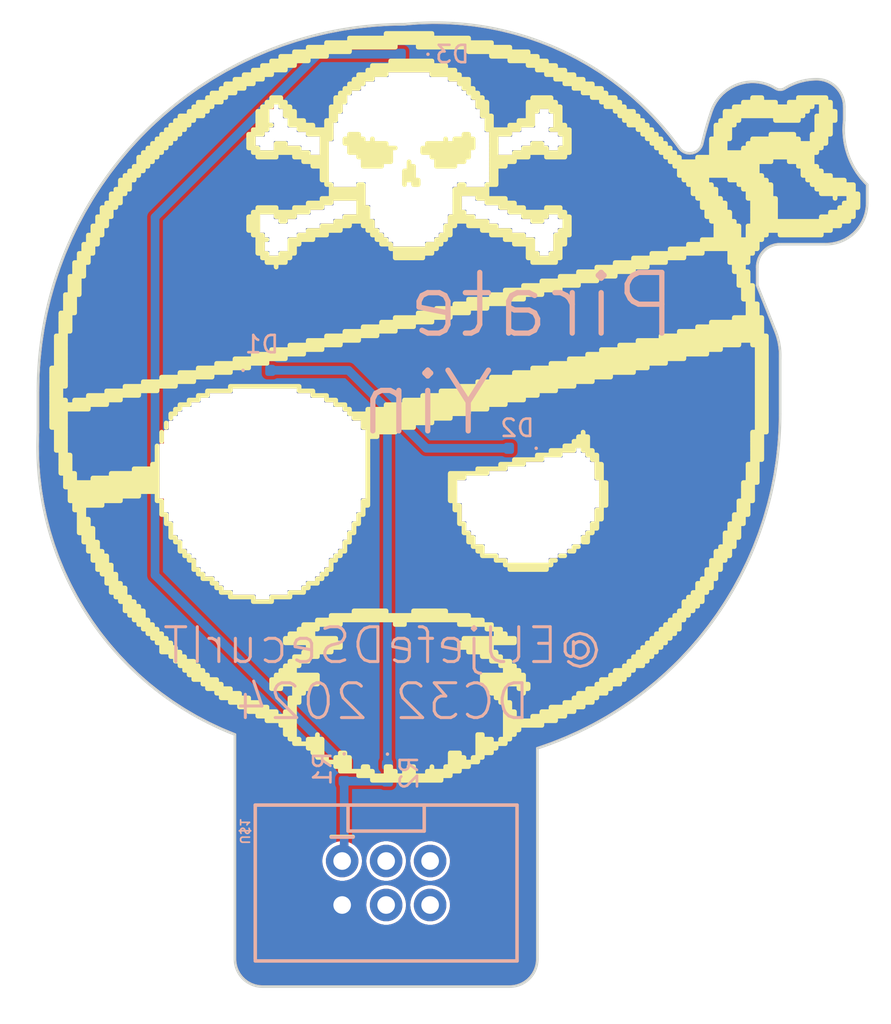
<source format=kicad_pcb>
(kicad_pcb (version 20240108) (generator "pcbnew") (generator_version "8.0")
  (layers (0 "F.Cu" signal) (31 "B.Cu" signal) (34 "B.Paste" user) (35 "F.Paste" user) (36 "B.SilkS" user "B.Silkscreen") (37 "F.SilkS" user "F.Silkscreen") (38 "B.Mask" user) (39 "F.Mask" user) (44 "Edge.Cuts" user))
  (net 0 "")
  (net 1 "Net-(D1-A)")
  (net 6 "Net-(D3-A)")
  (net 7 "/GND")
  (net 8 "/VCC")
  (footprint "pirate:2X3-SHROUDED-FEMALE" (layer "F.Cu") (at 144.674347 129.391068 90)
    (property "Reference" "U$1")
    (property "Value" "SAO-1.69")
  )
  (footprint "LED_SMD:LED_0402_1005Metric" (layer "B.Cu") (at 152.25 101.75 180)
    (property "Reference" "D2")
    (property "Value" "RED")
  )
  (footprint "LED_SMD:LED_0402_1005Metric" (layer "B.Cu") (at 144.75 120.5 -90)
    (property "Reference" "R2")
    (property "Value" "xR")
  )
  (footprint "LED_SMD:LED_0402_1005Metric" (layer "B.Cu") (at 142.25 120.485 -90)
    (property "Reference" "R1")
    (property "Value" "xR")
  )
  (footprint "LED_SMD:LED_0402_1005Metric" (layer "B.Cu") (at 146 79 180)
    (property "Reference" "D3")
    (property "Value" "RED")
  )
  (footprint "LED_SMD:LED_0402_1005Metric" (layer "B.Cu") (at 137.5 97.25)
    (property "Reference" "D1")
    (property "Value" "RED")
  )
  (gr_arc (start 172.456488 86.527197) (mid 171.361919 84.829729) (end 171.133527 82.822912) (stroke (width 0.1524)) (layer "Edge.Cuts"))
  (gr_arc (start 167.429244 99.756787) (mid 163.553705 111.691314) (end 153.405878 119.071988) (stroke (width 0.1524)) (layer "Edge.Cuts"))
  (gr_arc (start 166.106284 91.28985) (mid 166.49377 90.354376) (end 167.429244 89.96689) (stroke (width 0.1524)) (layer "Edge.Cuts"))
  (gr_arc (start 162.931181 84.145872) (mid 163.172684 83.213203) (end 163.460366 82.293728) (stroke (width 0.1524)) (layer "Edge.Cuts"))
  (gr_line (start 167.429244 96.581687) (end 167.429244 99.756787) (stroke (width 0.1524)) (layer "Edge.Cuts"))
  (gr_arc (start 172.456488 87.585565) (mid 171.759014 89.269416) (end 170.075163 89.96689) (stroke (width 0.1524)) (layer "Edge.Cuts"))
  (gr_line (start 153.405878 131.243211) (end 153.405878 119.071987) (stroke (width 0.1524)) (layer "Edge.Cuts"))
  (gr_arc (start 124.565372 98.433828) (mid 130.765144 83.466256) (end 145.732716 77.266484) (stroke (width 0.1524)) (layer "Edge.Cuts"))
  (gr_line (start 167.429244 89.96689) (end 170.075163 89.96689) (stroke (width 0.1524)) (layer "Edge.Cuts"))
  (gr_arc (start 163.460366 82.293728) (mid 164.993133 80.737999) (end 167.16465 80.970768) (stroke (width 0.1524)) (layer "Edge.Cuts"))
  (gr_arc (start 137.530369 132.830761) (mid 136.407802 132.365778) (end 135.942819 131.243211) (stroke (width 0.1524)) (layer "Edge.Cuts"))
  (gr_arc (start 167.693834 80.970768) (mid 167.429242 81.046365) (end 167.16465 80.970768) (stroke (width 0.1524)) (layer "Edge.Cuts"))
  (gr_arc (start 167.693834 80.970768) (mid 168.582849 80.576475) (end 169.545978 80.441584) (stroke (width 0.1524)) (layer "Edge.Cuts"))
  (gr_arc (start 153.405878 131.243211) (mid 152.940895 132.365778) (end 151.818328 132.830761) (stroke (width 0.1524)) (layer "Edge.Cuts"))
  (gr_line (start 166.106284 92.348215) (end 167.16465 94.994134) (stroke (width 0.1524)) (layer "Edge.Cuts"))
  (gr_arc (start 162.931181 84.145872) (mid 162.354963 84.704469) (end 161.608225 84.410463) (stroke (width 0.1524)) (layer "Edge.Cuts"))
  (gr_arc (start 169.545978 80.441584) (mid 170.668545 80.906567) (end 171.133528 82.029134) (stroke (width 0.1524)) (layer "Edge.Cuts"))
  (gr_arc (start 145.732715 77.266484) (mid 154.629699 78.706852) (end 161.608225 84.410462) (stroke (width 0.1524)) (layer "Edge.Cuts"))
  (gr_arc (start 167.16465 94.994134) (mid 167.382751 95.77361) (end 167.429244 96.581687) (stroke (width 0.1524)) (layer "Edge.Cuts"))
  (gr_line (start 137.530369 132.830761) (end 151.818328 132.830761) (stroke (width 0.1524)) (layer "Edge.Cuts"))
  (gr_line (start 166.106284 92.348215) (end 166.106284 91.28985) (stroke (width 0.1524)) (layer "Edge.Cuts"))
  (gr_line (start 135.942819 118.278212) (end 135.942819 131.243211) (stroke (width 0.1524)) (layer "Edge.Cuts"))
  (gr_line (start 172.456488 87.585565) (end 172.456488 86.527197) (stroke (width 0.1524)) (layer "Edge.Cuts"))
  (gr_line (start 171.133528 82.822912) (end 171.133528 82.029134) (stroke (width 0.1524)) (layer "Edge.Cuts"))
  (gr_arc (start 135.942819 118.278212) (mid 127.435901 111.382779) (end 124.565372 100.815153) (stroke (width 0.1524)) (layer "Edge.Cuts"))
  (gr_line (start 124.565372 98.433828) (end 124.565372 100.815153) (stroke (width 0.1524)) (layer "Edge.Cuts"))
  (gr_text "@ElJjefeDSecurIT\nDC32 2024" (at 144.485 114.76 0) (layer "B.SilkS") (effects (font (size 2.009648 2.009648) (thickness 0.174752)) (justify mirror)))
  (gr_text "Pirate\n     Yin" (at 153.670472 96.317097 0) (layer "B.SilkS") (effects (font (size 3.5052 3.5052) (thickness 0.3048)) (justify mirror)))
  (segment (start 137.985 97.25) (end 142.5 97.25) (width 0.5) (layer "B.Cu") (net 1))
  (segment (start 147 101.75) (end 144.75 99.5) (width 0.5) (layer "B.Cu") (net 1))
  (segment (start 144.75 99.5) (end 142.625 97.375) (width 0.5) (layer "B.Cu") (net 1))
  (segment (start 151.765 101.75) (end 147 101.75) (width 0.5) (layer "B.Cu") (net 1))
  (segment (start 142.5 97.25) (end 142.625 97.375) (width 0.5) (layer "B.Cu") (net 1))
  (segment (start 144.75 120.015) (end 144.75 99.5) (width 0.5) (layer "B.Cu") (net 1))
  (segment (start 140.735922 79) (end 140.367961 79.367961) (width 0.5) (layer "B.Cu") (net 6))
  (segment (start 145.515 79) (end 140.735922 79) (width 0.5) (layer "B.Cu") (net 6))
  (segment (start 131.327269 109.077269) (end 142.25 120) (width 0.5) (layer "B.Cu") (net 6))
  (segment (start 131.327269 88.408652) (end 131.327269 109.077269) (width 0.5) (layer "B.Cu") (net 6))
  (segment (start 140.367961 79.367961) (end 131.327269 88.408652) (width 0.5) (layer "B.Cu") (net 6))
  (segment (start 142.25 120.97) (end 144.735 120.97) (width 0.5) (layer "B.Cu") (net 8))
  (segment (start 142.25 125.465415) (end 142.134347 125.581068) (width 0.5) (layer "B.Cu") (net 8))
  (segment (start 144.735 120.97) (end 144.75 120.985) (width 0.5) (layer "B.Cu") (net 8))
  (segment (start 142.25 120.97) (end 142.25 125.465415) (width 0.5) (layer "B.Cu") (net 8))
  (zone (net 7) (net_name "/GND") (layer "F.Cu") (priority 1) (connect_pads (clearance 0.000001)) (min_thickness 0.0762) (fill yes (thermal_gap 0.2024) (thermal_bridge_width 0.2024))
    (polygon (pts (xy 155.987757 75.886498) (xy 156.449724 75.944082) (xy 156.905357 76.039619) (xy 157.351545 76.172455) (xy 157.78524 76.341682) (xy 158.203478 76.546147) (xy 158.603404 76.784451) (xy 158.982285 77.054967) (xy 159.337532 77.355846) (xy 159.66672 77.685034) (xy 159.967599 78.040281) (xy 160.238115 78.419162) (xy 160.476419 78.819088) (xy 160.680884 79.237326) (xy 160.850111 79.671021) (xy 160.982947 80.117209) (xy 161.078808 80.574388) (xy 161.154829 81.491838) (xy 161.171311 81.617023) (xy 161.216499 81.726117) (xy 161.288381 81.819797) (xy 161.377994 81.888559) (xy 161.610785 81.950935) (xy 161.679747 81.937218) (xy 161.733764 81.901125) (xy 161.796616 81.749389) (xy 161.796616 81.497231) (xy 161.818744 81.187837) (xy 161.885259 80.882076) (xy 161.99461 80.588894) (xy 162.144573 80.314257) (xy 162.332094 80.063758) (xy 162.553356 79.842496) (xy 162.803855 79.654975) (xy 163.078492 79.505012) (xy 163.371674 79.395661) (xy 163.677435 79.329146) (xy 163.986829 79.307018) (xy 171.930297 79.307018) (xy 172.187608 79.327268) (xy 172.441503 79.388223) (xy 172.682737 79.488146) (xy 172.905369 79.624575) (xy 173.103918 79.794153) (xy 173.273496 79.992702) (xy 173.409925 80.215334) (xy 173.511004 80.45936) (xy 173.591053 80.964771) (xy 173.591053 91.029538) (xy 173.569711 91.218954) (xy 173.505333 91.402936) (xy 173.401628 91.567981) (xy 173.2638 91.705809) (xy 173.095062 91.811835) (xy 172.729664 91.895234) (xy 169.285127 91.895234) (xy 169.089847 91.914468) (xy 168.905663 91.970339) (xy 168.735928 92.061065) (xy 168.587149 92.183165) (xy 168.465049 92.331944) (xy 168.376113 92.498331) (xy 168.299219 92.884906) (xy 168.299219 109.049063) (xy 156.127997 121.220286) (xy 156.127997 131.50994) (xy 156.107673 131.871846) (xy 156.046598 132.231312) (xy 155.945658 132.581679) (xy 155.806125 132.918542) (xy 155.629753 133.237664) (xy 155.418758 133.535031) (xy 155.175797 133.806905) (xy 154.903923 134.049866) (xy 154.606556 134.260861) (xy 154.287434 134.437233) (xy 153.950571 134.576766) (xy 153.59814 134.6783) (xy 152.880973 134.759105) (xy 136.4697 134.759105) (xy 136.143871 134.739396) (xy 135.820524 134.68014) (xy 135.506677 134.582341) (xy 135.206906 134.447426) (xy 134.925584 134.277361) (xy 134.666812 134.074626) (xy 134.434363 133.842177) (xy 134.231628 133.583405) (xy 134.061563 133.302083) (xy 133.926648 133.002312) (xy 133.828849 132.688465) (xy 133.769593 132.365118) (xy 133.749884 132.039289) (xy 133.749884 119.897326) (xy 133.528982 119.676425) (xy 132.885913 119.656993) (xy 132.212798 119.595826) (xy 131.544604 119.494128) (xy 130.883769 119.352273) (xy 130.232705 119.170774) (xy 129.593788 118.950298) (xy 128.969347 118.691646) (xy 128.361664 118.395764) (xy 127.772954 118.06373) (xy 127.205366 117.696757) (xy 126.66097 117.296183) (xy 126.141754 116.863471) (xy 125.649611 116.400198) (xy 125.186338 115.908055) (xy 124.753626 115.388839) (xy 124.353052 114.844443) (xy 123.986079 114.276855) (xy 123.654045 113.688145) (xy 123.358163 113.080462) (xy 123.099511 112.456021) (xy 122.879035 111.817104) (xy 122.697536 111.16604) (xy 122.555681 110.505205) (xy 122.45381 109.835872) (xy 122.372438 108.490617) (xy 122.372438 95.522463) (xy 122.392212 94.641454) (xy 122.451548 93.761367) (xy 122.550311 92.884827) (xy 122.688299 92.013602) (xy 122.865236 91.149444) (xy 123.080766 90.294095) (xy 123.334452 89.449276) (xy 123.625787 88.61669) (xy 123.954182 87.798013) (xy 124.318976 86.994894) (xy 124.719435 86.20895) (xy 125.154751 85.441763) (xy 125.624049 84.69488) (xy 126.126383 83.969803) (xy 126.660741 83.267995) (xy 127.226049 82.590866) (xy 127.821166 81.939782) (xy 128.444895 81.316053) (xy 129.095979 80.720936) (xy 129.773108 80.155628) (xy 130.474916 79.62127) (xy 131.199993 79.118936) (xy 131.946876 78.649638) (xy 132.714063 78.214322) (xy 133.500007 77.813863) (xy 134.303126 77.449069) (xy 135.121803 77.120674) (xy 135.954389 76.829339) (xy 136.799208 76.575653) (xy 137.654557 76.360123) (xy 138.518715 76.183186) (xy 139.38994 76.045198) (xy 140.26733 75.946339) (xy 142.026721 75.867325) (xy 155.524188 75.867325)))
  )
  (zone (net 0) (net_name "") (layers "F&B.Cu" "*.SilkS") (connect_pads (clearance 0)) (min_thickness 0.0762)
    (keepout (tracks not_allowed) (vias not_allowed) (pads not_allowed) (copperpour not_allowed) (footprints allowed))
    (fill (thermal_gap 0.2024) (thermal_bridge_width 0.2024))
    (polygon (pts (xy 131.577269 104.651875) (xy 143.48225 104.651875) (xy 143.48225 104.387206) (xy 131.577269 104.387206)))
  )
  (zone (net 0) (net_name "") (layers "F&B.Cu" "*.SilkS") (connect_pads (clearance 0)) (min_thickness 0.0762)
    (keepout (tracks not_allowed) (vias not_allowed) (pads not_allowed) (copperpour not_allowed) (footprints allowed))
    (fill (thermal_gap 0.2024) (thermal_bridge_width 0.2024))
    (polygon (pts (xy 132.105591 105.974706) (xy 142.953928 105.974706) (xy 142.953928 105.710293) (xy 132.105591 105.710293)))
  )
  (zone (net 0) (net_name "") (layers "F&B.Cu" "*.SilkS") (connect_pads (clearance 0)) (min_thickness 0.0762)
    (keepout (tracks not_allowed) (vias not_allowed) (pads not_allowed) (copperpour not_allowed) (footprints allowed))
    (fill (thermal_gap 0.2024) (thermal_bridge_width 0.2024))
    (polygon (pts (xy 135.81145 110.208125) (xy 138.98645 110.208125) (xy 138.98645 109.943456) (xy 135.81145 109.943456)))
  )
  (zone (net 0) (net_name "") (layers "F&B.Cu" "*.SilkS") (connect_pads (clearance 0)) (min_thickness 0.0762)
    (keepout (tracks not_allowed) (vias not_allowed) (pads not_allowed) (copperpour not_allowed) (footprints allowed))
    (fill (thermal_gap 0.2024) (thermal_bridge_width 0.2024))
    (polygon (pts (xy 132.105591 100.418456) (xy 143.218091 100.418456) (xy 143.218091 100.154043) (xy 132.105591 100.154043)))
  )
  (zone (net 0) (net_name "") (layers "F&B.Cu" "*.SilkS") (connect_pads (clearance 0)) (min_thickness 0.0762)
    (keepout (tracks not_allowed) (vias not_allowed) (pads not_allowed) (copperpour not_allowed) (footprints allowed))
    (fill (thermal_gap 0.2024) (thermal_bridge_width 0.2024))
    (polygon (pts (xy 135.016431 109.679043) (xy 140.043088 109.679043) (xy 140.043088 109.414375) (xy 135.016431 109.414375)))
  )
  (zone (net 0) (net_name "") (layers "F&B.Cu" "*.SilkS") (connect_pads (clearance 0)) (min_thickness 0.0762)
    (keepout (tracks not_allowed) (vias not_allowed) (pads not_allowed) (copperpour not_allowed) (footprints allowed))
    (fill (thermal_gap 0.2024) (thermal_bridge_width 0.2024))
    (polygon (pts (xy 132.63645 99.889375) (xy 142.425606 99.889375) (xy 142.425606 99.624706) (xy 132.63645 99.624706)))
  )
  (zone (net 0) (net_name "") (layers "F&B.Cu" "*.SilkS") (connect_pads (clearance 0)) (min_thickness 0.0762)
    (keepout (tracks not_allowed) (vias not_allowed) (pads not_allowed) (copperpour not_allowed) (footprints allowed))
    (fill (thermal_gap 0.2024) (thermal_bridge_width 0.2024))
    (polygon (pts (xy 131.577269 102.799706) (xy 143.48225 102.799706) (xy 143.48225 102.535293) (xy 131.577269 102.535293)))
  )
  (zone (net 0) (net_name "") (layers "F&B.Cu" "*.SilkS") (connect_pads (clearance 0)) (min_thickness 0.0762)
    (keepout (tracks not_allowed) (vias not_allowed) (pads not_allowed) (copperpour not_allowed) (footprints allowed))
    (fill (thermal_gap 0.2024) (thermal_bridge_width 0.2024))
    (polygon (pts (xy 154.066428 82.426875) (xy 154.330588 82.426875) (xy 154.330588 83.220625) (xy 154.066431 83.220625) (xy 154.066431 83.485293) (xy 154.594747 83.485293) (xy 154.594747 83.749706) (xy 154.861447 83.749706) (xy 154.861447 84.014375) (xy 154.86145 84.014375) (xy 154.86145 84.279043) (xy 154.59475 84.279043) (xy 154.59475 84.543456) (xy 154.066431 84.543456) (xy 154.066431 84.279043) (xy 153.802269 84.279043) (xy 153.802269 84.014375) (xy 153.007247 84.014375) (xy 153.007247 84.279043) (xy 152.478928 84.279043) (xy 152.478928 84.543456) (xy 151.950609 84.543456) (xy 151.950609 84.808125) (xy 151.155591 84.808125) (xy 151.155591 83.749706) (xy 151.950609 83.749706) (xy 151.950609 83.485293) (xy 152.478931 83.485293) (xy 152.478931 83.220625) (xy 153.27395 83.220625) (xy 153.27395 82.426875) (xy 153.538109 82.426875) (xy 153.538109 82.162206) (xy 154.066428 82.162206)))
  )
  (zone (net 0) (net_name "") (layers "F&B.Cu" "*.SilkS") (connect_pads (clearance 0)) (min_thickness 0.0762)
    (keepout (tracks not_allowed) (vias not_allowed) (pads not_allowed) (copperpour not_allowed) (footprints allowed))
    (fill (thermal_gap 0.2024) (thermal_bridge_width 0.2024))
    (polygon (pts (xy 131.841431 105.180956) (xy 143.218088 105.180956) (xy 143.218088 104.916543) (xy 131.841431 104.916543)))
  )
  (zone (net 0) (net_name "") (layers "F&B.Cu" "*.SilkS") (connect_pads (clearance 0)) (min_thickness 0.0762)
    (keepout (tracks not_allowed) (vias not_allowed) (pads not_allowed) (copperpour not_allowed) (footprints allowed))
    (fill (thermal_gap 0.2024) (thermal_bridge_width 0.2024))
    (polygon (pts (xy 131.577269 103.858125) (xy 143.48225 103.858125) (xy 143.48225 103.593456) (xy 131.577269 103.593456)))
  )
  (zone (net 0) (net_name "") (layers "F&B.Cu" "*.SilkS") (connect_pads (clearance 0)) (min_thickness 0.0762)
    (keepout (tracks not_allowed) (vias not_allowed) (pads not_allowed) (copperpour not_allowed) (footprints allowed))
    (fill (thermal_gap 0.2024) (thermal_bridge_width 0.2024))
    (polygon (pts (xy 131.577269 102.535293) (xy 143.48225 102.535293) (xy 143.48225 102.270625) (xy 131.577269 102.270625)))
  )
  (zone (net 0) (net_name "") (layers "F&B.Cu" "*.SilkS") (connect_pads (clearance 0)) (min_thickness 0.0762)
    (keepout (tracks not_allowed) (vias not_allowed) (pads not_allowed) (copperpour not_allowed) (footprints allowed))
    (fill (thermal_gap 0.2024) (thermal_bridge_width 0.2024))
    (polygon (pts (xy 134.488109 98.830956) (xy 140.307247 98.830956) (xy 140.307247 98.566543) (xy 134.488109 98.566543)))
  )
  (zone (net 0) (net_name "") (layers "F&B.Cu" "*.SilkS") (connect_pads (clearance 0)) (min_thickness 0.0762)
    (keepout (tracks not_allowed) (vias not_allowed) (pads not_allowed) (copperpour not_allowed) (footprints allowed))
    (fill (thermal_gap 0.2024) (thermal_bridge_width 0.2024))
    (polygon (pts (xy 135.280591 109.943456) (xy 139.778928 109.943456) (xy 139.778928 109.679043) (xy 135.280591 109.679043)))
  )
  (zone (net 0) (net_name "") (layers "F&B.Cu" "*.SilkS") (connect_pads (clearance 0)) (min_thickness 0.0762)
    (keepout (tracks not_allowed) (vias not_allowed) (pads not_allowed) (copperpour not_allowed) (footprints allowed))
    (fill (thermal_gap 0.2024) (thermal_bridge_width 0.2024))
    (polygon (pts (xy 131.577269 103.064375) (xy 143.48225 103.064375) (xy 143.48225 102.799706) (xy 131.577269 102.799706)))
  )
  (zone (net 0) (net_name "") (layers "F&B.Cu" "*.SilkS") (connect_pads (clearance 0)) (min_thickness 0.0762)
    (keepout (tracks not_allowed) (vias not_allowed) (pads not_allowed) (copperpour not_allowed) (footprints allowed))
    (fill (thermal_gap 0.2024) (thermal_bridge_width 0.2024))
    (polygon (pts (xy 131.841431 105.445625) (xy 143.218088 105.445625) (xy 143.218088 105.180956) (xy 131.841431 105.180956)))
  )
  (zone (net 0) (net_name "") (layers "F&B.Cu" "*.SilkS") (connect_pads (clearance 0)) (min_thickness 0.0762)
    (keepout (tracks not_allowed) (vias not_allowed) (pads not_allowed) (copperpour not_allowed) (footprints allowed))
    (fill (thermal_gap 0.2024) (thermal_bridge_width 0.2024))
    (polygon (pts (xy 131.577269 102.005956) (xy 143.48225 102.005956) (xy 143.48225 101.741543) (xy 131.577269 101.741543)))
  )
  (zone (net 0) (net_name "") (layers "F&B.Cu" "*.SilkS") (connect_pads (clearance 0)) (min_thickness 0.0762)
    (keepout (tracks not_allowed) (vias not_allowed) (pads not_allowed) (copperpour not_allowed) (footprints allowed))
    (fill (thermal_gap 0.2024) (thermal_bridge_width 0.2024))
    (polygon (pts (xy 131.841431 101.476875) (xy 143.48225 101.476875) (xy 143.48225 101.212206) (xy 131.841431 101.212206)))
  )
  (zone (net 0) (net_name "") (layers "F&B.Cu" "*.SilkS") (connect_pads (clearance 0)) (min_thickness 0.0762)
    (keepout (tracks not_allowed) (vias not_allowed) (pads not_allowed) (copperpour not_allowed) (footprints allowed))
    (fill (thermal_gap 0.2024) (thermal_bridge_width 0.2024))
    (polygon (pts (xy 132.36975 106.504043) (xy 142.689769 106.504043) (xy 142.689769 106.239375) (xy 132.36975 106.239375)))
  )
  (zone (net 0) (net_name "") (layers "F&B.Cu" "*.SilkS") (connect_pads (clearance 0)) (min_thickness 0.0762)
    (keepout (tracks not_allowed) (vias not_allowed) (pads not_allowed) (copperpour not_allowed) (footprints allowed))
    (fill (thermal_gap 0.2024) (thermal_bridge_width 0.2024))
    (polygon (pts (xy 131.841431 101.212206) (xy 143.48225 101.212206) (xy 143.48225 100.947793) (xy 131.841431 100.947793)))
  )
  (zone (net 0) (net_name "") (layers "F&B.Cu" "*.SilkS") (connect_pads (clearance 0)) (min_thickness 0.0762)
    (keepout (tracks not_allowed) (vias not_allowed) (pads not_allowed) (copperpour not_allowed) (footprints allowed))
    (fill (thermal_gap 0.2024) (thermal_bridge_width 0.2024))
    (polygon (pts (xy 132.36975 106.239375) (xy 142.689769 106.239375) (xy 142.689769 105.974706) (xy 132.36975 105.974706)))
  )
  (zone (net 0) (net_name "") (layers "F&B.Cu" "*.SilkS") (connect_pads (clearance 0)) (min_thickness 0.0762)
    (keepout (tracks not_allowed) (vias not_allowed) (pads not_allowed) (copperpour not_allowed) (footprints allowed))
    (fill (thermal_gap 0.2024) (thermal_bridge_width 0.2024))
    (polygon (pts (xy 142.953928 87.718456) (xy 142.953931 87.718456) (xy 142.953931 88.247793) (xy 142.16145 88.247793) (xy 142.16145 88.512206) (xy 141.630588 88.512206) (xy 141.630588 88.776875) (xy 140.838106 88.776875) (xy 140.838106 89.041543) (xy 140.043088 89.041543) (xy 140.043088 89.305956) (xy 139.514766 89.305956) (xy 139.514766 89.570625) (xy 138.98645 89.570625) (xy 138.98645 89.835293) (xy 138.986447 89.835293) (xy 138.986447 90.364375) (xy 138.455588 90.364375) (xy 138.455588 90.629043) (xy 137.927269 90.629043) (xy 137.927269 90.364375) (xy 137.663109 90.364375) (xy 137.663109 89.835293) (xy 137.927269 89.835293) (xy 137.927269 89.570625) (xy 137.663109 89.570625) (xy 137.663109 89.305956) (xy 137.39895 89.305956) (xy 137.39895 88.247793) (xy 138.191431 88.247793) (xy 138.191431 88.512206) (xy 138.455588 88.512206) (xy 138.455588 88.776875) (xy 138.98645 88.776875) (xy 138.98645 88.512206) (xy 139.514769 88.512206) (xy 139.514769 88.247793) (xy 140.30725 88.247793) (xy 140.30725 87.983125) (xy 141.102269 87.983125) (xy 141.102269 87.718456) (xy 141.630591 87.718456) (xy 141.630591 87.454043) (xy 142.953928 87.454043)))
  )
  (zone (net 0) (net_name "") (layers "F&B.Cu" "*.SilkS") (connect_pads (clearance 0)) (min_thickness 0.0762)
    (keepout (tracks not_allowed) (vias not_allowed) (pads not_allowed) (copperpour not_allowed) (footprints allowed))
    (fill (thermal_gap 0.2024) (thermal_bridge_width 0.2024))
    (polygon (pts (xy 134.752269 109.414375) (xy 140.57395 109.414375) (xy 140.57395 109.149706) (xy 134.752269 109.149706)))
  )
  (zone (net 0) (net_name "") (layers "F&B.Cu" "*.SilkS") (connect_pads (clearance 0)) (min_thickness 0.0762)
    (keepout (tracks not_allowed) (vias not_allowed) (pads not_allowed) (copperpour not_allowed) (footprints allowed))
    (fill (thermal_gap 0.2024) (thermal_bridge_width 0.2024))
    (polygon (pts (xy 131.577269 102.270625) (xy 143.48225 102.270625) (xy 143.48225 102.005956) (xy 131.577269 102.005956)))
  )
  (zone (net 0) (net_name "") (layers "F&B.Cu" "*.SilkS") (connect_pads (clearance 0)) (min_thickness 0.0762)
    (keepout (tracks not_allowed) (vias not_allowed) (pads not_allowed) (copperpour not_allowed) (footprints allowed))
    (fill (thermal_gap 0.2024) (thermal_bridge_width 0.2024))
    (polygon (pts (xy 133.693091 108.355956) (xy 141.366428 108.355956) (xy 141.366428 108.091543) (xy 133.693091 108.091543)))
  )
  (zone (net 0) (net_name "") (layers "F&B.Cu" "*.SilkS") (connect_pads (clearance 0)) (min_thickness 0.0762)
    (keepout (tracks not_allowed) (vias not_allowed) (pads not_allowed) (copperpour not_allowed) (footprints allowed))
    (fill (thermal_gap 0.2024) (thermal_bridge_width 0.2024))
    (polygon (pts (xy 131.577269 102.270625) (xy 143.48225 102.270625) (xy 143.48225 102.005956) (xy 131.577269 102.005956)))
  )
  (zone (net 0) (net_name "") (layers "F&B.Cu" "*.SilkS") (connect_pads (clearance 0)) (min_thickness 0.0762)
    (keepout (tracks not_allowed) (vias not_allowed) (pads not_allowed) (copperpour not_allowed) (footprints allowed))
    (fill (thermal_gap 0.2024) (thermal_bridge_width 0.2024))
    (polygon (pts (xy 132.63645 107.033125) (xy 142.425606 107.033125) (xy 142.425606 106.768456) (xy 132.63645 106.768456)))
  )
  (zone (net 0) (net_name "") (layers "F&B.Cu" "*.SilkS") (connect_pads (clearance 0)) (min_thickness 0.0762)
    (keepout (tracks not_allowed) (vias not_allowed) (pads not_allowed) (copperpour not_allowed) (footprints allowed))
    (fill (thermal_gap 0.2024) (thermal_bridge_width 0.2024))
    (polygon (pts (xy 132.36975 106.768456) (xy 142.425606 106.768456) (xy 142.425606 106.504043) (xy 132.36975 106.504043)))
  )
  (zone (net 0) (net_name "") (layers "F&B.Cu" "*.SilkS") (connect_pads (clearance 0)) (min_thickness 0.0762)
    (keepout (tracks not_allowed) (vias not_allowed) (pads not_allowed) (copperpour not_allowed) (footprints allowed))
    (fill (thermal_gap 0.2024) (thermal_bridge_width 0.2024))
    (polygon (pts (xy 138.455588 82.162206) (xy 138.71975 82.162206) (xy 138.71975 82.691543) (xy 138.98645 82.691543) (xy 138.98645 83.220625) (xy 139.514769 83.220625) (xy 139.514769 83.485293) (xy 140.043091 83.485293) (xy 140.043091 83.749706) (xy 140.838106 83.749706) (xy 140.838106 84.808125) (xy 140.30725 84.808125) (xy 140.30725 84.543456) (xy 139.778931 84.543456) (xy 139.778931 84.279043) (xy 138.98645 84.279043) (xy 138.98645 84.014375) (xy 138.191431 84.014375) (xy 138.191431 84.543456) (xy 137.39895 84.543456) (xy 137.39895 84.279043) (xy 137.13225 84.279043) (xy 137.13225 83.749706) (xy 137.663109 83.749706) (xy 137.663109 83.485293) (xy 137.927269 83.485293) (xy 137.927269 83.220625) (xy 138.191431 83.220625) (xy 138.191431 82.955956) (xy 137.927269 82.955956) (xy 137.927269 82.162206) (xy 138.191431 82.162206) (xy 138.191431 81.897793) (xy 138.455588 81.897793)))
  )
  (zone (net 0) (net_name "") (layers "F&B.Cu" "*.SilkS") (connect_pads (clearance 0)) (min_thickness 0.0762)
    (keepout (tracks not_allowed) (vias not_allowed) (pads not_allowed) (copperpour not_allowed) (footprints allowed))
    (fill (thermal_gap 0.2024) (thermal_bridge_width 0.2024))
    (polygon (pts (xy 132.36975 100.154043) (xy 142.689769 100.154043) (xy 142.689769 99.889375) (xy 132.36975 99.889375)))
  )
  (zone (net 0) (net_name "") (layers "F&B.Cu" "*.SilkS") (connect_pads (clearance 0)) (min_thickness 0.0762)
    (keepout (tracks not_allowed) (vias not_allowed) (pads not_allowed) (copperpour not_allowed) (footprints allowed))
    (fill (thermal_gap 0.2024) (thermal_bridge_width 0.2024))
    (polygon (pts (xy 131.577269 104.122793) (xy 143.48225 104.122793) (xy 143.48225 103.858125) (xy 131.577269 103.858125)))
  )
  (zone (net 0) (net_name "") (layers "F&B.Cu" "*.SilkS") (connect_pads (clearance 0)) (min_thickness 0.0762)
    (keepout (tracks not_allowed) (vias not_allowed) (pads not_allowed) (copperpour not_allowed) (footprints allowed))
    (fill (thermal_gap 0.2024) (thermal_bridge_width 0.2024))
    (polygon (pts (xy 132.900609 107.297793) (xy 142.161447 107.297793) (xy 142.161447 107.033125) (xy 132.900609 107.033125)))
  )
  (zone (net 0) (net_name "") (layers "F&B.Cu" "*.SilkS") (connect_pads (clearance 0)) (min_thickness 0.0762)
    (keepout (tracks not_allowed) (vias not_allowed) (pads not_allowed) (copperpour not_allowed) (footprints allowed))
    (fill (thermal_gap 0.2024) (thermal_bridge_width 0.2024))
    (polygon (pts (xy 131.577269 102.270625) (xy 143.48225 102.270625) (xy 143.48225 102.005956) (xy 131.577269 102.005956)))
  )
  (zone (net 0) (net_name "") (layers "F&B.Cu" "*.SilkS") (connect_pads (clearance 0)) (min_thickness 0.0762)
    (keepout (tracks not_allowed) (vias not_allowed) (pads not_allowed) (copperpour not_allowed) (footprints allowed))
    (fill (thermal_gap 0.2024) (thermal_bridge_width 0.2024))
    (polygon (pts (xy 149.83225 87.454043) (xy 150.363106 87.454043) (xy 150.363106 87.718456) (xy 151.155588 87.718456) (xy 151.155588 87.983125) (xy 151.68645 87.983125) (xy 151.68645 88.247793) (xy 152.478931 88.247793) (xy 152.478931 88.512206) (xy 153.00725 88.512206) (xy 153.00725 88.776875) (xy 153.802269 88.776875) (xy 153.802269 88.512206) (xy 154.066431 88.512206) (xy 154.066431 88.247793) (xy 154.59475 88.247793) (xy 154.59475 88.512206) (xy 154.86145 88.512206) (xy 154.86145 88.776875) (xy 154.861447 88.776875) (xy 154.861447 89.041543) (xy 154.594747 89.041543) (xy 154.594747 89.305956) (xy 154.330591 89.305956) (xy 154.330591 89.570625) (xy 154.330588 89.570625) (xy 154.330588 90.364375) (xy 154.066428 90.364375) (xy 154.066428 90.629043) (xy 153.538109 90.629043) (xy 153.538109 90.364375) (xy 153.27395 90.364375) (xy 153.27395 89.570625) (xy 152.743091 89.570625) (xy 152.743091 89.305956) (xy 151.950609 89.305956) (xy 151.950609 89.041543) (xy 151.155591 89.041543) (xy 151.155591 88.776875) (xy 150.627269 88.776875) (xy 150.627269 88.512206) (xy 149.83225 88.512206) (xy 149.83225 88.247793) (xy 149.303931 88.247793) (xy 149.303931 87.983125) (xy 149.039769 87.983125) (xy 149.039769 87.189375) (xy 149.83225 87.189375)))
  )
  (zone (net 0) (net_name "") (layers "F&B.Cu" "*.SilkS") (connect_pads (clearance 0)) (min_thickness 0.0762)
    (keepout (tracks not_allowed) (vias not_allowed) (pads not_allowed) (copperpour not_allowed) (footprints allowed))
    (fill (thermal_gap 0.2024) (thermal_bridge_width 0.2024))
    (polygon (pts (xy 131.841431 104.916543) (xy 143.218088 104.916543) (xy 143.218088 104.651875) (xy 131.841431 104.651875)))
  )
  (zone (net 0) (net_name "") (layers "F&B.Cu" "*.SilkS") (connect_pads (clearance 0)) (min_thickness 0.0762)
    (keepout (tracks not_allowed) (vias not_allowed) (pads not_allowed) (copperpour not_allowed) (footprints allowed))
    (fill (thermal_gap 0.2024) (thermal_bridge_width 0.2024))
    (polygon (pts (xy 147.188109 80.310293) (xy 148.244747 80.310293) (xy 148.244747 80.574706) (xy 148.775606 80.574706) (xy 148.775606 80.839375) (xy 149.039766 80.839375) (xy 149.039766 81.104043) (xy 149.303931 81.104043) (xy 149.303931 81.368456) (xy 149.568091 81.368456) (xy 149.568091 81.633125) (xy 149.832247 81.633125) (xy 149.832247 81.897793) (xy 149.83225 81.897793) (xy 149.83225 82.162206) (xy 150.09895 82.162206) (xy 150.09895 82.691543) (xy 150.363106 82.691543) (xy 150.363106 82.955956) (xy 150.363109 82.955956) (xy 150.363109 83.485293) (xy 150.627266 83.485293) (xy 150.627266 83.749706) (xy 150.627269 83.749706) (xy 150.627269 84.543456) (xy 150.627266 84.543456) (xy 150.627266 85.072793) (xy 150.627269 85.072793) (xy 150.627269 85.337206) (xy 150.627266 85.337206) (xy 150.627266 86.130956) (xy 150.627269 86.130956) (xy 150.627269 86.395625) (xy 150.363106 86.395625) (xy 150.363106 86.660293) (xy 149.303931 86.660293) (xy 149.303931 86.395625) (xy 148.775606 86.395625) (xy 148.775606 86.660293) (xy 148.51145 86.660293) (xy 148.51145 88.247793) (xy 148.24475 88.247793) (xy 148.24475 88.512206) (xy 148.244747 88.512206) (xy 148.244747 88.776875) (xy 147.980591 88.776875) (xy 147.980591 89.041543) (xy 147.980588 89.041543) (xy 147.980588 89.305956) (xy 147.716431 89.305956) (xy 147.716431 89.570625) (xy 147.452266 89.570625) (xy 147.452266 89.835293) (xy 146.92395 89.835293) (xy 146.92395 90.099706) (xy 145.06975 90.099706) (xy 145.06975 89.835293) (xy 144.805591 89.835293) (xy 144.805591 89.570625) (xy 144.541431 89.570625) (xy 144.541431 89.305956) (xy 144.277269 89.305956) (xy 144.277269 89.041543) (xy 144.013109 89.041543) (xy 144.013109 88.512206) (xy 143.74895 88.512206) (xy 143.74895 87.718456) (xy 143.48225 87.718456) (xy 143.48225 86.395625) (xy 142.953928 86.395625) (xy 142.953928 86.660293) (xy 141.630591 86.660293) (xy 141.630591 86.395625) (xy 141.366431 86.395625) (xy 141.366431 84.014375) (xy 141.630591 84.014375) (xy 141.630591 82.955956) (xy 141.89475 82.955956) (xy 141.89475 82.426875) (xy 142.16145 82.426875) (xy 142.16145 81.897793) (xy 142.425609 81.897793) (xy 142.425609 81.368456) (xy 142.689769 81.368456) (xy 142.689769 81.104043) (xy 143.218091 81.104043) (xy 143.218091 80.839375) (xy 143.48225 80.839375) (xy 143.48225 80.574706) (xy 144.013109 80.574706) (xy 144.013109 80.310293) (xy 144.805591 80.310293) (xy 144.805591 80.045625) (xy 147.188109 80.045625)))
    (polygon (pts (xy 145.864769 85.601875) (xy 145.600606 85.601875) (xy 145.600606 86.660293) (xy 145.864769 86.660293) (xy 145.864769 86.395625) (xy 146.128931 86.395625) (xy 146.128931 86.660293) (xy 146.65725 86.660293) (xy 146.65725 86.130956) (xy 146.393091 86.130956) (xy 146.393091 85.337206) (xy 146.128931 85.337206) (xy 146.128931 85.072793) (xy 145.864769 85.072793)))
    (polygon (pts (xy 142.425609 83.749706) (xy 142.161447 83.749706) (xy 142.161447 84.014375) (xy 142.16145 84.014375) (xy 142.16145 84.279043) (xy 142.425606 84.279043) (xy 142.425606 84.808125) (xy 142.689769 84.808125) (xy 142.689769 85.072793) (xy 142.953931 85.072793) (xy 142.953931 85.337206) (xy 143.218088 85.337206) (xy 143.218088 85.601875) (xy 144.541431 85.601875) (xy 144.541431 85.337206) (xy 145.06975 85.337206) (xy 145.06975 84.808125) (xy 145.33645 84.808125) (xy 145.33645 84.279043) (xy 145.06975 84.279043) (xy 145.06975 84.014375) (xy 144.013109 84.014375) (xy 144.013109 83.749706) (xy 143.218091 83.749706) (xy 143.218091 83.485293) (xy 142.425609 83.485293)))
    (polygon (pts (xy 149.039766 83.749706) (xy 147.980591 83.749706) (xy 147.980591 84.014375) (xy 146.92395 84.014375) (xy 146.92395 84.279043) (xy 146.65725 84.279043) (xy 146.65725 84.808125) (xy 146.92395 84.808125) (xy 146.92395 85.072793) (xy 147.188106 85.072793) (xy 147.188106 85.337206) (xy 147.452266 85.337206) (xy 147.452266 85.601875) (xy 148.775609 85.601875) (xy 148.775609 85.337206) (xy 149.303931 85.337206) (xy 149.303931 85.072793) (xy 149.568091 85.072793) (xy 149.568091 84.543456) (xy 149.83225 84.543456) (xy 149.83225 83.749706) (xy 149.568091 83.749706) (xy 149.568091 83.485293) (xy 149.039766 83.485293)))
  )
  (zone (net 0) (net_name "") (layers "F&B.Cu" "*.SilkS") (connect_pads (clearance 0)) (min_thickness 0.0762)
    (keepout (tracks not_allowed) (vias not_allowed) (pads not_allowed) (copperpour not_allowed) (footprints allowed))
    (fill (thermal_gap 0.2024) (thermal_bridge_width 0.2024))
    (polygon (pts (xy 133.164769 107.826875) (xy 141.89475 107.826875) (xy 141.89475 107.562206) (xy 133.164769 107.562206)))
  )
  (zone (net 0) (net_name "") (layers "F&B.Cu" "*.SilkS") (connect_pads (clearance 0)) (min_thickness 0.0762)
    (keepout (tracks not_allowed) (vias not_allowed) (pads not_allowed) (copperpour not_allowed) (footprints allowed))
    (fill (thermal_gap 0.2024) (thermal_bridge_width 0.2024))
    (polygon (pts (xy 132.900609 99.624706) (xy 142.161447 99.624706) (xy 142.161447 99.360293) (xy 132.900609 99.360293)))
  )
  (zone (net 0) (net_name "") (layers "F&B.Cu" "*.SilkS") (connect_pads (clearance 0)) (min_thickness 0.0762)
    (keepout (tracks not_allowed) (vias not_allowed) (pads not_allowed) (copperpour not_allowed) (footprints allowed))
    (fill (thermal_gap 0.2024) (thermal_bridge_width 0.2024))
    (polygon (pts (xy 133.95725 108.885293) (xy 141.102269 108.885293) (xy 141.102269 108.620625) (xy 133.95725 108.620625)))
  )
  (zone (net 0) (net_name "") (layers "F&B.Cu" "*.SilkS") (connect_pads (clearance 0)) (min_thickness 0.0762)
    (keepout (tracks not_allowed) (vias not_allowed) (pads not_allowed) (copperpour not_allowed) (footprints allowed))
    (fill (thermal_gap 0.2024) (thermal_bridge_width 0.2024))
    (polygon (pts (xy 131.841431 100.947793) (xy 143.48225 100.947793) (xy 143.48225 100.683125) (xy 131.841431 100.683125)))
  )
  (zone (net 0) (net_name "") (layers "F&B.Cu" "*.SilkS") (connect_pads (clearance 0)) (min_thickness 0.0762)
    (keepout (tracks not_allowed) (vias not_allowed) (pads not_allowed) (copperpour not_allowed) (footprints allowed))
    (fill (thermal_gap 0.2024) (thermal_bridge_width 0.2024))
    (polygon (pts (xy 133.428931 108.091543) (xy 141.630588 108.091543) (xy 141.630588 107.826875) (xy 133.428931 107.826875)))
  )
  (zone (net 0) (net_name "") (layers "F&B.Cu" "*.SilkS") (connect_pads (clearance 0)) (min_thickness 0.0762)
    (keepout (tracks not_allowed) (vias not_allowed) (pads not_allowed) (copperpour not_allowed) (footprints allowed))
    (fill (thermal_gap 0.2024) (thermal_bridge_width 0.2024))
    (polygon (pts (xy 133.95725 99.095625) (xy 141.102269 99.095625) (xy 141.102269 98.830956) (xy 133.95725 98.830956)))
  )
  (zone (net 0) (net_name "") (layers "F&B.Cu" "*.SilkS") (connect_pads (clearance 0)) (min_thickness 0.0762)
    (keepout (tracks not_allowed) (vias not_allowed) (pads not_allowed) (copperpour not_allowed) (footprints allowed))
    (fill (thermal_gap 0.2024) (thermal_bridge_width 0.2024))
    (polygon (pts (xy 132.105591 105.710293) (xy 142.953928 105.710293) (xy 142.953928 105.445625) (xy 132.105591 105.445625)))
  )
  (zone (net 0) (net_name "") (layers "F&B.Cu" "*.SilkS") (connect_pads (clearance 0)) (min_thickness 0.0762)
    (keepout (tracks not_allowed) (vias not_allowed) (pads not_allowed) (copperpour not_allowed) (footprints allowed))
    (fill (thermal_gap 0.2024) (thermal_bridge_width 0.2024))
    (polygon (pts (xy 132.105591 100.683125) (xy 143.218091 100.683125) (xy 143.218091 100.418456) (xy 132.105591 100.418456)))
  )
  (zone (net 0) (net_name "") (layers "F&B.Cu" "*.SilkS") (connect_pads (clearance 0)) (min_thickness 0.0762)
    (keepout (tracks not_allowed) (vias not_allowed) (pads not_allowed) (copperpour not_allowed) (footprints allowed))
    (fill (thermal_gap 0.2024) (thermal_bridge_width 0.2024))
    (polygon (pts (xy 135.81145 98.566543) (xy 139.514769 98.566543) (xy 139.514769 98.301875) (xy 135.81145 98.301875)))
  )
  (zone (net 0) (net_name "") (layers "F&B.Cu" "*.SilkS") (connect_pads (clearance 0)) (min_thickness 0.0762)
    (keepout (tracks not_allowed) (vias not_allowed) (pads not_allowed) (copperpour not_allowed) (footprints allowed))
    (fill (thermal_gap 0.2024) (thermal_bridge_width 0.2024))
    (polygon (pts (xy 137.13225 110.472793) (xy 137.927269 110.472793) (xy 137.927269 110.208125) (xy 137.13225 110.208125)))
  )
  (zone (net 0) (net_name "") (layers "F&B.Cu" "*.SilkS") (connect_pads (clearance 0)) (min_thickness 0.0762)
    (keepout (tracks not_allowed) (vias not_allowed) (pads not_allowed) (copperpour not_allowed) (footprints allowed))
    (fill (thermal_gap 0.2024) (thermal_bridge_width 0.2024))
    (polygon (pts (xy 131.577269 104.387206) (xy 143.48225 104.387206) (xy 143.48225 104.122793) (xy 131.577269 104.122793)))
  )
  (zone (net 0) (net_name "") (layers "F&B.Cu" "*.SilkS") (connect_pads (clearance 0)) (min_thickness 0.0762)
    (keepout (tracks not_allowed) (vias not_allowed) (pads not_allowed) (copperpour not_allowed) (footprints allowed))
    (fill (thermal_gap 0.2024) (thermal_bridge_width 0.2024))
    (polygon (pts (xy 132.900609 107.562206) (xy 142.161447 107.562206) (xy 142.161447 107.297793) (xy 132.900609 107.297793)))
  )
  (zone (net 0) (net_name "") (layers "F&B.Cu" "*.SilkS") (connect_pads (clearance 0)) (min_thickness 0.0762)
    (keepout (tracks not_allowed) (vias not_allowed) (pads not_allowed) (copperpour not_allowed) (footprints allowed))
    (fill (thermal_gap 0.2024) (thermal_bridge_width 0.2024))
    (polygon (pts (xy 134.22395 109.149706) (xy 140.838106 109.149706) (xy 140.838106 108.885293) (xy 134.22395 108.885293)))
  )
  (zone (net 0) (net_name "") (layers "F&B.Cu" "*.SilkS") (connect_pads (clearance 0)) (min_thickness 0.0762)
    (keepout (tracks not_allowed) (vias not_allowed) (pads not_allowed) (copperpour not_allowed) (footprints allowed))
    (fill (thermal_gap 0.2024) (thermal_bridge_width 0.2024))
    (polygon (pts (xy 131.577269 101.741543) (xy 143.48225 101.741543) (xy 143.48225 101.476875) (xy 131.577269 101.476875)))
  )
  (zone (net 0) (net_name "") (layers "F&B.Cu" "*.SilkS") (connect_pads (clearance 0)) (min_thickness 0.0762)
    (keepout (tracks not_allowed) (vias not_allowed) (pads not_allowed) (copperpour not_allowed) (footprints allowed))
    (fill (thermal_gap 0.2024) (thermal_bridge_width 0.2024))
    (polygon (pts (xy 131.577269 103.329043) (xy 143.48225 103.329043) (xy 143.48225 103.064375) (xy 131.577269 103.064375)))
  )
  (zone (net 0) (net_name "") (layers "F&B.Cu" "*.SilkS") (connect_pads (clearance 0)) (min_thickness 0.0762)
    (keepout (tracks not_allowed) (vias not_allowed) (pads not_allowed) (copperpour not_allowed) (footprints allowed))
    (fill (thermal_gap 0.2024) (thermal_bridge_width 0.2024))
    (polygon (pts (xy 133.428931 99.360293) (xy 141.630588 99.360293) (xy 141.630588 99.095625) (xy 133.428931 99.095625)))
  )
  (zone (net 0) (net_name "") (layers "F&B.Cu" "*.SilkS") (connect_pads (clearance 0)) (min_thickness 0.0762)
    (keepout (tracks not_allowed) (vias not_allowed) (pads not_allowed) (copperpour not_allowed) (footprints allowed))
    (fill (thermal_gap 0.2024) (thermal_bridge_width 0.2024))
    (polygon (pts (xy 155.918088 102.005956) (xy 156.18225 102.005956) (xy 156.18225 102.270625) (xy 156.44895 102.270625) (xy 156.44895 102.535293) (xy 156.713109 102.535293) (xy 156.713109 102.799706) (xy 156.713106 102.799706) (xy 156.713106 103.593456) (xy 156.977266 103.593456) (xy 156.977266 104.916543) (xy 156.977269 104.916543) (xy 156.977269 105.180956) (xy 156.713106 105.180956) (xy 156.713106 105.974706) (xy 156.44895 105.974706) (xy 156.44895 106.504043) (xy 156.182247 106.504043) (xy 156.182247 106.768456) (xy 155.918088 106.768456) (xy 155.918088 107.297793) (xy 155.389766 107.297793) (xy 155.389766 107.562206) (xy 155.125609 107.562206) (xy 155.125609 107.826875) (xy 154.594747 107.826875) (xy 154.594747 108.091543) (xy 154.066431 108.091543) (xy 154.066431 108.355956) (xy 151.68645 108.355956) (xy 151.68645 108.091543) (xy 151.155591 108.091543) (xy 151.155591 107.826875) (xy 150.363109 107.826875) (xy 150.363109 107.297793) (xy 149.83225 107.297793) (xy 149.83225 106.768456) (xy 149.568091 106.768456) (xy 149.568091 106.504043) (xy 149.303931 106.504043) (xy 149.303931 105.974706) (xy 149.039769 105.974706) (xy 149.039769 104.916543) (xy 148.775609 104.916543) (xy 148.775609 103.593456) (xy 149.303931 103.593456) (xy 149.303931 103.329043) (xy 150.627269 103.329043) (xy 150.627269 103.064375) (xy 151.68645 103.064375) (xy 151.68645 102.799706) (xy 152.743091 102.799706) (xy 152.743091 102.535293) (xy 153.802269 102.535293) (xy 153.802269 102.270625) (xy 154.86145 102.270625) (xy 154.86145 102.005956) (xy 155.653931 102.005956) (xy 155.653931 101.741543) (xy 155.918088 101.741543)))
  )
  (zone (net 0) (net_name "") (layers "F&B.Cu" "*.SilkS") (connect_pads (clearance 0)) (min_thickness 0.0762)
    (keepout (tracks not_allowed) (vias not_allowed) (pads not_allowed) (copperpour not_allowed) (footprints allowed))
    (fill (thermal_gap 0.2024) (thermal_bridge_width 0.2024))
    (polygon (pts (xy 131.577269 103.593456) (xy 143.48225 103.593456) (xy 143.48225 103.329043) (xy 131.577269 103.329043)))
  )
  (zone (net 0) (net_name "") (layers "F&B.Cu" "*.SilkS") (connect_pads (clearance 0)) (min_thickness 0.0762)
    (keepout (tracks not_allowed) (vias not_allowed) (pads not_allowed) (copperpour not_allowed) (footprints allowed))
    (fill (thermal_gap 0.2024) (thermal_bridge_width 0.2024))
    (polygon (pts (xy 133.693091 108.620625) (xy 141.366428 108.620625) (xy 141.366428 108.355956) (xy 133.693091 108.355956)))
  )
  (zone (net 7) (net_name "/GND") (layer "B.Cu") (priority 1) (connect_pads yes (clearance 0.000001)) (min_thickness 0.0762) (fill yes (thermal_gap 0.2024) (thermal_bridge_width 0.2024))
    (polygon (pts (xy 156.25235 76.151091) (xy 156.714317 76.208676) (xy 157.16995 76.304212) (xy 157.616138 76.437048) (xy 158.049833 76.606276) (xy 158.468071 76.810741) (xy 158.867997 77.049044) (xy 159.246878 77.31956) (xy 159.602125 77.62044) (xy 159.931313 77.949627) (xy 160.232192 78.304875) (xy 160.502708 78.683756) (xy 160.741011 79.083681) (xy 160.945476 79.50192) (xy 161.114704 79.935615) (xy 161.247539 80.381803) (xy 161.3434 80.838982) (xy 161.419422 81.756432) (xy 161.435904 81.881617) (xy 161.481092 81.990713) (xy 161.552975 82.084391) (xy 161.642588 82.153154) (xy 161.875378 82.215529) (xy 161.94434 82.201812) (xy 161.998357 82.165719) (xy 162.061209 82.013982) (xy 162.061209 81.761826) (xy 162.083337 81.452432) (xy 162.149852 81.146671) (xy 162.259203 80.853489) (xy 162.409166 80.578852) (xy 162.596687 80.328352) (xy 162.817949 80.10709) (xy 163.068449 79.919569) (xy 163.343086 79.769606) (xy 163.636268 79.660255) (xy 163.942029 79.59374) (xy 164.251423 79.571612) (xy 172.194891 79.571612) (xy 172.452202 79.591862) (xy 172.706097 79.652817) (xy 172.947331 79.75274) (xy 173.169963 79.889169) (xy 173.368512 80.058747) (xy 173.53809 80.257296) (xy 173.674519 80.479928) (xy 173.775598 80.723954) (xy 173.855647 81.229365) (xy 173.855647 91.294132) (xy 173.834305 91.483548) (xy 173.769927 91.66753) (xy 173.666222 91.832575) (xy 173.528394 91.970403) (xy 173.359656 92.076429) (xy 172.994258 92.159828) (xy 169.549721 92.159828) (xy 169.35444 92.179062) (xy 169.170259 92.234932) (xy 169.00052 92.32566) (xy 168.851743 92.447759) (xy 168.729644 92.596536) (xy 168.640707 92.762926) (xy 168.563813 93.149499) (xy 168.563813 109.313656) (xy 156.392591 121.484879) (xy 156.392591 131.774534) (xy 156.372267 132.13644) (xy 156.311192 132.495906) (xy 156.210252 132.846273) (xy 156.070719 133.183136) (xy 155.894347 133.502258) (xy 155.683352 133.799625) (xy 155.440391 134.071499) (xy 155.168517 134.31446) (xy 154.87115 134.525455) (xy 154.552028 134.701827) (xy 154.215165 134.84136) (xy 153.862734 134.942894) (xy 153.145567 135.023699) (xy 136.734294 135.023699) (xy 136.408465 135.00399) (xy 136.085118 134.944734) (xy 135.771271 134.846935) (xy 135.4715 134.71202) (xy 135.190178 134.541955) (xy 134.931406 134.33922) (xy 134.698957 134.106771) (xy 134.496222 133.847999) (xy 134.326157 133.566677) (xy 134.191242 133.266906) (xy 134.093443 132.953059) (xy 134.034187 132.629712) (xy 134.014478 132.303883) (xy 134.014478 120.161919) (xy 133.793577 119.941018) (xy 133.150507 119.921586) (xy 132.477392 119.860419) (xy 131.809198 119.758721) (xy 131.148363 119.616866) (xy 130.497299 119.435368) (xy 129.858382 119.214891) (xy 129.233942 118.956239) (xy 128.626258 118.660357) (xy 128.037548 118.328323) (xy 127.46996 117.96135) (xy 126.925565 117.560777) (xy 126.406348 117.128064) (xy 125.914206 116.664791) (xy 125.450933 116.172649) (xy 125.01822 115.653432) (xy 124.617647 115.109037) (xy 124.250674 114.541449) (xy 123.91864 113.952739) (xy 123.622758 113.345055) (xy 123.364106 112.720615) (xy 123.143629 112.081698) (xy 122.962131 111.430634) (xy 122.820276 110.769799) (xy 122.718405 110.100466) (xy 122.637032 108.755212) (xy 122.637032 95.863264) (xy 122.635322 95.863244) (xy 122.637032 95.787057) (xy 122.637032 95.711712) (xy 122.638723 95.711712) (xy 122.656806 94.906049) (xy 122.716142 94.025962) (xy 122.814905 93.149422) (xy 122.952893 92.278197) (xy 123.12983 91.414039) (xy 123.345359 90.558689) (xy 123.599046 89.713871) (xy 123.890381 88.881285) (xy 124.218775 88.062608) (xy 124.58357 87.259489) (xy 124.984028 86.473544) (xy 125.419345 85.706358) (xy 125.888642 84.959474) (xy 126.390976 84.234398) (xy 126.925335 83.532589) (xy 127.490642 82.85546) (xy 128.08576 82.204376) (xy 128.709489 81.580647) (xy 129.360573 80.98553) (xy 130.037701 80.420222) (xy 130.73951 79.885863) (xy 131.464587 79.383529) (xy 132.21147 78.914232) (xy 132.978656 78.478915) (xy 133.764601 78.078457) (xy 134.56772 77.713662) (xy 135.386397 77.385267) (xy 136.218983 77.093933) (xy 137.063801 76.840246) (xy 137.919151 76.624717) (xy 138.783309 76.44778) (xy 139.654534 76.309791) (xy 140.531924 76.210933) (xy 142.291315 76.131918) (xy 155.788781 76.131918)))
  )
  (zone (net 0) (net_name "") (layer "F.SilkS") (connect_pads (clearance 0.5)) (min_thickness 0.25) (fill yes (thermal_gap 0.5) (thermal_bridge_width 0.5))
    (polygon (pts (xy 142.953728 88.248047) (xy 143.748747 88.248047) (xy 143.748747 87.983378) (xy 142.953728 87.983378)))
  )
  (zone (net 0) (net_name "") (layer "F.SilkS") (connect_pads (clearance 0.5)) (min_thickness 0.25) (fill yes (thermal_gap 0.5) (thermal_bridge_width 0.5))
    (polygon (pts (xy 153.537906 92.216797) (xy 156.977063 92.216797) (xy 156.977063 91.952128) (xy 153.537906 91.952128)))
  )
  (zone (net 0) (net_name "") (layer "F.SilkS") (connect_pads (clearance 0.5)) (min_thickness 0.25) (fill yes (thermal_gap 0.5) (thermal_bridge_width 0.5))
    (polygon (pts (xy 151.419547 89.835547) (xy 153.273747 89.835547) (xy 153.273747 89.570878) (xy 151.419547 89.570878)))
  )
  (zone (net 0) (net_name "") (layer "F.SilkS") (connect_pads (clearance 0.5)) (min_thickness 0.25) (fill yes (thermal_gap 0.5) (thermal_bridge_width 0.5))
    (polygon (pts (xy 138.191228 91.423047) (xy 138.455384 91.423047) (xy 138.455384 91.158378) (xy 138.191228 91.158378)))
  )
  (zone (net 0) (net_name "") (layer "F.SilkS") (connect_pads (clearance 0.5)) (min_thickness 0.25) (fill yes (thermal_gap 0.5) (thermal_bridge_width 0.5))
    (polygon (pts (xy 135.016228 81.104297) (xy 136.603728 81.104297) (xy 136.603728 80.839628) (xy 135.016228 80.839628)))
  )
  (zone (net 0) (net_name "") (layer "F.SilkS") (connect_pads (clearance 0.5)) (min_thickness 0.25) (fill yes (thermal_gap 0.5) (thermal_bridge_width 0.5))
    (polygon (pts (xy 127.607047 108.356465) (xy 128.666228 108.356465) (xy 128.666228 108.091797) (xy 127.607047 108.091797)))
  )
  (zone (net 0) (net_name "") (layer "F.SilkS") (connect_pads (clearance 0.5)) (min_thickness 0.25) (fill yes (thermal_gap 0.5) (thermal_bridge_width 0.5))
    (polygon (pts (xy 155.389566 116.293965) (xy 156.977066 116.293965) (xy 156.977066 116.029297) (xy 155.389566 116.029297)))
  )
  (zone (net 0) (net_name "") (layer "F.SilkS") (connect_pads (clearance 0.5)) (min_thickness 0.25) (fill yes (thermal_gap 0.5) (thermal_bridge_width 0.5))
    (polygon (pts (xy 164.650406 105.975215) (xy 165.442888 105.975215) (xy 165.442888 105.710547) (xy 164.650406 105.710547)))
  )
  (zone (net 0) (net_name "") (layer "F.SilkS") (connect_pads (clearance 0.5)) (min_thickness 0.25) (fill yes (thermal_gap 0.5) (thermal_bridge_width 0.5))
    (polygon (pts (xy 148.511247 105.181465) (xy 149.039566 105.181465) (xy 149.039566 104.916797) (xy 148.511247 104.916797)))
  )
  (zone (net 0) (net_name "") (layer "F.SilkS") (connect_pads (clearance 0.5)) (min_thickness 0.25) (fill yes (thermal_gap 0.5) (thermal_bridge_width 0.5))
    (polygon (pts (xy 131.048747 102.800215) (xy 131.577066 102.800215) (xy 131.577066 102.535547) (xy 131.048747 102.535547)))
  )
  (zone (net 0) (net_name "") (layer "F.SilkS") (connect_pads (clearance 0.5)) (min_thickness 0.25) (fill yes (thermal_gap 0.5) (thermal_bridge_width 0.5))
    (polygon (pts (xy 165.178728 93.010547) (xy 165.973747 93.010547) (xy 165.973747 92.745878) (xy 165.178728 92.745878)))
  )
  (zone (net 0) (net_name "") (layer "F.SilkS") (connect_pads (clearance 0.5)) (min_thickness 0.25) (fill yes (thermal_gap 0.5) (thermal_bridge_width 0.5))
    (polygon (pts (xy 126.814566 106.239628) (xy 127.607047 106.239628) (xy 127.607047 105.975215) (xy 126.814566 105.975215)))
  )
  (zone (net 0) (net_name "") (layer "F.SilkS") (connect_pads (clearance 0.5)) (min_thickness 0.25) (fill yes (thermal_gap 0.5) (thermal_bridge_width 0.5))
    (polygon (pts (xy 170.205388 88.248047) (xy 171.792888 88.248047) (xy 171.792888 87.983378) (xy 170.205388 87.983378)))
  )
  (zone (net 0) (net_name "") (layer "F.SilkS") (connect_pads (clearance 0.5)) (min_thickness 0.25) (fill yes (thermal_gap 0.5) (thermal_bridge_width 0.5))
    (polygon (pts (xy 150.362906 87.718965) (xy 152.214563 87.718965) (xy 152.214563 87.454297) (xy 150.362906 87.454297)))
  )
  (zone (net 0) (net_name "") (layer "F.SilkS") (connect_pads (clearance 0.5)) (min_thickness 0.25) (fill yes (thermal_gap 0.5) (thermal_bridge_width 0.5))
    (polygon (pts (xy 145.864566 85.337715) (xy 146.128728 85.337715) (xy 146.128728 85.073047) (xy 145.864566 85.073047)))
  )
  (zone (net 0) (net_name "") (layer "F.SilkS") (connect_pads (clearance 0.5)) (min_thickness 0.25) (fill yes (thermal_gap 0.5) (thermal_bridge_width 0.5))
    (polygon (pts (xy 128.666228 109.943965) (xy 129.725403 109.943965) (xy 129.725403 109.679297) (xy 128.666228 109.679297)))
  )
  (zone (net 0) (net_name "") (layer "F.SilkS") (connect_pads (clearance 0.5)) (min_thickness 0.25) (fill yes (thermal_gap 0.5) (thermal_bridge_width 0.5))
    (polygon (pts (xy 139.778728 85.337715) (xy 141.366228 85.337715) (xy 141.366228 85.073047) (xy 139.778728 85.073047)))
  )
  (zone (net 0) (net_name "") (layer "F.SilkS") (connect_pads (clearance 0.5)) (min_thickness 0.25) (fill yes (thermal_gap 0.5) (thermal_bridge_width 0.5))
    (polygon (pts (xy 153.007047 81.633378) (xy 154.330384 81.633378) (xy 154.330384 81.368965) (xy 153.007047 81.368965)))
  )
  (zone (net 0) (net_name "") (layer "F.SilkS") (connect_pads (clearance 0.5)) (min_thickness 0.25) (fill yes (thermal_gap 0.5) (thermal_bridge_width 0.5))
    (polygon (pts (xy 137.398747 79.781465) (xy 139.514566 79.781465) (xy 139.514566 79.516797) (xy 137.398747 79.516797)))
  )
  (zone (net 0) (net_name "") (layer "F.SilkS") (connect_pads (clearance 0.5)) (min_thickness 0.25) (fill yes (thermal_gap 0.5) (thermal_bridge_width 0.5))
    (polygon (pts (xy 163.327066 84.543965) (xy 164.386247 84.543965) (xy 164.386247 84.279297) (xy 163.327066 84.279297)))
  )
  (zone (net 0) (net_name "") (layer "F.SilkS") (connect_pads (clearance 0.5)) (min_thickness 0.25) (fill yes (thermal_gap 0.5) (thermal_bridge_width 0.5))
    (polygon (pts (xy 156.712906 103.064628) (xy 157.241225 103.064628) (xy 157.241225 102.800215) (xy 156.712906 102.800215)))
  )
  (zone (net 0) (net_name "") (layer "F.SilkS") (connect_pads (clearance 0.5)) (min_thickness 0.25) (fill yes (thermal_gap 0.5) (thermal_bridge_width 0.5))
    (polygon (pts (xy 141.894547 119.468965) (xy 142.425403 119.468965) (xy 142.425403 119.204297) (xy 141.894547 119.204297)))
  )
  (zone (net 0) (net_name "") (layer "F.SilkS") (connect_pads (clearance 0.5)) (min_thickness 0.25) (fill yes (thermal_gap 0.5) (thermal_bridge_width 0.5))
    (polygon (pts (xy 127.078728 107.298047) (xy 128.137903 107.298047) (xy 128.137903 107.033378) (xy 127.078728 107.033378)))
  )
  (zone (net 0) (net_name "") (layer "F.SilkS") (connect_pads (clearance 0.5)) (min_thickness 0.25) (fill yes (thermal_gap 0.5) (thermal_bridge_width 0.5))
    (polygon (pts (xy 165.973747 96.714628) (xy 166.766228 96.714628) (xy 166.766228 96.450215) (xy 165.973747 96.450215)))
  )
  (zone (net 0) (net_name "") (layer "F.SilkS") (connect_pads (clearance 0.5)) (min_thickness 0.25) (fill yes (thermal_gap 0.5) (thermal_bridge_width 0.5))
    (polygon (pts (xy 153.007047 91.158378) (xy 154.594547 91.158378) (xy 154.594547 90.893965) (xy 153.007047 90.893965)))
  )
  (zone (net 0) (net_name "") (layer "F.SilkS") (connect_pads (clearance 0.5)) (min_thickness 0.25) (fill yes (thermal_gap 0.5) (thermal_bridge_width 0.5))
    (polygon (pts (xy 155.917888 100.948047) (xy 156.182044 100.948047) (xy 156.182044 100.683378) (xy 155.917888 100.683378)))
  )
  (zone (net 0) (net_name "") (layer "F.SilkS") (connect_pads (clearance 0.5)) (min_thickness 0.25) (fill yes (thermal_gap 0.5) (thermal_bridge_width 0.5))
    (polygon (pts (xy 162.532047 109.943965) (xy 163.591228 109.943965) (xy 163.591228 109.679297) (xy 162.532047 109.679297)))
  )
  (zone (net 0) (net_name "") (layer "F.SilkS") (connect_pads (clearance 0.5)) (min_thickness 0.25) (fill yes (thermal_gap 0.5) (thermal_bridge_width 0.5))
    (polygon (pts (xy 131.841228 105.975215) (xy 132.105384 105.975215) (xy 132.105384 105.710547) (xy 131.841228 105.710547)))
  )
  (zone (net 0) (net_name "") (layer "F.SilkS") (connect_pads (clearance 0.5)) (min_thickness 0.25) (fill yes (thermal_gap 0.5) (thermal_bridge_width 0.5))
    (polygon (pts (xy 156.712906 103.329297) (xy 157.241225 103.329297) (xy 157.241225 103.064628) (xy 156.712906 103.064628)))
  )
  (zone (net 0) (net_name "") (layer "F.SilkS") (connect_pads (clearance 0.5)) (min_thickness 0.25) (fill yes (thermal_gap 0.5) (thermal_bridge_width 0.5))
    (polygon (pts (xy 145.069547 90.893965) (xy 146.923747 90.893965) (xy 146.923747 90.629297) (xy 145.069547 90.629297)))
  )
  (zone (net 0) (net_name "") (layer "F.SilkS") (connect_pads (clearance 0.5)) (min_thickness 0.25) (fill yes (thermal_gap 0.5) (thermal_bridge_width 0.5))
    (polygon (pts (xy 151.419547 114.706465) (xy 152.478728 114.706465) (xy 152.478728 114.441797) (xy 151.419547 114.441797)))
  )
  (zone (net 0) (net_name "") (layer "F.SilkS") (connect_pads (clearance 0.5)) (min_thickness 0.25) (fill yes (thermal_gap 0.5) (thermal_bridge_width 0.5))
    (polygon (pts (xy 136.867888 96.450215) (xy 140.042888 96.450215) (xy 140.042888 96.185547) (xy 136.867888 96.185547)))
  )
  (zone (net 0) (net_name "") (layer "F.SilkS") (connect_pads (clearance 0.5)) (min_thickness 0.25) (fill yes (thermal_gap 0.5) (thermal_bridge_width 0.5))
    (polygon (pts (xy 137.132047 89.835547) (xy 137.927066 89.835547) (xy 137.927066 89.570878) (xy 137.132047 89.570878)))
  )
  (zone (net 0) (net_name "") (layer "F.SilkS") (connect_pads (clearance 0.5)) (min_thickness 0.25) (fill yes (thermal_gap 0.5) (thermal_bridge_width 0.5))
    (polygon (pts (xy 132.900406 114.706465) (xy 134.223744 114.706465) (xy 134.223744 114.441797) (xy 132.900406 114.441797)))
  )
  (zone (net 0) (net_name "") (layer "F.SilkS") (connect_pads (clearance 0.5)) (min_thickness 0.25) (fill yes (thermal_gap 0.5) (thermal_bridge_width 0.5))
    (polygon (pts (xy 167.294547 89.570878) (xy 169.941228 89.570878) (xy 169.941228 89.306465) (xy 167.294547 89.306465)))
  )
  (zone (net 0) (net_name "") (layer "F.SilkS") (connect_pads (clearance 0.5)) (min_thickness 0.25) (fill yes (thermal_gap 0.5) (thermal_bridge_width 0.5))
    (polygon (pts (xy 161.475406 95.127128) (xy 166.502063 95.127128) (xy 166.502063 94.862715) (xy 161.475406 94.862715)))
  )
  (zone (net 0) (net_name "") (layer "F.SilkS") (connect_pads (clearance 0.5)) (min_thickness 0.25) (fill yes (thermal_gap 0.5) (thermal_bridge_width 0.5))
    (polygon (pts (xy 140.837906 84.014628) (xy 141.630388 84.014628) (xy 141.630388 83.750215) (xy 140.837906 83.750215)))
  )
  (zone (net 0) (net_name "") (layer "F.SilkS") (connect_pads (clearance 0.5)) (min_thickness 0.25) (fill yes (thermal_gap 0.5) (thermal_bridge_width 0.5))
    (polygon (pts (xy 165.973747 100.683378) (xy 166.766228 100.683378) (xy 166.766228 100.418965) (xy 165.973747 100.418965)))
  )
  (zone (net 0) (net_name "") (layer "F.SilkS") (connect_pads (clearance 0.5)) (min_thickness 0.25) (fill yes (thermal_gap 0.5) (thermal_bridge_width 0.5))
    (polygon (pts (xy 165.973747 98.302128) (xy 166.766228 98.302128) (xy 166.766228 98.037715) (xy 165.973747 98.037715)))
  )
  (zone (net 0) (net_name "") (layer "F.SilkS") (connect_pads (clearance 0.5)) (min_thickness 0.25) (fill yes (thermal_gap 0.5) (thermal_bridge_width 0.5))
    (polygon (pts (xy 151.419547 116.823047) (xy 151.950403 116.823047) (xy 151.950403 116.558378) (xy 151.419547 116.558378)))
  )
  (zone (net 0) (net_name "") (layer "F.SilkS") (connect_pads (clearance 0.5)) (min_thickness 0.25) (fill yes (thermal_gap 0.5) (thermal_bridge_width 0.5))
    (polygon (pts (xy 163.591228 89.306465) (xy 165.178728 89.306465) (xy 165.178728 89.041797) (xy 163.591228 89.041797)))
  )
  (zone (net 0) (net_name "") (layer "F.SilkS") (connect_pads (clearance 0.5)) (min_thickness 0.25) (fill yes (thermal_gap 0.5) (thermal_bridge_width 0.5))
    (polygon (pts (xy 151.686247 108.885547) (xy 154.066228 108.885547) (xy 154.066228 108.620878) (xy 151.686247 108.620878)))
  )
  (zone (net 0) (net_name "") (layer "F.SilkS") (connect_pads (clearance 0.5)) (min_thickness 0.25) (fill yes (thermal_gap 0.5) (thermal_bridge_width 0.5))
    (polygon (pts (xy 131.048747 112.854297) (xy 132.105384 112.854297) (xy 132.105384 112.589628) (xy 131.048747 112.589628)))
  )
  (zone (net 0) (net_name "") (layer "F.SilkS") (connect_pads (clearance 0.5)) (min_thickness 0.25) (fill yes (thermal_gap 0.5) (thermal_bridge_width 0.5))
    (polygon (pts (xy 132.369547 99.625215) (xy 132.900403 99.625215) (xy 132.900403 99.360547) (xy 132.369547 99.360547)))
  )
  (zone (net 0) (net_name "") (layer "F.SilkS") (connect_pads (clearance 0.5)) (min_thickness 0.25) (fill yes (thermal_gap 0.5) (thermal_bridge_width 0.5))
    (polygon (pts (xy 151.686247 79.516797) (xy 154.066228 79.516797) (xy 154.066228 79.252128) (xy 151.686247 79.252128)))
  )
  (zone (net 0) (net_name "") (layer "F.SilkS") (connect_pads (clearance 0.5)) (min_thickness 0.25) (fill yes (thermal_gap 0.5) (thermal_bridge_width 0.5))
    (polygon (pts (xy 125.491228 95.920878) (xy 126.286247 95.920878) (xy 126.286247 95.656465) (xy 125.491228 95.656465)))
  )
  (zone (net 0) (net_name "") (layer "F.SilkS") (connect_pads (clearance 0.5)) (min_thickness 0.25) (fill yes (thermal_gap 0.5) (thermal_bridge_width 0.5))
    (polygon (pts (xy 153.802066 87.983378) (xy 154.861247 87.983378) (xy 154.861247 87.718965) (xy 153.802066 87.718965)))
  )
  (zone (net 0) (net_name "") (layer "F.SilkS") (connect_pads (clearance 0.5)) (min_thickness 0.25) (fill yes (thermal_gap 0.5) (thermal_bridge_width 0.5))
    (polygon (pts (xy 149.832047 118.410547) (xy 150.362903 118.410547) (xy 150.362903 118.145878) (xy 149.832047 118.145878)))
  )
  (zone (net 0) (net_name "") (layer "F.SilkS") (connect_pads (clearance 0.5)) (min_thickness 0.25) (fill yes (thermal_gap 0.5) (thermal_bridge_width 0.5))
    (polygon (pts (xy 164.386247 90.893965) (xy 165.707047 90.893965) (xy 165.707047 90.629297) (xy 164.386247 90.629297)))
  )
  (zone (net 0) (net_name "") (layer "F.SilkS") (connect_pads (clearance 0.5)) (min_thickness 0.25) (fill yes (thermal_gap 0.5) (thermal_bridge_width 0.5))
    (polygon (pts (xy 165.707047 100.948047) (xy 166.766228 100.948047) (xy 166.766228 100.683378) (xy 165.707047 100.683378)))
  )
  (zone (net 0) (net_name "") (layer "F.SilkS") (connect_pads (clearance 0.5)) (min_thickness 0.25) (fill yes (thermal_gap 0.5) (thermal_bridge_width 0.5))
    (polygon (pts (xy 132.369547 114.177128) (xy 133.692884 114.177128) (xy 133.692884 113.912715) (xy 132.369547 113.912715)))
  )
  (zone (net 0) (net_name "") (layer "F.SilkS") (connect_pads (clearance 0.5)) (min_thickness 0.25) (fill yes (thermal_gap 0.5) (thermal_bridge_width 0.5))
    (polygon (pts (xy 151.950406 84.808378) (xy 155.389563 84.808378) (xy 155.389563 84.543965) (xy 151.950406 84.543965)))
  )
  (zone (net 0) (net_name "") (layer "F.SilkS") (connect_pads (clearance 0.5)) (min_thickness 0.25) (fill yes (thermal_gap 0.5) (thermal_bridge_width 0.5))
    (polygon (pts (xy 125.755388 102.270878) (xy 126.550406 102.270878) (xy 126.550406 102.006465) (xy 125.755388 102.006465)))
  )
  (zone (net 0) (net_name "") (layer "F.SilkS") (connect_pads (clearance 0.5)) (min_thickness 0.25) (fill yes (thermal_gap 0.5) (thermal_bridge_width 0.5))
    (polygon (pts (xy 163.855388 107.562715) (xy 164.914563 107.562715) (xy 164.914563 107.298047) (xy 163.855388 107.298047)))
  )
  (zone (net 0) (net_name "") (layer "F.SilkS") (connect_pads (clearance 0.5)) (min_thickness 0.25) (fill yes (thermal_gap 0.5) (thermal_bridge_width 0.5))
    (polygon (pts (xy 150.627066 83.750215) (xy 151.950403 83.750215) (xy 151.950403 83.485547) (xy 150.627066 83.485547)))
  )
  (zone (net 0) (net_name "") (layer "F.SilkS") (connect_pads (clearance 0.5)) (min_thickness 0.25) (fill yes (thermal_gap 0.5) (thermal_bridge_width 0.5))
    (polygon (pts (xy 141.102066 83.220878) (xy 141.630384 83.220878) (xy 141.630384 82.956465) (xy 141.102066 82.956465)))
  )
  (zone (net 0) (net_name "") (layer "F.SilkS") (connect_pads (clearance 0.5)) (min_thickness 0.25) (fill yes (thermal_gap 0.5) (thermal_bridge_width 0.5))
    (polygon (pts (xy 165.973747 96.185547) (xy 166.766228 96.185547) (xy 166.766228 95.920878) (xy 165.973747 95.920878)))
  )
  (zone (net 0) (net_name "") (layer "F.SilkS") (connect_pads (clearance 0.5)) (min_thickness 0.25) (fill yes (thermal_gap 0.5) (thermal_bridge_width 0.5))
    (polygon (pts (xy 139.250406 113.912715) (xy 140.837906 113.912715) (xy 140.837906 113.648047) (xy 139.250406 113.648047)))
  )
  (zone (net 0) (net_name "") (layer "F.SilkS") (connect_pads (clearance 0.5)) (min_thickness 0.25) (fill yes (thermal_gap 0.5) (thermal_bridge_width 0.5))
    (polygon (pts (xy 165.973747 99.360547) (xy 166.766228 99.360547) (xy 166.766228 99.095878) (xy 165.973747 99.095878)))
  )
  (zone (net 0) (net_name "") (layer "F.SilkS") (connect_pads (clearance 0.5)) (min_thickness 0.25) (fill yes (thermal_gap 0.5) (thermal_bridge_width 0.5))
    (polygon (pts (xy 154.594547 88.512715) (xy 155.389566 88.512715) (xy 155.389566 88.248047) (xy 154.594547 88.248047)))
  )
  (zone (net 0) (net_name "") (layer "F.SilkS") (connect_pads (clearance 0.5)) (min_thickness 0.25) (fill yes (thermal_gap 0.5) (thermal_bridge_width 0.5))
    (polygon (pts (xy 158.300406 114.441797) (xy 159.623744 114.441797) (xy 159.623744 114.177128) (xy 158.300406 114.177128)))
  )
  (zone (net 0) (net_name "") (layer "F.SilkS") (connect_pads (clearance 0.5)) (min_thickness 0.25) (fill yes (thermal_gap 0.5) (thermal_bridge_width 0.5))
    (polygon (pts (xy 163.327066 94.598047) (xy 166.502066 94.598047) (xy 166.502066 94.333378) (xy 163.327066 94.333378)))
  )
  (zone (net 0) (net_name "") (layer "F.SilkS") (connect_pads (clearance 0.5)) (min_thickness 0.25) (fill yes (thermal_gap 0.5) (thermal_bridge_width 0.5))
    (polygon (pts (xy 148.775406 112.060547) (xy 150.891225 112.060547) (xy 150.891225 111.795878) (xy 148.775406 111.795878)))
  )
  (zone (net 0) (net_name "") (layer "F.SilkS") (connect_pads (clearance 0.5)) (min_thickness 0.25) (fill yes (thermal_gap 0.5) (thermal_bridge_width 0.5))
    (polygon (pts (xy 140.837906 86.395878) (xy 141.366225 86.395878) (xy 141.366225 86.131465) (xy 140.837906 86.131465)))
  )
  (zone (net 0) (net_name "") (layer "F.SilkS") (connect_pads (clearance 0.5)) (min_thickness 0.25) (fill yes (thermal_gap 0.5) (thermal_bridge_width 0.5))
    (polygon (pts (xy 145.069547 90.629297) (xy 147.452066 90.629297) (xy 147.452066 90.364628) (xy 145.069547 90.364628)))
  )
  (zone (net 0) (net_name "") (layer "F.SilkS") (connect_pads (clearance 0.5)) (min_thickness 0.25) (fill yes (thermal_gap 0.5) (thermal_bridge_width 0.5))
    (polygon (pts (xy 140.042888 118.675215) (xy 141.102063 118.675215) (xy 141.102063 118.410547) (xy 140.042888 118.410547)))
  )
  (zone (net 0) (net_name "") (layer "F.SilkS") (connect_pads (clearance 0.5)) (min_thickness 0.25) (fill yes (thermal_gap 0.5) (thermal_bridge_width 0.5))
    (polygon (pts (xy 147.980388 84.014628) (xy 148.244544 84.014628) (xy 148.244544 83.750215) (xy 147.980388 83.750215)))
  )
  (zone (net 0) (net_name "") (layer "F.SilkS") (connect_pads (clearance 0.5)) (min_thickness 0.25) (fill yes (thermal_gap 0.5) (thermal_bridge_width 0.5))
    (polygon (pts (xy 164.650406 105.710547) (xy 165.707044 105.710547) (xy 165.707044 105.445878) (xy 164.650406 105.445878)))
  )
  (zone (net 0) (net_name "") (layer "F.SilkS") (connect_pads (clearance 0.5)) (min_thickness 0.25) (fill yes (thermal_gap 0.5) (thermal_bridge_width 0.5))
    (polygon (pts (xy 147.187906 80.310547) (xy 149.039563 80.310547) (xy 149.039563 80.045878) (xy 147.187906 80.045878)))
  )
  (zone (net 0) (net_name "") (layer "F.SilkS") (connect_pads (clearance 0.5)) (min_thickness 0.25) (fill yes (thermal_gap 0.5) (thermal_bridge_width 0.5))
    (polygon (pts (xy 169.148747 84.014628) (xy 170.205384 84.014628) (xy 170.205384 83.750215) (xy 169.148747 83.750215)))
  )
  (zone (net 0) (net_name "") (layer "F.SilkS") (connect_pads (clearance 0.5)) (min_thickness 0.25) (fill yes (thermal_gap 0.5) (thermal_bridge_width 0.5))
    (polygon (pts (xy 162.532047 109.679297) (xy 163.591228 109.679297) (xy 163.591228 109.414628) (xy 162.532047 109.414628)))
  )
  (zone (net 0) (net_name "") (layer "F.SilkS") (connect_pads (clearance 0.5)) (min_thickness 0.25) (fill yes (thermal_gap 0.5) (thermal_bridge_width 0.5))
    (polygon (pts (xy 163.062906 88.248047) (xy 164.650406 88.248047) (xy 164.650406 87.983378) (xy 163.062906 87.983378)))
  )
  (zone (net 0) (net_name "") (layer "F.SilkS") (connect_pads (clearance 0.5)) (min_thickness 0.25) (fill yes (thermal_gap 0.5) (thermal_bridge_width 0.5))
    (polygon (pts (xy 159.357047 83.750215) (xy 160.416228 83.750215) (xy 160.416228 83.485547) (xy 159.357047 83.485547)))
  )
  (zone (net 0) (net_name "") (layer "F.SilkS") (connect_pads (clearance 0.5)) (min_thickness 0.25) (fill yes (thermal_gap 0.5) (thermal_bridge_width 0.5))
    (polygon (pts (xy 153.007047 88.777128) (xy 153.802066 88.777128) (xy 153.802066 88.512715) (xy 153.007047 88.512715)))
  )
  (zone (net 0) (net_name "") (layer "F.SilkS") (connect_pads (clearance 0.5)) (min_thickness 0.25) (fill yes (thermal_gap 0.5) (thermal_bridge_width 0.5))
    (polygon (pts (xy 165.973747 100.154297) (xy 166.766228 100.154297) (xy 166.766228 99.889628) (xy 165.973747 99.889628)))
  )
  (zone (net 0) (net_name "") (layer "F.SilkS") (connect_pads (clearance 0.5)) (min_thickness 0.25) (fill yes (thermal_gap 0.5) (thermal_bridge_width 0.5))
    (polygon (pts (xy 141.630388 99.360547) (xy 142.425406 99.360547) (xy 142.425406 99.095878) (xy 141.630388 99.095878)))
  )
  (zone (net 0) (net_name "") (layer "F.SilkS") (connect_pads (clearance 0.5)) (min_thickness 0.25) (fill yes (thermal_gap 0.5) (thermal_bridge_width 0.5))
    (polygon (pts (xy 149.039566 81.104297) (xy 149.832047 81.104297) (xy 149.832047 80.839628) (xy 149.039566 80.839628)))
  )
  (zone (net 0) (net_name "") (layer "F.SilkS") (connect_pads (clearance 0.5)) (min_thickness 0.25) (fill yes (thermal_gap 0.5) (thermal_bridge_width 0.5))
    (polygon (pts (xy 159.623747 113.118965) (xy 160.944547 113.118965) (xy 160.944547 112.854297) (xy 159.623747 112.854297)))
  )
  (zone (net 0) (net_name "") (layer "F.SilkS") (connect_pads (clearance 0.5)) (min_thickness 0.25) (fill yes (thermal_gap 0.5) (thermal_bridge_width 0.5))
    (polygon (pts (xy 137.132047 117.352128) (xy 139.514566 117.352128) (xy 139.514566 117.087715) (xy 137.132047 117.087715)))
  )
  (zone (net 0) (net_name "") (layer "F.SilkS") (connect_pads (clearance 0.5)) (min_thickness 0.25) (fill yes (thermal_gap 0.5) (thermal_bridge_width 0.5))
    (polygon (pts (xy 150.891228 116.293965) (xy 151.686247 116.293965) (xy 151.686247 116.029297) (xy 150.891228 116.029297)))
  )
  (zone (net 0) (net_name "") (layer "F.SilkS") (connect_pads (clearance 0.5)) (min_thickness 0.25) (fill yes (thermal_gap 0.5) (thermal_bridge_width 0.5))
    (polygon (pts (xy 165.973747 98.037715) (xy 166.766228 98.037715) (xy 166.766228 97.773047) (xy 165.973747 97.773047)))
  )
  (zone (net 0) (net_name "") (layer "F.SilkS") (connect_pads (clearance 0.5)) (min_thickness 0.25) (fill yes (thermal_gap 0.5) (thermal_bridge_width 0.5))
    (polygon (pts (xy 142.161247 107.298047) (xy 142.689566 107.298047) (xy 142.689566 107.033378) (xy 142.161247 107.033378)))
  )
  (zone (net 0) (net_name "") (layer "F.SilkS") (connect_pads (clearance 0.5)) (min_thickness 0.25) (fill yes (thermal_gap 0.5) (thermal_bridge_width 0.5))
    (polygon (pts (xy 150.627066 93.010547) (xy 153.802066 93.010547) (xy 153.802066 92.745878) (xy 150.627066 92.745878)))
  )
  (zone (net 0) (net_name "") (layer "F.SilkS") (connect_pads (clearance 0.5)) (min_thickness 0.25) (fill yes (thermal_gap 0.5) (thermal_bridge_width 0.5))
    (polygon (pts (xy 137.398747 90.893965) (xy 139.250403 90.893965) (xy 139.250403 90.629297) (xy 137.398747 90.629297)))
  )
  (zone (net 0) (net_name "") (layer "F.SilkS") (connect_pads (clearance 0.5)) (min_thickness 0.25) (fill yes (thermal_gap 0.5) (thermal_bridge_width 0.5))
    (polygon (pts (xy 155.653728 101.212715) (xy 156.448747 101.212715) (xy 156.448747 100.948047) (xy 155.653728 100.948047)))
  )
  (zone (net 0) (net_name "") (layer "F.SilkS") (connect_pads (clearance 0.5)) (min_thickness 0.25) (fill yes (thermal_gap 0.5) (thermal_bridge_width 0.5))
    (polygon (pts (xy 165.442888 89.306465) (xy 170.469544 89.306465) (xy 170.469544 89.041797) (xy 165.442888 89.041797)))
  )
  (zone (net 0) (net_name "") (layer "F.SilkS") (connect_pads (clearance 0.5)) (min_thickness 0.25) (fill yes (thermal_gap 0.5) (thermal_bridge_width 0.5))
    (polygon (pts (xy 164.914566 92.481465) (xy 165.973747 92.481465) (xy 165.973747 92.216797) (xy 164.914566 92.216797)))
  )
  (zone (net 0) (net_name "") (layer "F.SilkS") (connect_pads (clearance 0.5)) (min_thickness 0.25) (fill yes (thermal_gap 0.5) (thermal_bridge_width 0.5))
    (polygon (pts (xy 126.814566 106.768965) (xy 127.873747 106.768965) (xy 127.873747 106.504297) (xy 126.814566 106.504297)))
  )
  (zone (net 0) (net_name "") (layer "F.SilkS") (connect_pads (clearance 0.5)) (min_thickness 0.25) (fill yes (thermal_gap 0.5) (thermal_bridge_width 0.5))
    (polygon (pts (xy 125.755388 94.068965) (xy 126.814563 94.068965) (xy 126.814563 93.804297) (xy 125.755388 93.804297)))
  )
  (zone (net 0) (net_name "") (layer "F.SilkS") (connect_pads (clearance 0.5)) (min_thickness 0.25) (fill yes (thermal_gap 0.5) (thermal_bridge_width 0.5))
    (polygon (pts (xy 164.914566 86.660547) (xy 167.030384 86.660547) (xy 167.030384 86.395878) (xy 164.914566 86.395878)))
  )
  (zone (net 0) (net_name "") (layer "F.SilkS") (connect_pads (clearance 0.5)) (min_thickness 0.25) (fill yes (thermal_gap 0.5) (thermal_bridge_width 0.5))
    (polygon (pts (xy 141.630388 119.733378) (xy 142.689563 119.733378) (xy 142.689563 119.468965) (xy 141.630388 119.468965)))
  )
  (zone (net 0) (net_name "") (layer "F.SilkS") (connect_pads (clearance 0.5)) (min_thickness 0.25) (fill yes (thermal_gap 0.5) (thermal_bridge_width 0.5))
    (polygon (pts (xy 149.303728 89.041797) (xy 151.155384 89.041797) (xy 151.155384 88.777128) (xy 149.303728 88.777128)))
  )
  (zone (net 0) (net_name "") (layer "F.SilkS") (connect_pads (clearance 0.5)) (min_thickness 0.25) (fill yes (thermal_gap 0.5) (thermal_bridge_width 0.5))
    (polygon (pts (xy 164.650406 94.333378) (xy 166.502063 94.333378) (xy 166.502063 94.068965) (xy 164.650406 94.068965)))
  )
  (zone (net 0) (net_name "") (layer "F.SilkS") (connect_pads (clearance 0.5)) (min_thickness 0.25) (fill yes (thermal_gap 0.5) (thermal_bridge_width 0.5))
    (polygon (pts (xy 159.887906 112.854297) (xy 161.211244 112.854297) (xy 161.211244 112.589628) (xy 159.887906 112.589628)))
  )
  (zone (net 0) (net_name "") (layer "F.SilkS") (connect_pads (clearance 0.5)) (min_thickness 0.25) (fill yes (thermal_gap 0.5) (thermal_bridge_width 0.5))
    (polygon (pts (xy 141.630388 120.262715) (xy 142.689563 120.262715) (xy 142.689563 119.998047) (xy 141.630388 119.998047)))
  )
  (zone (net 0) (net_name "") (layer "F.SilkS") (connect_pads (clearance 0.5)) (min_thickness 0.25) (fill yes (thermal_gap 0.5) (thermal_bridge_width 0.5))
    (polygon (pts (xy 138.455388 88.777128) (xy 138.986244 88.777128) (xy 138.986244 88.512715) (xy 138.455388 88.512715)))
  )
  (zone (net 0) (net_name "") (layer "F.SilkS") (connect_pads (clearance 0.5)) (min_thickness 0.25) (fill yes (thermal_gap 0.5) (thermal_bridge_width 0.5))
    (polygon (pts (xy 126.019547 93.275215) (xy 126.814566 93.275215) (xy 126.814566 93.010547) (xy 126.019547 93.010547)))
  )
  (zone (net 0) (net_name "") (layer "F.SilkS") (connect_pads (clearance 0.5)) (min_thickness 0.25) (fill yes (thermal_gap 0.5) (thermal_bridge_width 0.5))
    (polygon (pts (xy 142.953728 87.983378) (xy 143.748747 87.983378) (xy 143.748747 87.718965) (xy 142.953728 87.718965)))
  )
  (zone (net 0) (net_name "") (layer "F.SilkS") (connect_pads (clearance 0.5)) (min_thickness 0.25) (fill yes (thermal_gap 0.5) (thermal_bridge_width 0.5))
    (polygon (pts (xy 140.042888 78.723047) (xy 145.336244 78.723047) (xy 145.336244 78.458378) (xy 140.042888 78.458378)))
  )
  (zone (net 0) (net_name "") (layer "F.SilkS") (connect_pads (clearance 0.5)) (min_thickness 0.25) (fill yes (thermal_gap 0.5) (thermal_bridge_width 0.5))
    (polygon (pts (xy 164.119547 106.768965) (xy 165.178728 106.768965) (xy 165.178728 106.504297) (xy 164.119547 106.504297)))
  )
  (zone (net 0) (net_name "") (layer "F.SilkS") (connect_pads (clearance 0.5)) (min_thickness 0.25) (fill yes (thermal_gap 0.5) (thermal_bridge_width 0.5))
    (polygon (pts (xy 149.832047 82.162715) (xy 150.627066 82.162715) (xy 150.627066 81.898047) (xy 149.832047 81.898047)))
  )
  (zone (net 0) (net_name "") (layer "F.SilkS") (connect_pads (clearance 0.5)) (min_thickness 0.25) (fill yes (thermal_gap 0.5) (thermal_bridge_width 0.5))
    (polygon (pts (xy 162.267888 87.189628) (xy 163.855388 87.189628) (xy 163.855388 86.925215) (xy 162.267888 86.925215)))
  )
  (zone (net 0) (net_name "") (layer "F.SilkS") (connect_pads (clearance 0.5)) (min_thickness 0.25) (fill yes (thermal_gap 0.5) (thermal_bridge_width 0.5))
    (polygon (pts (xy 130.782047 84.543965) (xy 132.105384 84.543965) (xy 132.105384 84.279297) (xy 130.782047 84.279297)))
  )
  (zone (net 0) (net_name "") (layer "F.SilkS") (connect_pads (clearance 0.5)) (min_thickness 0.25) (fill yes (thermal_gap 0.5) (thermal_bridge_width 0.5))
    (polygon (pts (xy 138.191228 114.970878) (xy 140.837903 114.970878) (xy 140.837903 114.706465) (xy 138.191228 114.706465)))
  )
  (zone (net 0) (net_name "") (layer "F.SilkS") (connect_pads (clearance 0.5)) (min_thickness 0.25) (fill yes (thermal_gap 0.5) (thermal_bridge_width 0.5))
    (polygon (pts (xy 131.312906 102.270878) (xy 131.577063 102.270878) (xy 131.577063 102.006465) (xy 131.312906 102.006465)))
  )
  (zone (net 0) (net_name "") (layer "F.SilkS") (connect_pads (clearance 0.5)) (min_thickness 0.25) (fill yes (thermal_gap 0.5) (thermal_bridge_width 0.5))
    (polygon (pts (xy 149.039566 83.750215) (xy 149.567884 83.750215) (xy 149.567884 83.485547) (xy 149.039566 83.485547)))
  )
  (zone (net 0) (net_name "") (layer "F.SilkS") (connect_pads (clearance 0.5)) (min_thickness 0.25) (fill yes (thermal_gap 0.5) (thermal_bridge_width 0.5))
    (polygon (pts (xy 132.636247 107.827128) (xy 133.164566 107.827128) (xy 133.164566 107.562715) (xy 132.636247 107.562715)))
  )
  (zone (net 0) (net_name "") (layer "F.SilkS") (connect_pads (clearance 0.5)) (min_thickness 0.25) (fill yes (thermal_gap 0.5) (thermal_bridge_width 0.5))
    (polygon (pts (xy 131.312906 102.006465) (xy 131.577063 102.006465) (xy 131.577063 101.741797) (xy 131.312906 101.741797)))
  )
  (zone (net 0) (net_name "") (layer "F.SilkS") (connect_pads (clearance 0.5)) (min_thickness 0.25) (fill yes (thermal_gap 0.5) (thermal_bridge_width 0.5))
    (polygon (pts (xy 161.211247 111.531465) (xy 162.267884 111.531465) (xy 162.267884 111.266797) (xy 161.211247 111.266797)))
  )
  (zone (net 0) (net_name "") (layer "F.SilkS") (connect_pads (clearance 0.5)) (min_thickness 0.25) (fill yes (thermal_gap 0.5) (thermal_bridge_width 0.5))
    (polygon (pts (xy 169.677066 82.162715) (xy 170.469547 82.162715) (xy 170.469547 81.898047) (xy 169.677066 81.898047)))
  )
  (zone (net 0) (net_name "") (layer "F.SilkS") (connect_pads (clearance 0.5)) (min_thickness 0.25) (fill yes (thermal_gap 0.5) (thermal_bridge_width 0.5))
    (polygon (pts (xy 162.798747 87.983378) (xy 164.386247 87.983378) (xy 164.386247 87.718965) (xy 162.798747 87.718965)))
  )
  (zone (net 0) (net_name "") (layer "F.SilkS") (connect_pads (clearance 0.5)) (min_thickness 0.25) (fill yes (thermal_gap 0.5) (thermal_bridge_width 0.5))
    (polygon (pts (xy 148.244547 119.998047) (xy 150.098747 119.998047) (xy 150.098747 119.733378) (xy 148.244547 119.733378)))
  )
  (zone (net 0) (net_name "") (layer "F.SilkS") (connect_pads (clearance 0.5)) (min_thickness 0.25) (fill yes (thermal_gap 0.5) (thermal_bridge_width 0.5))
    (polygon (pts (xy 137.927066 79.516797) (xy 140.307047 79.516797) (xy 140.307047 79.252128) (xy 137.927066 79.252128)))
  )
  (zone (net 0) (net_name "") (layer "F.SilkS") (connect_pads (clearance 0.5)) (min_thickness 0.25) (fill yes (thermal_gap 0.5) (thermal_bridge_width 0.5))
    (polygon (pts (xy 138.719547 112.854297) (xy 141.894547 112.854297) (xy 141.894547 112.589628) (xy 138.719547 112.589628)))
  )
  (zone (net 0) (net_name "") (layer "F.SilkS") (connect_pads (clearance 0.5)) (min_thickness 0.25) (fill yes (thermal_gap 0.5) (thermal_bridge_width 0.5))
    (polygon (pts (xy 130.517888 112.325215) (xy 131.577063 112.325215) (xy 131.577063 112.060547) (xy 130.517888 112.060547)))
  )
  (zone (net 0) (net_name "") (layer "F.SilkS") (connect_pads (clearance 0.5)) (min_thickness 0.25) (fill yes (thermal_gap 0.5) (thermal_bridge_width 0.5))
    (polygon (pts (xy 142.161247 99.625215) (xy 142.689566 99.625215) (xy 142.689566 99.360547) (xy 142.161247 99.360547)))
  )
  (zone (net 0) (net_name "") (layer "F.SilkS") (connect_pads (clearance 0.5)) (min_thickness 0.25) (fill yes (thermal_gap 0.5) (thermal_bridge_width 0.5))
    (polygon (pts (xy 138.455388 82.162715) (xy 139.250406 82.162715) (xy 139.250406 81.898047) (xy 138.455388 81.898047)))
  )
  (zone (net 0) (net_name "") (layer "F.SilkS") (connect_pads (clearance 0.5)) (min_thickness 0.25) (fill yes (thermal_gap 0.5) (thermal_bridge_width 0.5))
    (polygon (pts (xy 131.577066 83.750215) (xy 132.900403 83.750215) (xy 132.900403 83.485547) (xy 131.577066 83.485547)))
  )
  (zone (net 0) (net_name "") (layer "F.SilkS") (connect_pads (clearance 0.5)) (min_thickness 0.25) (fill yes (thermal_gap 0.5) (thermal_bridge_width 0.5))
    (polygon (pts (xy 149.303728 93.275215) (xy 152.742884 93.275215) (xy 152.742884 93.010547) (xy 149.303728 93.010547)))
  )
  (zone (net 0) (net_name "") (layer "F.SilkS") (connect_pads (clearance 0.5)) (min_thickness 0.25) (fill yes (thermal_gap 0.5) (thermal_bridge_width 0.5))
    (polygon (pts (xy 160.944547 85.337715) (xy 167.030384 85.337715) (xy 167.030384 85.073047) (xy 160.944547 85.073047)))
  )
  (zone (net 0) (net_name "") (layer "F.SilkS") (connect_pads (clearance 0.5)) (min_thickness 0.25) (fill yes (thermal_gap 0.5) (thermal_bridge_width 0.5))
    (polygon (pts (xy 151.419547 117.352128) (xy 152.214566 117.352128) (xy 152.214566 117.087715) (xy 151.419547 117.087715)))
  )
  (zone (net 0) (net_name "") (layer "F.SilkS") (connect_pads (clearance 0.5)) (min_thickness 0.25) (fill yes (thermal_gap 0.5) (thermal_bridge_width 0.5))
    (polygon (pts (xy 149.832047 107.827128) (xy 150.362903 107.827128) (xy 150.362903 107.562715) (xy 149.832047 107.562715)))
  )
  (zone (net 0) (net_name "") (layer "F.SilkS") (connect_pads (clearance 0.5)) (min_thickness 0.25) (fill yes (thermal_gap 0.5) (thermal_bridge_width 0.5))
    (polygon (pts (xy 150.098747 115.235547) (xy 152.742884 115.235547) (xy 152.742884 114.970878) (xy 150.098747 114.970878)))
  )
  (zone (net 0) (net_name "") (layer "F.SilkS") (connect_pads (clearance 0.5)) (min_thickness 0.25) (fill yes (thermal_gap 0.5) (thermal_bridge_width 0.5))
    (polygon (pts (xy 151.419547 117.087715) (xy 152.214566 117.087715) (xy 152.214566 116.823047) (xy 151.419547 116.823047)))
  )
  (zone (net 0) (net_name "") (layer "F.SilkS") (connect_pads (clearance 0.5)) (min_thickness 0.25) (fill yes (thermal_gap 0.5) (thermal_bridge_width 0.5))
    (polygon (pts (xy 158.564566 114.177128) (xy 159.887903 114.177128) (xy 159.887903 113.912715) (xy 158.564566 113.912715)))
  )
  (zone (net 0) (net_name "") (layer "F.SilkS") (connect_pads (clearance 0.5)) (min_thickness 0.25) (fill yes (thermal_gap 0.5) (thermal_bridge_width 0.5))
    (polygon (pts (xy 137.662906 91.158378) (xy 138.986244 91.158378) (xy 138.986244 90.893965) (xy 137.662906 90.893965)))
  )
  (zone (net 0) (net_name "") (layer "F.SilkS") (connect_pads (clearance 0.5)) (min_thickness 0.25) (fill yes (thermal_gap 0.5) (thermal_bridge_width 0.5))
    (polygon (pts (xy 162.798747 87.718965) (xy 164.386247 87.718965) (xy 164.386247 87.454297) (xy 162.798747 87.454297)))
  )
  (zone (net 0) (net_name "") (layer "F.SilkS") (connect_pads (clearance 0.5)) (min_thickness 0.25) (fill yes (thermal_gap 0.5) (thermal_bridge_width 0.5))
    (polygon (pts (xy 143.217888 100.418965) (xy 147.452063 100.418965) (xy 147.452063 100.154297) (xy 143.217888 100.154297)))
  )
  (zone (net 0) (net_name "") (layer "F.SilkS") (connect_pads (clearance 0.5)) (min_thickness 0.25) (fill yes (thermal_gap 0.5) (thermal_bridge_width 0.5))
    (polygon (pts (xy 142.161247 95.127128) (xy 145.336247 95.127128) (xy 145.336247 94.862715) (xy 142.161247 94.862715)))
  )
  (zone (net 0) (net_name "") (layer "F.SilkS") (connect_pads (clearance 0.5)) (min_thickness 0.25) (fill yes (thermal_gap 0.5) (thermal_bridge_width 0.5))
    (polygon (pts (xy 165.178728 103.858378) (xy 166.237903 103.858378) (xy 166.237903 103.593965) (xy 165.178728 103.593965)))
  )
  (zone (net 0) (net_name "") (layer "F.SilkS") (connect_pads (clearance 0.5)) (min_thickness 0.25) (fill yes (thermal_gap 0.5) (thermal_bridge_width 0.5))
    (polygon (pts (xy 127.342888 107.562715) (xy 128.137906 107.562715) (xy 128.137906 107.298047) (xy 127.342888 107.298047)))
  )
  (zone (net 0) (net_name "") (layer "F.SilkS") (connect_pads (clearance 0.5)) (min_thickness 0.25) (fill yes (thermal_gap 0.5) (thermal_bridge_width 0.5))
    (polygon (pts (xy 127.607047 108.091797) (xy 128.666228 108.091797) (xy 128.666228 107.827128) (xy 127.607047 107.827128)))
  )
  (zone (net 0) (net_name "") (layer "F.SilkS") (connect_pads (clearance 0.5)) (min_thickness 0.25) (fill yes (thermal_gap 0.5) (thermal_bridge_width 0.5))
    (polygon (pts (xy 145.600406 120.527128) (xy 146.392888 120.527128) (xy 146.392888 120.262715) (xy 145.600406 120.262715)))
  )
  (zone (net 0) (net_name "") (layer "F.SilkS") (connect_pads (clearance 0.5)) (min_thickness 0.25) (fill yes (thermal_gap 0.5) (thermal_bridge_width 0.5))
    (polygon (pts (xy 150.891228 112.589628) (xy 151.686247 112.589628) (xy 151.686247 112.325215) (xy 150.891228 112.325215)))
  )
  (zone (net 0) (net_name "") (layer "F.SilkS") (connect_pads (clearance 0.5)) (min_thickness 0.25) (fill yes (thermal_gap 0.5) (thermal_bridge_width 0.5))
    (polygon (pts (xy 136.603728 84.279297) (xy 137.132047 84.279297) (xy 137.132047 84.014628) (xy 136.603728 84.014628)))
  )
  (zone (net 0) (net_name "") (layer "F.SilkS") (connect_pads (clearance 0.5)) (min_thickness 0.25) (fill yes (thermal_gap 0.5) (thermal_bridge_width 0.5))
    (polygon (pts (xy 132.369547 107.298047) (xy 132.900403 107.298047) (xy 132.900403 107.033378) (xy 132.369547 107.033378)))
  )
  (zone (net 0) (net_name "") (layer "F.SilkS") (connect_pads (clearance 0.5)) (min_thickness 0.25) (fill yes (thermal_gap 0.5) (thermal_bridge_width 0.5))
    (polygon (pts (xy 134.487906 109.679297) (xy 135.016225 109.679297) (xy 135.016225 109.414628) (xy 134.487906 109.414628)))
  )
  (zone (net 0) (net_name "") (layer "F.SilkS") (connect_pads (clearance 0.5)) (min_thickness 0.25) (fill yes (thermal_gap 0.5) (thermal_bridge_width 0.5))
    (polygon (pts (xy 138.719547 82.427128) (xy 139.514566 82.427128) (xy 139.514566 82.162715) (xy 138.719547 82.162715)))
  )
  (zone (net 0) (net_name "") (layer "F.SilkS") (connect_pads (clearance 0.5)) (min_thickness 0.25) (fill yes (thermal_gap 0.5) (thermal_bridge_width 0.5))
    (polygon (pts (xy 128.402066 98.566797) (xy 131.577066 98.566797) (xy 131.577066 98.302128) (xy 128.402066 98.302128)))
  )
  (zone (net 0) (net_name "") (layer "F.SilkS") (connect_pads (clearance 0.5)) (min_thickness 0.25) (fill yes (thermal_gap 0.5) (thermal_bridge_width 0.5))
    (polygon (pts (xy 137.927066 81.633378) (xy 138.719547 81.633378) (xy 138.719547 81.368965) (xy 137.927066 81.368965)))
  )
  (zone (net 0) (net_name "") (layer "F.SilkS") (connect_pads (clearance 0.5)) (min_thickness 0.25) (fill yes (thermal_gap 0.5) (thermal_bridge_width 0.5))
    (polygon (pts (xy 139.778728 112.060547) (xy 142.161247 112.060547) (xy 142.161247 111.795878) (xy 139.778728 111.795878)))
  )
  (zone (net 0) (net_name "") (layer "F.SilkS") (connect_pads (clearance 0.5)) (min_thickness 0.25) (fill yes (thermal_gap 0.5) (thermal_bridge_width 0.5))
    (polygon (pts (xy 155.917888 107.298047) (xy 156.448744 107.298047) (xy 156.448744 107.033378) (xy 155.917888 107.033378)))
  )
  (zone (net 0) (net_name "") (layer "F.SilkS") (connect_pads (clearance 0.5)) (min_thickness 0.25) (fill yes (thermal_gap 0.5) (thermal_bridge_width 0.5))
    (polygon (pts (xy 165.973747 97.243965) (xy 166.766228 97.243965) (xy 166.766228 96.979297) (xy 165.973747 96.979297)))
  )
  (zone (net 0) (net_name "") (layer "F.SilkS") (connect_pads (clearance 0.5)) (min_thickness 0.25) (fill yes (thermal_gap 0.5) (thermal_bridge_width 0.5))
    (polygon (pts (xy 138.191228 84.279297) (xy 138.986247 84.279297) (xy 138.986247 84.014628) (xy 138.191228 84.014628)))
  )
  (zone (net 0) (net_name "") (layer "F.SilkS") (connect_pads (clearance 0.5)) (min_thickness 0.25) (fill yes (thermal_gap 0.5) (thermal_bridge_width 0.5))
    (polygon (pts (xy 142.425406 80.839628) (xy 143.482044 80.839628) (xy 143.482044 80.575215) (xy 142.425406 80.575215)))
  )
  (zone (net 0) (net_name "") (layer "F.SilkS") (connect_pads (clearance 0.5)) (min_thickness 0.25) (fill yes (thermal_gap 0.5) (thermal_bridge_width 0.5))
    (polygon (pts (xy 126.814566 90.893965) (xy 127.607047 90.893965) (xy 127.607047 90.629297) (xy 126.814566 90.629297)))
  )
  (zone (net 0) (net_name "") (layer "F.SilkS") (connect_pads (clearance 0.5)) (min_thickness 0.25) (fill yes (thermal_gap 0.5) (thermal_bridge_width 0.5))
    (polygon (pts (xy 150.362906 83.220878) (xy 150.891225 83.220878) (xy 150.891225 82.956465) (xy 150.362906 82.956465)))
  )
  (zone (net 0) (net_name "") (layer "F.SilkS") (connect_pads (clearance 0.5)) (min_thickness 0.25) (fill yes (thermal_gap 0.5) (thermal_bridge_width 0.5))
    (polygon (pts (xy 150.098747 89.306465) (xy 151.950403 89.306465) (xy 151.950403 89.041797) (xy 150.098747 89.041797)))
  )
  (zone (net 0) (net_name "") (layer "F.SilkS") (connect_pads (clearance 0.5)) (min_thickness 0.25) (fill yes (thermal_gap 0.5) (thermal_bridge_width 0.5))
    (polygon (pts (xy 167.825406 85.337715) (xy 169.412906 85.337715) (xy 169.412906 85.073047) (xy 167.825406 85.073047)))
  )
  (zone (net 0) (net_name "") (layer "F.SilkS") (connect_pads (clearance 0.5)) (min_thickness 0.25) (fill yes (thermal_gap 0.5) (thermal_bridge_width 0.5))
    (polygon (pts (xy 167.030388 82.956465) (xy 168.617888 82.956465) (xy 168.617888 82.691797) (xy 167.030388 82.691797)))
  )
  (zone (net 0) (net_name "") (layer "F.SilkS") (connect_pads (clearance 0.5)) (min_thickness 0.25) (fill yes (thermal_gap 0.5) (thermal_bridge_width 0.5))
    (polygon (pts (xy 138.986247 110.208378) (xy 140.042884 110.208378) (xy 140.042884 109.943965) (xy 138.986247 109.943965)))
  )
  (zone (net 0) (net_name "") (layer "F.SilkS") (connect_pads (clearance 0.5)) (min_thickness 0.25) (fill yes (thermal_gap 0.5) (thermal_bridge_width 0.5))
    (polygon (pts (xy 137.132047 85.073047) (xy 138.455384 85.073047) (xy 138.455384 84.808378) (xy 137.132047 84.808378)))
  )
  (zone (net 0) (net_name "") (layer "F.SilkS") (connect_pads (clearance 0.5)) (min_thickness 0.25) (fill yes (thermal_gap 0.5) (thermal_bridge_width 0.5))
    (polygon (pts (xy 149.039566 106.504297) (xy 149.303728 106.504297) (xy 149.303728 106.239628) (xy 149.039566 106.239628)))
  )
  (zone (net 0) (net_name "") (layer "F.SilkS") (connect_pads (clearance 0.5)) (min_thickness 0.25) (fill yes (thermal_gap 0.5) (thermal_bridge_width 0.5))
    (polygon (pts (xy 142.161247 88.512715) (xy 143.748747 88.512715) (xy 143.748747 88.248047) (xy 142.161247 88.248047)))
  )
  (zone (net 0) (net_name "") (layer "F.SilkS") (connect_pads (clearance 0.5)) (min_thickness 0.25) (fill yes (thermal_gap 0.5) (thermal_bridge_width 0.5))
    (polygon (pts (xy 137.132047 82.956465) (xy 137.927066 82.956465) (xy 137.927066 82.691797) (xy 137.132047 82.691797)))
  )
  (zone (net 0) (net_name "") (layer "F.SilkS") (connect_pads (clearance 0.5)) (min_thickness 0.25) (fill yes (thermal_gap 0.5) (thermal_bridge_width 0.5))
    (polygon (pts (xy 150.627066 84.808378) (xy 151.155384 84.808378) (xy 151.155384 84.543965) (xy 150.627066 84.543965)))
  )
  (zone (net 0) (net_name "") (layer "F.SilkS") (connect_pads (clearance 0.5)) (min_thickness 0.25) (fill yes (thermal_gap 0.5) (thermal_bridge_width 0.5))
    (polygon (pts (xy 145.864566 120.262715) (xy 146.392884 120.262715) (xy 146.392884 119.998047) (xy 145.864566 119.998047)))
  )
  (zone (net 0) (net_name "") (layer "F.SilkS") (connect_pads (clearance 0.5)) (min_thickness 0.25) (fill yes (thermal_gap 0.5) (thermal_bridge_width 0.5))
    (polygon (pts (xy 164.119547 107.298047) (xy 164.914566 107.298047) (xy 164.914566 107.033378) (xy 164.119547 107.033378)))
  )
  (zone (net 0) (net_name "") (layer "F.SilkS") (connect_pads (clearance 0.5)) (min_thickness 0.25) (fill yes (thermal_gap 0.5) (thermal_bridge_width 0.5))
    (polygon (pts (xy 140.837906 84.808378) (xy 141.366225 84.808378) (xy 141.366225 84.543965) (xy 140.837906 84.543965)))
  )
  (zone (net 0) (net_name "") (layer "F.SilkS") (connect_pads (clearance 0.5)) (min_thickness 0.25) (fill yes (thermal_gap 0.5) (thermal_bridge_width 0.5))
    (polygon (pts (xy 153.273747 102.270878) (xy 154.861247 102.270878) (xy 154.861247 102.006465) (xy 153.273747 102.006465)))
  )
  (zone (net 0) (net_name "") (layer "F.SilkS") (connect_pads (clearance 0.5)) (min_thickness 0.25) (fill yes (thermal_gap 0.5) (thermal_bridge_width 0.5))
    (polygon (pts (xy 152.742888 82.162715) (xy 154.861244 82.162715) (xy 154.861244 81.898047) (xy 152.742888 81.898047)))
  )
  (zone (net 0) (net_name "") (layer "F.SilkS") (connect_pads (clearance 0.5)) (min_thickness 0.25) (fill yes (thermal_gap 0.5) (thermal_bridge_width 0.5))
    (polygon (pts (xy 136.603728 83.750215) (xy 137.662903 83.750215) (xy 137.662903 83.485547) (xy 136.603728 83.485547)))
  )
  (zone (net 0) (net_name "") (layer "F.SilkS") (connect_pads (clearance 0.5)) (min_thickness 0.25) (fill yes (thermal_gap 0.5) (thermal_bridge_width 0.5))
    (polygon (pts (xy 133.164566 82.427128) (xy 134.487903 82.427128) (xy 134.487903 82.162715) (xy 133.164566 82.162715)))
  )
  (zone (net 0) (net_name "") (layer "F.SilkS") (connect_pads (clearance 0.5)) (min_thickness 0.25) (fill yes (thermal_gap 0.5) (thermal_bridge_width 0.5))
    (polygon (pts (xy 158.300406 82.956465) (xy 159.623744 82.956465) (xy 159.623744 82.691797) (xy 158.300406 82.691797)))
  )
  (zone (net 0) (net_name "") (layer "F.SilkS") (connect_pads (clearance 0.5)) (min_thickness 0.25) (fill yes (thermal_gap 0.5) (thermal_bridge_width 0.5))
    (polygon (pts (xy 150.627066 84.279297) (xy 151.155384 84.279297) (xy 151.155384 84.014628) (xy 150.627066 84.014628)))
  )
  (zone (net 0) (net_name "") (layer "F.SilkS") (connect_pads (clearance 0.5)) (min_thickness 0.25) (fill yes (thermal_gap 0.5) (thermal_bridge_width 0.5))
    (polygon (pts (xy 128.666228 87.454297) (xy 129.461247 87.454297) (xy 129.461247 87.189628) (xy 128.666228 87.189628)))
  )
  (zone (net 0) (net_name "") (layer "F.SilkS") (connect_pads (clearance 0.5)) (min_thickness 0.25) (fill yes (thermal_gap 0.5) (thermal_bridge_width 0.5))
    (polygon (pts (xy 137.132047 82.691797) (xy 137.927066 82.691797) (xy 137.927066 82.427128) (xy 137.132047 82.427128)))
  )
  (zone (net 0) (net_name "") (layer "F.SilkS") (connect_pads (clearance 0.5)) (min_thickness 0.25) (fill yes (thermal_gap 0.5) (thermal_bridge_width 0.5))
    (polygon (pts (xy 142.953728 105.975215) (xy 143.217884 105.975215) (xy 143.217884 105.710547) (xy 142.953728 105.710547)))
  )
  (zone (net 0) (net_name "") (layer "F.SilkS") (connect_pads (clearance 0.5)) (min_thickness 0.25) (fill yes (thermal_gap 0.5) (thermal_bridge_width 0.5))
    (polygon (pts (xy 139.250406 116.029297) (xy 140.042888 116.029297) (xy 140.042888 115.764628) (xy 139.250406 115.764628)))
  )
  (zone (net 0) (net_name "") (layer "F.SilkS") (connect_pads (clearance 0.5)) (min_thickness 0.25) (fill yes (thermal_gap 0.5) (thermal_bridge_width 0.5))
    (polygon (pts (xy 126.550406 105.181465) (xy 128.402063 105.181465) (xy 128.402063 104.916797) (xy 126.550406 104.916797)))
  )
  (zone (net 0) (net_name "") (layer "F.SilkS") (connect_pads (clearance 0.5)) (min_thickness 0.25) (fill yes (thermal_gap 0.5) (thermal_bridge_width 0.5))
    (polygon (pts (xy 163.591228 89.570878) (xy 165.178728 89.570878) (xy 165.178728 89.306465) (xy 163.591228 89.306465)))
  )
  (zone (net 0) (net_name "") (layer "F.SilkS") (connect_pads (clearance 0.5)) (min_thickness 0.25) (fill yes (thermal_gap 0.5) (thermal_bridge_width 0.5))
    (polygon (pts (xy 150.362906 82.956465) (xy 150.891225 82.956465) (xy 150.891225 82.691797) (xy 150.362906 82.691797)))
  )
  (zone (net 0) (net_name "") (layer "F.SilkS") (connect_pads (clearance 0.5)) (min_thickness 0.25) (fill yes (thermal_gap 0.5) (thermal_bridge_width 0.5))
    (polygon (pts (xy 151.419547 118.410547) (xy 152.214566 118.410547) (xy 152.214566 118.145878) (xy 151.419547 118.145878)))
  )
  (zone (net 0) (net_name "") (layer "F.SilkS") (connect_pads (clearance 0.5)) (min_thickness 0.25) (fill yes (thermal_gap 0.5) (thermal_bridge_width 0.5))
    (polygon (pts (xy 141.366228 86.925215) (xy 143.482047 86.925215) (xy 143.482047 86.660547) (xy 141.366228 86.660547)))
  )
  (zone (net 0) (net_name "") (layer "F.SilkS") (connect_pads (clearance 0.5)) (min_thickness 0.25) (fill yes (thermal_gap 0.5) (thermal_bridge_width 0.5))
    (polygon (pts (xy 165.973747 99.889628) (xy 166.766228 99.889628) (xy 166.766228 99.625215) (xy 165.973747 99.625215)))
  )
  (zone (net 0) (net_name "") (layer "F.SilkS") (connect_pads (clearance 0.5)) (min_thickness 0.25) (fill yes (thermal_gap 0.5) (thermal_bridge_width 0.5))
    (polygon (pts (xy 152.742888 90.893965) (xy 154.861244 90.893965) (xy 154.861244 90.629297) (xy 152.742888 90.629297)))
  )
  (zone (net 0) (net_name "") (layer "F.SilkS") (connect_pads (clearance 0.5)) (min_thickness 0.25) (fill yes (thermal_gap 0.5) (thermal_bridge_width 0.5))
    (polygon (pts (xy 165.178728 104.652128) (xy 165.973747 104.652128) (xy 165.973747 104.387715) (xy 165.178728 104.387715)))
  )
  (zone (net 0) (net_name "") (layer "F.SilkS") (connect_pads (clearance 0.5)) (min_thickness 0.25) (fill yes (thermal_gap 0.5) (thermal_bridge_width 0.5))
    (polygon (pts (xy 147.452066 93.804297) (xy 150.627066 93.804297) (xy 150.627066 93.539628) (xy 147.452066 93.539628)))
  )
  (zone (net 0) (net_name "") (layer "F.SilkS") (connect_pads (clearance 0.5)) (min_thickness 0.25) (fill yes (thermal_gap 0.5) (thermal_bridge_width 0.5))
    (polygon (pts (xy 139.778728 109.943965) (xy 140.307047 109.943965) (xy 140.307047 109.679297) (xy 139.778728 109.679297)))
  )
  (zone (net 0) (net_name "") (layer "F.SilkS") (connect_pads (clearance 0.5)) (min_thickness 0.25) (fill yes (thermal_gap 0.5) (thermal_bridge_width 0.5))
    (polygon (pts (xy 157.769547 91.158378) (xy 160.944547 91.158378) (xy 160.944547 90.893965) (xy 157.769547 90.893965)))
  )
  (zone (net 0) (net_name "") (layer "F.SilkS") (connect_pads (clearance 0.5)) (min_thickness 0.25) (fill yes (thermal_gap 0.5) (thermal_bridge_width 0.5))
    (polygon (pts (xy 156.977066 103.858378) (xy 157.505384 103.858378) (xy 157.505384 103.593965) (xy 156.977066 103.593965)))
  )
  (zone (net 0) (net_name "") (layer "F.SilkS") (connect_pads (clearance 0.5)) (min_thickness 0.25) (fill yes (thermal_gap 0.5) (thermal_bridge_width 0.5))
    (polygon (pts (xy 161.475406 86.131465) (xy 166.502063 86.131465) (xy 166.502063 85.866797) (xy 161.475406 85.866797)))
  )
  (zone (net 0) (net_name "") (layer "F.SilkS") (connect_pads (clearance 0.5)) (min_thickness 0.25) (fill yes (thermal_gap 0.5) (thermal_bridge_width 0.5))
    (polygon (pts (xy 137.927066 115.500215) (xy 140.837903 115.500215) (xy 140.837903 115.235547) (xy 137.927066 115.235547)))
  )
  (zone (net 0) (net_name "") (layer "F.SilkS") (connect_pads (clearance 0.5)) (min_thickness 0.25) (fill yes (thermal_gap 0.5) (thermal_bridge_width 0.5))
    (polygon (pts (xy 152.214566 82.956465) (xy 153.273747 82.956465) (xy 153.273747 82.691797) (xy 152.214566 82.691797)))
  )
  (zone (net 0) (net_name "") (layer "F.SilkS") (connect_pads (clearance 0.5)) (min_thickness 0.25) (fill yes (thermal_gap 0.5) (thermal_bridge_width 0.5))
    (polygon (pts (xy 156.977066 104.652128) (xy 157.505384 104.652128) (xy 157.505384 104.387715) (xy 156.977066 104.387715)))
  )
  (zone (net 0) (net_name "") (layer "F.SilkS") (connect_pads (clearance 0.5)) (min_thickness 0.25) (fill yes (thermal_gap 0.5) (thermal_bridge_width 0.5))
    (polygon (pts (xy 163.591228 83.750215) (xy 164.650403 83.750215) (xy 164.650403 83.485547) (xy 163.591228 83.485547)))
  )
  (zone (net 0) (net_name "") (layer "F.SilkS") (connect_pads (clearance 0.5)) (min_thickness 0.25) (fill yes (thermal_gap 0.5) (thermal_bridge_width 0.5))
    (polygon (pts (xy 158.036247 82.691797) (xy 159.357047 82.691797) (xy 159.357047 82.427128) (xy 158.036247 82.427128)))
  )
  (zone (net 0) (net_name "") (layer "F.SilkS") (connect_pads (clearance 0.5)) (min_thickness 0.25) (fill yes (thermal_gap 0.5) (thermal_bridge_width 0.5))
    (polygon (pts (xy 154.330388 90.100215) (xy 155.125406 90.100215) (xy 155.125406 89.835547) (xy 154.330388 89.835547)))
  )
  (zone (net 0) (net_name "") (layer "F.SilkS") (connect_pads (clearance 0.5)) (min_thickness 0.25) (fill yes (thermal_gap 0.5) (thermal_bridge_width 0.5))
    (polygon (pts (xy 142.425406 99.889628) (xy 149.567888 99.889628) (xy 149.567888 99.625215) (xy 142.425406 99.625215)))
  )
  (zone (net 0) (net_name "") (layer "F.SilkS") (connect_pads (clearance 0.5)) (min_thickness 0.25) (fill yes (thermal_gap 0.5) (thermal_bridge_width 0.5))
    (polygon (pts (xy 156.977066 104.387715) (xy 157.505384 104.387715) (xy 157.505384 104.123047) (xy 156.977066 104.123047)))
  )
  (zone (net 0) (net_name "") (layer "F.SilkS") (connect_pads (clearance 0.5)) (min_thickness 0.25) (fill yes (thermal_gap 0.5) (thermal_bridge_width 0.5))
    (polygon (pts (xy 136.603728 88.777128) (xy 137.398747 88.777128) (xy 137.398747 88.512715) (xy 136.603728 88.512715)))
  )
  (zone (net 0) (net_name "") (layer "F.SilkS") (connect_pads (clearance 0.5)) (min_thickness 0.25) (fill yes (thermal_gap 0.5) (thermal_bridge_width 0.5))
    (polygon (pts (xy 161.475406 111.266797) (xy 162.532044 111.266797) (xy 162.532044 111.002128) (xy 161.475406 111.002128)))
  )
  (zone (net 0) (net_name "") (layer "F.SilkS") (connect_pads (clearance 0.5)) (min_thickness 0.25) (fill yes (thermal_gap 0.5) (thermal_bridge_width 0.5))
    (polygon (pts (xy 140.837906 109.150215) (xy 141.366225 109.150215) (xy 141.366225 108.885547) (xy 140.837906 108.885547)))
  )
  (zone (net 0) (net_name "") (layer "F.SilkS") (connect_pads (clearance 0.5)) (min_thickness 0.25) (fill yes (thermal_gap 0.5) (thermal_bridge_width 0.5))
    (polygon (pts (xy 162.003728 86.660547) (xy 163.591228 86.660547) (xy 163.591228 86.395878) (xy 162.003728 86.395878)))
  )
  (zone (net 0) (net_name "") (layer "F.SilkS") (connect_pads (clearance 0.5)) (min_thickness 0.25) (fill yes (thermal_gap 0.5) (thermal_bridge_width 0.5))
    (polygon (pts (xy 156.448747 106.239628) (xy 156.977066 106.239628) (xy 156.977066 105.975215) (xy 156.448747 105.975215)))
  )
  (zone (net 0) (net_name "") (layer "F.SilkS") (connect_pads (clearance 0.5)) (min_thickness 0.25) (fill yes (thermal_gap 0.5) (thermal_bridge_width 0.5))
    (polygon (pts (xy 148.244547 103.593965) (xy 149.303728 103.593965) (xy 149.303728 103.329297) (xy 148.244547 103.329297)))
  )
  (zone (net 0) (net_name "") (layer "F.SilkS") (connect_pads (clearance 0.5)) (min_thickness 0.25) (fill yes (thermal_gap 0.5) (thermal_bridge_width 0.5))
    (polygon (pts (xy 149.832047 81.898047) (xy 150.627066 81.898047) (xy 150.627066 81.633378) (xy 149.832047 81.633378)))
  )
  (zone (net 0) (net_name "") (layer "F.SilkS") (connect_pads (clearance 0.5)) (min_thickness 0.25) (fill yes (thermal_gap 0.5) (thermal_bridge_width 0.5))
    (polygon (pts (xy 128.137906 87.983378) (xy 129.194544 87.983378) (xy 129.194544 87.718965) (xy 128.137906 87.718965)))
  )
  (zone (net 0) (net_name "") (layer "F.SilkS") (connect_pads (clearance 0.5)) (min_thickness 0.25) (fill yes (thermal_gap 0.5) (thermal_bridge_width 0.5))
    (polygon (pts (xy 125.491228 96.979297) (xy 126.286247 96.979297) (xy 126.286247 96.714628) (xy 125.491228 96.714628)))
  )
  (zone (net 0) (net_name "") (layer "F.SilkS") (connect_pads (clearance 0.5)) (min_thickness 0.25) (fill yes (thermal_gap 0.5) (thermal_bridge_width 0.5))
    (polygon (pts (xy 135.544547 110.473047) (xy 137.132047 110.473047) (xy 137.132047 110.208378) (xy 135.544547 110.208378)))
  )
  (zone (net 0) (net_name "") (layer "F.SilkS") (connect_pads (clearance 0.5)) (min_thickness 0.25) (fill yes (thermal_gap 0.5) (thermal_bridge_width 0.5))
    (polygon (pts (xy 139.514566 98.566797) (xy 140.573747 98.566797) (xy 140.573747 98.302128) (xy 139.514566 98.302128)))
  )
  (zone (net 0) (net_name "") (layer "F.SilkS") (connect_pads (clearance 0.5)) (min_thickness 0.25) (fill yes (thermal_gap 0.5) (thermal_bridge_width 0.5))
    (polygon (pts (xy 125.227066 100.418965) (xy 126.286247 100.418965) (xy 126.286247 100.154297) (xy 125.227066 100.154297)))
  )
  (zone (net 0) (net_name "") (layer "F.SilkS") (connect_pads (clearance 0.5)) (min_thickness 0.25) (fill yes (thermal_gap 0.5) (thermal_bridge_width 0.5))
    (polygon (pts (xy 142.161247 84.014628) (xy 143.482047 84.014628) (xy 143.482047 83.750215) (xy 142.161247 83.750215)))
  )
  (zone (net 0) (net_name "") (layer "F.SilkS") (connect_pads (clearance 0.5)) (min_thickness 0.25) (fill yes (thermal_gap 0.5) (thermal_bridge_width 0.5))
    (polygon (pts (xy 144.012906 89.835547) (xy 144.805388 89.835547) (xy 144.805388 89.570878) (xy 144.012906 89.570878)))
  )
  (zone (net 0) (net_name "") (layer "F.SilkS") (connect_pads (clearance 0.5)) (min_thickness 0.25) (fill yes (thermal_gap 0.5) (thermal_bridge_width 0.5))
    (polygon (pts (xy 143.217888 85.602128) (xy 144.541225 85.602128) (xy 144.541225 85.337715) (xy 143.217888 85.337715)))
  )
  (zone (net 0) (net_name "") (layer "F.SilkS") (connect_pads (clearance 0.5)) (min_thickness 0.25) (fill yes (thermal_gap 0.5) (thermal_bridge_width 0.5))
    (polygon (pts (xy 165.973747 96.450215) (xy 166.766228 96.450215) (xy 166.766228 96.185547) (xy 165.973747 96.185547)))
  )
  (zone (net 0) (net_name "") (layer "F.SilkS") (connect_pads (clearance 0.5)) (min_thickness 0.25) (fill yes (thermal_gap 0.5) (thermal_bridge_width 0.5))
    (polygon (pts (xy 129.194547 110.737715) (xy 130.253728 110.737715) (xy 130.253728 110.473047) (xy 129.194547 110.473047)))
  )
  (zone (net 0) (net_name "") (layer "F.SilkS") (connect_pads (clearance 0.5)) (min_thickness 0.25) (fill yes (thermal_gap 0.5) (thermal_bridge_width 0.5))
    (polygon (pts (xy 154.066228 96.979297) (xy 160.944547 96.979297) (xy 160.944547 96.714628) (xy 154.066228 96.714628)))
  )
  (zone (net 0) (net_name "") (layer "F.SilkS") (connect_pads (clearance 0.5)) (min_thickness 0.25) (fill yes (thermal_gap 0.5) (thermal_bridge_width 0.5))
    (polygon (pts (xy 127.078728 107.033378) (xy 127.873747 107.033378) (xy 127.873747 106.768965) (xy 127.078728 106.768965)))
  )
  (zone (net 0) (net_name "") (layer "F.SilkS") (connect_pads (clearance 0.5)) (min_thickness 0.25) (fill yes (thermal_gap 0.5) (thermal_bridge_width 0.5))
    (polygon (pts (xy 140.837906 84.543965) (xy 141.366225 84.543965) (xy 141.366225 84.279297) (xy 140.837906 84.279297)))
  )
  (zone (net 0) (net_name "") (layer "F.SilkS") (connect_pads (clearance 0.5)) (min_thickness 0.25) (fill yes (thermal_gap 0.5) (thermal_bridge_width 0.5))
    (polygon (pts (xy 136.603728 84.543965) (xy 137.398747 84.543965) (xy 137.398747 84.279297) (xy 136.603728 84.279297)))
  )
  (zone (net 0) (net_name "") (layer "F.SilkS") (connect_pads (clearance 0.5)) (min_thickness 0.25) (fill yes (thermal_gap 0.5) (thermal_bridge_width 0.5))
    (polygon (pts (xy 165.707047 88.512715) (xy 167.294547 88.512715) (xy 167.294547 88.248047) (xy 165.707047 88.248047)))
  )
  (zone (net 0) (net_name "") (layer "F.SilkS") (connect_pads (clearance 0.5)) (min_thickness 0.25) (fill yes (thermal_gap 0.5) (thermal_bridge_width 0.5))
    (polygon (pts (xy 161.211247 85.602128) (xy 166.237903 85.602128) (xy 166.237903 85.337715) (xy 161.211247 85.337715)))
  )
  (zone (net 0) (net_name "") (layer "F.SilkS") (connect_pads (clearance 0.5)) (min_thickness 0.25) (fill yes (thermal_gap 0.5) (thermal_bridge_width 0.5))
    (polygon (pts (xy 126.019547 104.123047) (xy 131.577066 104.123047) (xy 131.577066 103.858378) (xy 126.019547 103.858378)))
  )
  (zone (net 0) (net_name "") (layer "F.SilkS") (connect_pads (clearance 0.5)) (min_thickness 0.25) (fill yes (thermal_gap 0.5) (thermal_bridge_width 0.5))
    (polygon (pts (xy 148.244547 103.858378) (xy 148.775403 103.858378) (xy 148.775403 103.593965) (xy 148.244547 103.593965)))
  )
  (zone (net 0) (net_name "") (layer "F.SilkS") (connect_pads (clearance 0.5)) (min_thickness 0.25) (fill yes (thermal_gap 0.5) (thermal_bridge_width 0.5))
    (polygon (pts (xy 143.482047 80.045878) (xy 148.775403 80.045878) (xy 148.775403 79.781465) (xy 143.482047 79.781465)))
  )
  (zone (net 0) (net_name "") (layer "F.SilkS") (connect_pads (clearance 0.5)) (min_thickness 0.25) (fill yes (thermal_gap 0.5) (thermal_bridge_width 0.5))
    (polygon (pts (xy 141.630388 88.777128) (xy 144.012906 88.777128) (xy 144.012906 88.512715) (xy 141.630388 88.512715)))
  )
  (zone (net 0) (net_name "") (layer "F.SilkS") (connect_pads (clearance 0.5)) (min_thickness 0.25) (fill yes (thermal_gap 0.5) (thermal_bridge_width 0.5))
    (polygon (pts (xy 136.867888 80.045878) (xy 138.986244 80.045878) (xy 138.986244 79.781465) (xy 136.867888 79.781465)))
  )
  (zone (net 0) (net_name "") (layer "F.SilkS") (connect_pads (clearance 0.5)) (min_thickness 0.25) (fill yes (thermal_gap 0.5) (thermal_bridge_width 0.5))
    (polygon (pts (xy 154.861247 101.741797) (xy 156.448747 101.741797) (xy 156.448747 101.477128) (xy 154.861247 101.477128)))
  )
  (zone (net 0) (net_name "") (layer "F.SilkS") (connect_pads (clearance 0.5)) (min_thickness 0.25) (fill yes (thermal_gap 0.5) (thermal_bridge_width 0.5))
    (polygon (pts (xy 127.607047 103.593965) (xy 131.577066 103.593965) (xy 131.577066 103.329297) (xy 127.607047 103.329297)))
  )
  (zone (net 0) (net_name "") (layer "F.SilkS") (connect_pads (clearance 0.5)) (min_thickness 0.25) (fill yes (thermal_gap 0.5) (thermal_bridge_width 0.5))
    (polygon (pts (xy 147.716228 89.570878) (xy 148.511247 89.570878) (xy 148.511247 89.306465) (xy 147.716228 89.306465)))
  )
  (zone (net 0) (net_name "") (layer "F.SilkS") (connect_pads (clearance 0.5)) (min_thickness 0.25) (fill yes (thermal_gap 0.5) (thermal_bridge_width 0.5))
    (polygon (pts (xy 143.482047 103.858378) (xy 143.748747 103.858378) (xy 143.748747 103.593965) (xy 143.482047 103.593965)))
  )
  (zone (net 0) (net_name "") (layer "F.SilkS") (connect_pads (clearance 0.5)) (min_thickness 0.25) (fill yes (thermal_gap 0.5) (thermal_bridge_width 0.5))
    (polygon (pts (xy 126.019547 103.858378) (xy 131.577066 103.858378) (xy 131.577066 103.593965) (xy 126.019547 103.593965)))
  )
  (zone (net 0) (net_name "") (layer "F.SilkS") (connect_pads (clearance 0.5)) (min_thickness 0.25) (fill yes (thermal_gap 0.5) (thermal_bridge_width 0.5))
    (polygon (pts (xy 165.442888 87.189628) (xy 167.030388 87.189628) (xy 167.030388 86.925215) (xy 165.442888 86.925215)))
  )
  (zone (net 0) (net_name "") (layer "F.SilkS") (connect_pads (clearance 0.5)) (min_thickness 0.25) (fill yes (thermal_gap 0.5) (thermal_bridge_width 0.5))
    (polygon (pts (xy 151.419547 117.881465) (xy 153.802066 117.881465) (xy 153.802066 117.616797) (xy 151.419547 117.616797)))
  )
  (zone (net 0) (net_name "") (layer "F.SilkS") (connect_pads (clearance 0.5)) (min_thickness 0.25) (fill yes (thermal_gap 0.5) (thermal_bridge_width 0.5))
    (polygon (pts (xy 151.686247 88.248047) (xy 155.125403 88.248047) (xy 155.125403 87.983378) (xy 151.686247 87.983378)))
  )
  (zone (net 0) (net_name "") (layer "F.SilkS") (connect_pads (clearance 0.5)) (min_thickness 0.25) (fill yes (thermal_gap 0.5) (thermal_bridge_width 0.5))
    (polygon (pts (xy 126.550406 105.445878) (xy 127.342888 105.445878) (xy 127.342888 105.181465) (xy 126.550406 105.181465)))
  )
  (zone (net 0) (net_name "") (layer "F.SilkS") (connect_pads (clearance 0.5)) (min_thickness 0.25) (fill yes (thermal_gap 0.5) (thermal_bridge_width 0.5))
    (polygon (pts (xy 159.887906 84.279297) (xy 160.944544 84.279297) (xy 160.944544 84.014628) (xy 159.887906 84.014628)))
  )
  (zone (net 0) (net_name "") (layer "F.SilkS") (connect_pads (clearance 0.5)) (min_thickness 0.25) (fill yes (thermal_gap 0.5) (thermal_bridge_width 0.5))
    (polygon (pts (xy 165.442888 94.068965) (xy 166.237906 94.068965) (xy 166.237906 93.804297) (xy 165.442888 93.804297)))
  )
  (zone (net 0) (net_name "") (layer "F.SilkS") (connect_pads (clearance 0.5)) (min_thickness 0.25) (fill yes (thermal_gap 0.5) (thermal_bridge_width 0.5))
    (polygon (pts (xy 154.066228 82.427128) (xy 154.861247 82.427128) (xy 154.861247 82.162715) (xy 154.066228 82.162715)))
  )
  (zone (net 0) (net_name "") (layer "F.SilkS") (connect_pads (clearance 0.5)) (min_thickness 0.25) (fill yes (thermal_gap 0.5) (thermal_bridge_width 0.5))
    (polygon (pts (xy 148.244547 103.329297) (xy 150.627066 103.329297) (xy 150.627066 103.064628) (xy 148.244547 103.064628)))
  )
  (zone (net 0) (net_name "") (layer "F.SilkS") (connect_pads (clearance 0.5)) (min_thickness 0.25) (fill yes (thermal_gap 0.5) (thermal_bridge_width 0.5))
    (polygon (pts (xy 127.342888 107.827128) (xy 128.402063 107.827128) (xy 128.402063 107.562715) (xy 127.342888 107.562715)))
  )
  (zone (net 0) (net_name "") (layer "F.SilkS") (connect_pads (clearance 0.5)) (min_thickness 0.25) (fill yes (thermal_gap 0.5) (thermal_bridge_width 0.5))
    (polygon (pts (xy 144.541228 120.262715) (xy 145.069547 120.262715) (xy 145.069547 119.998047) (xy 144.541228 119.998047)))
  )
  (zone (net 0) (net_name "") (layer "F.SilkS") (connect_pads (clearance 0.5)) (min_thickness 0.25) (fill yes (thermal_gap 0.5) (thermal_bridge_width 0.5))
    (polygon (pts (xy 154.861247 88.777128) (xy 155.389566 88.777128) (xy 155.389566 88.512715) (xy 154.861247 88.512715)))
  )
  (zone (net 0) (net_name "") (layer "F.SilkS") (connect_pads (clearance 0.5)) (min_thickness 0.25) (fill yes (thermal_gap 0.5) (thermal_bridge_width 0.5))
    (polygon (pts (xy 153.273747 80.045878) (xy 155.125403 80.045878) (xy 155.125403 79.781465) (xy 153.273747 79.781465)))
  )
  (zone (net 0) (net_name "") (layer "F.SilkS") (connect_pads (clearance 0.5)) (min_thickness 0.25) (fill yes (thermal_gap 0.5) (thermal_bridge_width 0.5))
    (polygon (pts (xy 155.125406 107.827128) (xy 155.653725 107.827128) (xy 155.653725 107.562715) (xy 155.125406 107.562715)))
  )
  (zone (net 0) (net_name "") (layer "F.SilkS") (connect_pads (clearance 0.5)) (min_thickness 0.25) (fill yes (thermal_gap 0.5) (thermal_bridge_width 0.5))
    (polygon (pts (xy 125.491228 101.477128) (xy 126.286247 101.477128) (xy 126.286247 101.212715) (xy 125.491228 101.212715)))
  )
  (zone (net 0) (net_name "") (layer "F.SilkS") (connect_pads (clearance 0.5)) (min_thickness 0.25) (fill yes (thermal_gap 0.5) (thermal_bridge_width 0.5))
    (polygon (pts (xy 125.227066 98.302128) (xy 126.286247 98.302128) (xy 126.286247 98.037715) (xy 125.227066 98.037715)))
  )
  (zone (net 0) (net_name "") (layer "F.SilkS") (connect_pads (clearance 0.5)) (min_thickness 0.25) (fill yes (thermal_gap 0.5) (thermal_bridge_width 0.5))
    (polygon (pts (xy 141.366228 82.691797) (xy 141.894547 82.691797) (xy 141.894547 82.427128) (xy 141.366228 82.427128)))
  )
  (zone (net 0) (net_name "") (layer "F.SilkS") (connect_pads (clearance 0.5)) (min_thickness 0.25) (fill yes (thermal_gap 0.5) (thermal_bridge_width 0.5))
    (polygon (pts (xy 126.550406 91.158378) (xy 127.607044 91.158378) (xy 127.607044 90.893965) (xy 126.550406 90.893965)))
  )
  (zone (net 0) (net_name "") (layer "F.SilkS") (connect_pads (clearance 0.5)) (min_thickness 0.25) (fill yes (thermal_gap 0.5) (thermal_bridge_width 0.5))
    (polygon (pts (xy 125.227066 98.566797) (xy 126.019547 98.566797) (xy 126.019547 98.302128) (xy 125.227066 98.302128)))
  )
  (zone (net 0) (net_name "") (layer "F.SilkS") (connect_pads (clearance 0.5)) (min_thickness 0.25) (fill yes (thermal_gap 0.5) (thermal_bridge_width 0.5))
    (polygon (pts (xy 129.461247 98.302128) (xy 132.636247 98.302128) (xy 132.636247 98.037715) (xy 129.461247 98.037715)))
  )
  (zone (net 0) (net_name "") (layer "F.SilkS") (connect_pads (clearance 0.5)) (min_thickness 0.25) (fill yes (thermal_gap 0.5) (thermal_bridge_width 0.5))
    (polygon (pts (xy 152.742888 82.427128) (xy 153.537906 82.427128) (xy 153.537906 82.162715) (xy 152.742888 82.162715)))
  )
  (zone (net 0) (net_name "") (layer "F.SilkS") (connect_pads (clearance 0.5)) (min_thickness 0.25) (fill yes (thermal_gap 0.5) (thermal_bridge_width 0.5))
    (polygon (pts (xy 156.712906 105.445878) (xy 157.241225 105.445878) (xy 157.241225 105.181465) (xy 156.712906 105.181465)))
  )
  (zone (net 0) (net_name "") (layer "F.SilkS") (connect_pads (clearance 0.5)) (min_thickness 0.25) (fill yes (thermal_gap 0.5) (thermal_bridge_width 0.5))
    (polygon (pts (xy 148.244547 80.575215) (xy 149.567884 80.575215) (xy 149.567884 80.310547) (xy 148.244547 80.310547)))
  )
  (zone (net 0) (net_name "") (layer "F.SilkS") (connect_pads (clearance 0.5)) (min_thickness 0.25) (fill yes (thermal_gap 0.5) (thermal_bridge_width 0.5))
    (polygon (pts (xy 134.223747 81.633378) (xy 135.544547 81.633378) (xy 135.544547 81.368965) (xy 134.223747 81.368965)))
  )
  (zone (net 0) (net_name "") (layer "F.SilkS") (connect_pads (clearance 0.5)) (min_thickness 0.25) (fill yes (thermal_gap 0.5) (thermal_bridge_width 0.5))
    (polygon (pts (xy 149.303728 107.033378) (xy 149.832047 107.033378) (xy 149.832047 106.768965) (xy 149.303728 106.768965)))
  )
  (zone (net 0) (net_name "") (layer "F.SilkS") (connect_pads (clearance 0.5)) (min_thickness 0.25) (fill yes (thermal_gap 0.5) (thermal_bridge_width 0.5))
    (polygon (pts (xy 131.312906 102.535547) (xy 131.577063 102.535547) (xy 131.577063 102.270878) (xy 131.312906 102.270878)))
  )
  (zone (net 0) (net_name "") (layer "F.SilkS") (connect_pads (clearance 0.5)) (min_thickness 0.25) (fill yes (thermal_gap 0.5) (thermal_bridge_width 0.5))
    (polygon (pts (xy 126.550406 99.095878) (xy 129.461244 99.095878) (xy 129.461244 98.831465) (xy 126.550406 98.831465)))
  )
  (zone (net 0) (net_name "") (layer "F.SilkS") (connect_pads (clearance 0.5)) (min_thickness 0.25) (fill yes (thermal_gap 0.5) (thermal_bridge_width 0.5))
    (polygon (pts (xy 137.132047 87.983378) (xy 138.455384 87.983378) (xy 138.455384 87.718965) (xy 137.132047 87.718965)))
  )
  (zone (net 0) (net_name "") (layer "F.SilkS") (connect_pads (clearance 0.5)) (min_thickness 0.25) (fill yes (thermal_gap 0.5) (thermal_bridge_width 0.5))
    (polygon (pts (xy 154.861247 84.014628) (xy 155.389566 84.014628) (xy 155.389566 83.750215) (xy 154.861247 83.750215)))
  )
  (zone (net 0) (net_name "") (layer "F.SilkS") (connect_pads (clearance 0.5)) (min_thickness 0.25) (fill yes (thermal_gap 0.5) (thermal_bridge_width 0.5))
    (polygon (pts (xy 156.712906 105.710547) (xy 157.241225 105.710547) (xy 157.241225 105.445878) (xy 156.712906 105.445878)))
  )
  (zone (net 0) (net_name "") (layer "F.SilkS") (connect_pads (clearance 0.5)) (min_thickness 0.25) (fill yes (thermal_gap 0.5) (thermal_bridge_width 0.5))
    (polygon (pts (xy 141.630388 108.091797) (xy 142.161244 108.091797) (xy 142.161244 107.827128) (xy 141.630388 107.827128)))
  )
  (zone (net 0) (net_name "") (layer "F.SilkS") (connect_pads (clearance 0.5)) (min_thickness 0.25) (fill yes (thermal_gap 0.5) (thermal_bridge_width 0.5))
    (polygon (pts (xy 148.511247 87.189628) (xy 150.627066 87.189628) (xy 150.627066 86.925215) (xy 148.511247 86.925215)))
  )
  (zone (net 0) (net_name "") (layer "F.SilkS") (connect_pads (clearance 0.5)) (min_thickness 0.25) (fill yes (thermal_gap 0.5) (thermal_bridge_width 0.5))
    (polygon (pts (xy 130.253728 85.073047) (xy 131.577066 85.073047) (xy 131.577066 84.808378) (xy 130.253728 84.808378)))
  )
  (zone (net 0) (net_name "") (layer "F.SilkS") (connect_pads (clearance 0.5)) (min_thickness 0.25) (fill yes (thermal_gap 0.5) (thermal_bridge_width 0.5))
    (polygon (pts (xy 163.327066 84.808378) (xy 169.677066 84.808378) (xy 169.677066 84.543965) (xy 163.327066 84.543965)))
  )
  (zone (net 0) (net_name "") (layer "F.SilkS") (connect_pads (clearance 0.5)) (min_thickness 0.25) (fill yes (thermal_gap 0.5) (thermal_bridge_width 0.5))
    (polygon (pts (xy 132.636247 97.508378) (xy 135.811247 97.508378) (xy 135.811247 97.243965) (xy 132.636247 97.243965)))
  )
  (zone (net 0) (net_name "") (layer "F.SilkS") (connect_pads (clearance 0.5)) (min_thickness 0.25) (fill yes (thermal_gap 0.5) (thermal_bridge_width 0.5))
    (polygon (pts (xy 136.603728 89.041797) (xy 137.398747 89.041797) (xy 137.398747 88.777128) (xy 136.603728 88.777128)))
  )
  (zone (net 0) (net_name "") (layer "F.SilkS") (connect_pads (clearance 0.5)) (min_thickness 0.25) (fill yes (thermal_gap 0.5) (thermal_bridge_width 0.5))
    (polygon (pts (xy 141.366228 87.189628) (xy 143.482047 87.189628) (xy 143.482047 86.925215) (xy 141.366228 86.925215)))
  )
  (zone (net 0) (net_name "") (layer "F.SilkS") (connect_pads (clearance 0.5)) (min_thickness 0.25) (fill yes (thermal_gap 0.5) (thermal_bridge_width 0.5))
    (polygon (pts (xy 154.330388 89.835547) (xy 155.125406 89.835547) (xy 155.125406 89.570878) (xy 154.330388 89.570878)))
  )
  (zone (net 0) (net_name "") (layer "F.SilkS") (connect_pads (clearance 0.5)) (min_thickness 0.25) (fill yes (thermal_gap 0.5) (thermal_bridge_width 0.5))
    (polygon (pts (xy 130.517888 98.037715) (xy 133.692888 98.037715) (xy 133.692888 97.773047) (xy 130.517888 97.773047)))
  )
  (zone (net 0) (net_name "") (layer "F.SilkS") (connect_pads (clearance 0.5)) (min_thickness 0.25) (fill yes (thermal_gap 0.5) (thermal_bridge_width 0.5))
    (polygon (pts (xy 154.594547 108.091797) (xy 155.125403 108.091797) (xy 155.125403 107.827128) (xy 154.594547 107.827128)))
  )
  (zone (net 0) (net_name "") (layer "F.SilkS") (connect_pads (clearance 0.5)) (min_thickness 0.25) (fill yes (thermal_gap 0.5) (thermal_bridge_width 0.5))
    (polygon (pts (xy 151.155388 87.983378) (xy 152.742888 87.983378) (xy 152.742888 87.718965) (xy 151.155388 87.718965)))
  )
  (zone (net 0) (net_name "") (layer "F.SilkS") (connect_pads (clearance 0.5)) (min_thickness 0.25) (fill yes (thermal_gap 0.5) (thermal_bridge_width 0.5))
    (polygon (pts (xy 163.327066 108.356465) (xy 164.386247 108.356465) (xy 164.386247 108.091797) (xy 163.327066 108.091797)))
  )
  (zone (net 0) (net_name "") (layer "F.SilkS") (connect_pads (clearance 0.5)) (min_thickness 0.25) (fill yes (thermal_gap 0.5) (thermal_bridge_width 0.5))
    (polygon (pts (xy 141.894547 81.368965) (xy 142.689566 81.368965) (xy 142.689566 81.104297) (xy 141.894547 81.104297)))
  )
  (zone (net 0) (net_name "") (layer "F.SilkS") (connect_pads (clearance 0.5)) (min_thickness 0.25) (fill yes (thermal_gap 0.5) (thermal_bridge_width 0.5))
    (polygon (pts (xy 147.452066 85.602128) (xy 148.775403 85.602128) (xy 148.775403 85.337715) (xy 147.452066 85.337715)))
  )
  (zone (net 0) (net_name "") (layer "F.SilkS") (connect_pads (clearance 0.5)) (min_thickness 0.25) (fill yes (thermal_gap 0.5) (thermal_bridge_width 0.5))
    (polygon (pts (xy 168.882047 86.395878) (xy 171.264566 86.395878) (xy 171.264566 86.131465) (xy 168.882047 86.131465)))
  )
  (zone (net 0) (net_name "") (layer "F.SilkS") (connect_pads (clearance 0.5)) (min_thickness 0.25) (fill yes (thermal_gap 0.5) (thermal_bridge_width 0.5))
    (polygon (pts (xy 126.286247 92.481465) (xy 127.078728 92.481465) (xy 127.078728 92.216797) (xy 126.286247 92.216797)))
  )
  (zone (net 0) (net_name "") (layer "F.SilkS") (connect_pads (clearance 0.5)) (min_thickness 0.25) (fill yes (thermal_gap 0.5) (thermal_bridge_width 0.5))
    (polygon (pts (xy 146.392888 78.723047) (xy 151.950406 78.723047) (xy 151.950406 78.458378) (xy 146.392888 78.458378)))
  )
  (zone (net 0) (net_name "") (layer "F.SilkS") (connect_pads (clearance 0.5)) (min_thickness 0.25) (fill yes (thermal_gap 0.5) (thermal_bridge_width 0.5))
    (polygon (pts (xy 143.482047 104.123047) (xy 143.748747 104.123047) (xy 143.748747 103.858378) (xy 143.482047 103.858378)))
  )
  (zone (net 0) (net_name "") (layer "F.SilkS") (connect_pads (clearance 0.5)) (min_thickness 0.25) (fill yes (thermal_gap 0.5) (thermal_bridge_width 0.5))
    (polygon (pts (xy 164.914566 104.916797) (xy 165.973747 104.916797) (xy 165.973747 104.652128) (xy 164.914566 104.652128)))
  )
  (zone (net 0) (net_name "") (layer "F.SilkS") (connect_pads (clearance 0.5)) (min_thickness 0.25) (fill yes (thermal_gap 0.5) (thermal_bridge_width 0.5))
    (polygon (pts (xy 160.416228 112.325215) (xy 161.739566 112.325215) (xy 161.739566 112.060547) (xy 160.416228 112.060547)))
  )
  (zone (net 0) (net_name "") (layer "F.SilkS") (connect_pads (clearance 0.5)) (min_thickness 0.25) (fill yes (thermal_gap 0.5) (thermal_bridge_width 0.5))
    (polygon (pts (xy 146.657047 98.831465) (xy 153.537903 98.831465) (xy 153.537903 98.566797) (xy 146.657047 98.566797)))
  )
  (zone (net 0) (net_name "") (layer "F.SilkS") (connect_pads (clearance 0.5)) (min_thickness 0.25) (fill yes (thermal_gap 0.5) (thermal_bridge_width 0.5))
    (polygon (pts (xy 138.986247 116.293965) (xy 139.778728 116.293965) (xy 139.778728 116.029297) (xy 138.986247 116.029297)))
  )
  (zone (net 0) (net_name "") (layer "F.SilkS") (connect_pads (clearance 0.5)) (min_thickness 0.25) (fill yes (thermal_gap 0.5) (thermal_bridge_width 0.5))
    (polygon (pts (xy 156.977066 115.235547) (xy 158.564566 115.235547) (xy 158.564566 114.970878) (xy 156.977066 114.970878)))
  )
  (zone (net 0) (net_name "") (layer "F.SilkS") (connect_pads (clearance 0.5)) (min_thickness 0.25) (fill yes (thermal_gap 0.5) (thermal_bridge_width 0.5))
    (polygon (pts (xy 154.861247 116.558378) (xy 156.712903 116.558378) (xy 156.712903 116.293965) (xy 154.861247 116.293965)))
  )
  (zone (net 0) (net_name "") (layer "F.SilkS") (connect_pads (clearance 0.5)) (min_thickness 0.25) (fill yes (thermal_gap 0.5) (thermal_bridge_width 0.5))
    (polygon (pts (xy 139.778728 113.648047) (xy 141.630384 113.648047) (xy 141.630384 113.383378) (xy 139.778728 113.383378)))
  )
  (zone (net 0) (net_name "") (layer "F.SilkS") (connect_pads (clearance 0.5)) (min_thickness 0.25) (fill yes (thermal_gap 0.5) (thermal_bridge_width 0.5))
    (polygon (pts (xy 150.627066 86.395878) (xy 151.155384 86.395878) (xy 151.155384 86.131465) (xy 150.627066 86.131465)))
  )
  (zone (net 0) (net_name "") (layer "F.SilkS") (connect_pads (clearance 0.5)) (min_thickness 0.25) (fill yes (thermal_gap 0.5) (thermal_bridge_width 0.5))
    (polygon (pts (xy 140.837906 87.454297) (xy 143.482044 87.454297) (xy 143.482044 87.189628) (xy 140.837906 87.189628)))
  )
  (zone (net 0) (net_name "") (layer "F.SilkS") (connect_pads (clearance 0.5)) (min_thickness 0.25) (fill yes (thermal_gap 0.5) (thermal_bridge_width 0.5))
    (polygon (pts (xy 136.603728 84.014628) (xy 137.132047 84.014628) (xy 137.132047 83.750215) (xy 136.603728 83.750215)))
  )
  (zone (net 0) (net_name "") (layer "F.SilkS") (connect_pads (clearance 0.5)) (min_thickness 0.25) (fill yes (thermal_gap 0.5) (thermal_bridge_width 0.5))
    (polygon (pts (xy 150.627066 114.177128) (xy 151.950403 114.177128) (xy 151.950403 113.912715) (xy 150.627066 113.912715)))
  )
  (zone (net 0) (net_name "") (layer "F.SilkS") (connect_pads (clearance 0.5)) (min_thickness 0.25) (fill yes (thermal_gap 0.5) (thermal_bridge_width 0.5))
    (polygon (pts (xy 162.798747 109.414628) (xy 163.855384 109.414628) (xy 163.855384 109.150215) (xy 162.798747 109.150215)))
  )
  (zone (net 0) (net_name "") (layer "F.SilkS") (connect_pads (clearance 0.5)) (min_thickness 0.25) (fill yes (thermal_gap 0.5) (thermal_bridge_width 0.5))
    (polygon (pts (xy 149.039566 112.854297) (xy 152.214566 112.854297) (xy 152.214566 112.589628) (xy 149.039566 112.589628)))
  )
  (zone (net 0) (net_name "") (layer "F.SilkS") (connect_pads (clearance 0.5)) (min_thickness 0.25) (fill yes (thermal_gap 0.5) (thermal_bridge_width 0.5))
    (polygon (pts (xy 160.944547 90.364628) (xy 166.237903 90.364628) (xy 166.237903 90.100215) (xy 160.944547 90.100215)))
  )
  (zone (net 0) (net_name "") (layer "F.SilkS") (connect_pads (clearance 0.5)) (min_thickness 0.25) (fill yes (thermal_gap 0.5) (thermal_bridge_width 0.5))
    (polygon (pts (xy 138.191228 84.543965) (xy 139.778728 84.543965) (xy 139.778728 84.279297) (xy 138.191228 84.279297)))
  )
  (zone (net 0) (net_name "") (layer "F.SilkS") (connect_pads (clearance 0.5)) (min_thickness 0.25) (fill yes (thermal_gap 0.5) (thermal_bridge_width 0.5))
    (polygon (pts (xy 129.461247 111.002128) (xy 130.517884 111.002128) (xy 130.517884 110.737715) (xy 129.461247 110.737715)))
  )
  (zone (net 0) (net_name "") (layer "F.SilkS") (connect_pads (clearance 0.5)) (min_thickness 0.25) (fill yes (thermal_gap 0.5) (thermal_bridge_width 0.5))
    (polygon (pts (xy 162.532047 94.862715) (xy 166.502066 94.862715) (xy 166.502066 94.598047) (xy 162.532047 94.598047)))
  )
  (zone (net 0) (net_name "") (layer "F.SilkS") (connect_pads (clearance 0.5)) (min_thickness 0.25) (fill yes (thermal_gap 0.5) (thermal_bridge_width 0.5))
    (polygon (pts (xy 136.867888 110.737715) (xy 138.191225 110.737715) (xy 138.191225 110.473047) (xy 136.867888 110.473047)))
  )
  (zone (net 0) (net_name "") (layer "F.SilkS") (connect_pads (clearance 0.5)) (min_thickness 0.25) (fill yes (thermal_gap 0.5) (thermal_bridge_width 0.5))
    (polygon (pts (xy 164.386247 86.395878) (xy 166.766228 86.395878) (xy 166.766228 86.131465) (xy 164.386247 86.131465)))
  )
  (zone (net 0) (net_name "") (layer "F.SilkS") (connect_pads (clearance 0.5)) (min_thickness 0.25) (fill yes (thermal_gap 0.5) (thermal_bridge_width 0.5))
    (polygon (pts (xy 155.125406 96.714628) (xy 162.003725 96.714628) (xy 162.003725 96.450215) (xy 155.125406 96.450215)))
  )
  (zone (net 0) (net_name "") (layer "F.SilkS") (connect_pads (clearance 0.5)) (min_thickness 0.25) (fill yes (thermal_gap 0.5) (thermal_bridge_width 0.5))
    (polygon (pts (xy 143.482047 99.625215) (xy 150.627066 99.625215) (xy 150.627066 99.360547) (xy 143.482047 99.360547)))
  )
  (zone (net 0) (net_name "") (layer "F.SilkS") (connect_pads (clearance 0.5)) (min_thickness 0.25) (fill yes (thermal_gap 0.5) (thermal_bridge_width 0.5))
    (polygon (pts (xy 139.250406 87.983378) (xy 141.102063 87.983378) (xy 141.102063 87.718965) (xy 139.250406 87.718965)))
  )
  (zone (net 0) (net_name "") (layer "F.SilkS") (connect_pads (clearance 0.5)) (min_thickness 0.25) (fill yes (thermal_gap 0.5) (thermal_bridge_width 0.5))
    (polygon (pts (xy 156.182047 115.764628) (xy 157.769547 115.764628) (xy 157.769547 115.500215) (xy 156.182047 115.500215)))
  )
  (zone (net 0) (net_name "") (layer "F.SilkS") (connect_pads (clearance 0.5)) (min_thickness 0.25) (fill yes (thermal_gap 0.5) (thermal_bridge_width 0.5))
    (polygon (pts (xy 158.036247 95.920878) (xy 165.178728 95.920878) (xy 165.178728 95.656465) (xy 158.036247 95.656465)))
  )
  (zone (net 0) (net_name "") (layer "F.SilkS") (connect_pads (clearance 0.5)) (min_thickness 0.25) (fill yes (thermal_gap 0.5) (thermal_bridge_width 0.5))
    (polygon (pts (xy 164.914566 92.216797) (xy 165.707047 92.216797) (xy 165.707047 91.952128) (xy 164.914566 91.952128)))
  )
  (zone (net 0) (net_name "") (layer "F.SilkS") (connect_pads (clearance 0.5)) (min_thickness 0.25) (fill yes (thermal_gap 0.5) (thermal_bridge_width 0.5))
    (polygon (pts (xy 145.600406 99.095878) (xy 152.742888 99.095878) (xy 152.742888 98.831465) (xy 145.600406 98.831465)))
  )
  (zone (net 0) (net_name "") (layer "F.SilkS") (connect_pads (clearance 0.5)) (min_thickness 0.25) (fill yes (thermal_gap 0.5) (thermal_bridge_width 0.5))
    (polygon (pts (xy 128.666228 103.329297) (xy 131.577066 103.329297) (xy 131.577066 103.064628) (xy 128.666228 103.064628)))
  )
  (zone (net 0) (net_name "") (layer "F.SilkS") (connect_pads (clearance 0.5)) (min_thickness 0.25) (fill yes (thermal_gap 0.5) (thermal_bridge_width 0.5))
    (polygon (pts (xy 131.577066 100.948047) (xy 131.841228 100.948047) (xy 131.841228 100.683378) (xy 131.577066 100.683378)))
  )
  (zone (net 0) (net_name "") (layer "F.SilkS") (connect_pads (clearance 0.5)) (min_thickness 0.25) (fill yes (thermal_gap 0.5) (thermal_bridge_width 0.5))
    (polygon (pts (xy 154.861247 89.041797) (xy 155.389566 89.041797) (xy 155.389566 88.777128) (xy 154.861247 88.777128)))
  )
  (zone (net 0) (net_name "") (layer "F.SilkS") (connect_pads (clearance 0.5)) (min_thickness 0.25) (fill yes (thermal_gap 0.5) (thermal_bridge_width 0.5))
    (polygon (pts (xy 135.811247 80.575215) (xy 137.662903 80.575215) (xy 137.662903 80.310547) (xy 135.811247 80.310547)))
  )
  (zone (net 0) (net_name "") (layer "F.SilkS") (connect_pads (clearance 0.5)) (min_thickness 0.25) (fill yes (thermal_gap 0.5) (thermal_bridge_width 0.5))
    (polygon (pts (xy 153.007047 117.352128) (xy 155.125403 117.352128) (xy 155.125403 117.087715) (xy 153.007047 117.087715)))
  )
  (zone (net 0) (net_name "") (layer "F.SilkS") (connect_pads (clearance 0.5)) (min_thickness 0.25) (fill yes (thermal_gap 0.5) (thermal_bridge_width 0.5))
    (polygon (pts (xy 165.178728 81.898047) (xy 167.294547 81.898047) (xy 167.294547 81.633378) (xy 165.178728 81.633378)))
  )
  (zone (net 0) (net_name "") (layer "F.SilkS") (connect_pads (clearance 0.5)) (min_thickness 0.25) (fill yes (thermal_gap 0.5) (thermal_bridge_width 0.5))
    (polygon (pts (xy 143.217888 89.041797) (xy 144.012906 89.041797) (xy 144.012906 88.777128) (xy 143.217888 88.777128)))
  )
  (zone (net 0) (net_name "") (layer "F.SilkS") (connect_pads (clearance 0.5)) (min_thickness 0.25) (fill yes (thermal_gap 0.5) (thermal_bridge_width 0.5))
    (polygon (pts (xy 125.227066 98.037715) (xy 126.286247 98.037715) (xy 126.286247 97.773047) (xy 125.227066 97.773047)))
  )
  (zone (net 0) (net_name "") (layer "F.SilkS") (connect_pads (clearance 0.5)) (min_thickness 0.25) (fill yes (thermal_gap 0.5) (thermal_bridge_width 0.5))
    (polygon (pts (xy 131.312906 101.741797) (xy 131.577063 101.741797) (xy 131.577063 101.477128) (xy 131.312906 101.477128)))
  )
  (zone (net 0) (net_name "") (layer "F.SilkS") (connect_pads (clearance 0.5)) (min_thickness 0.25) (fill yes (thermal_gap 0.5) (thermal_bridge_width 0.5))
    (polygon (pts (xy 165.707047 95.920878) (xy 166.766228 95.920878) (xy 166.766228 95.656465) (xy 165.707047 95.656465)))
  )
  (zone (net 0) (net_name "") (layer "F.SilkS") (connect_pads (clearance 0.5)) (min_thickness 0.25) (fill yes (thermal_gap 0.5) (thermal_bridge_width 0.5))
    (polygon (pts (xy 165.707047 81.633378) (xy 166.502066 81.633378) (xy 166.502066 81.368965) (xy 165.707047 81.368965)))
  )
  (zone (net 0) (net_name "") (layer "F.SilkS") (connect_pads (clearance 0.5)) (min_thickness 0.25) (fill yes (thermal_gap 0.5) (thermal_bridge_width 0.5))
    (polygon (pts (xy 149.832047 119.204297) (xy 151.155384 119.204297) (xy 151.155384 118.939628) (xy 149.832047 118.939628)))
  )
  (zone (net 0) (net_name "") (layer "F.SilkS") (connect_pads (clearance 0.5)) (min_thickness 0.25) (fill yes (thermal_gap 0.5) (thermal_bridge_width 0.5))
    (polygon (pts (xy 155.917888 102.006465) (xy 156.712906 102.006465) (xy 156.712906 101.741797) (xy 155.917888 101.741797)))
  )
  (zone (net 0) (net_name "") (layer "F.SilkS") (connect_pads (clearance 0.5)) (min_thickness 0.25) (fill yes (thermal_gap 0.5) (thermal_bridge_width 0.5))
    (polygon (pts (xy 140.307047 119.468965) (xy 141.102066 119.468965) (xy 141.102066 119.204297) (xy 140.307047 119.204297)))
  )
  (zone (net 0) (net_name "") (layer "F.SilkS") (connect_pads (clearance 0.5)) (min_thickness 0.25) (fill yes (thermal_gap 0.5) (thermal_bridge_width 0.5))
    (polygon (pts (xy 125.227066 97.243965) (xy 126.286247 97.243965) (xy 126.286247 96.979297) (xy 125.227066 96.979297)))
  )
  (zone (net 0) (net_name "") (layer "F.SilkS") (connect_pads (clearance 0.5)) (min_thickness 0.25) (fill yes (thermal_gap 0.5) (thermal_bridge_width 0.5))
    (polygon (pts (xy 133.692888 81.898047) (xy 135.280388 81.898047) (xy 135.280388 81.633378) (xy 133.692888 81.633378)))
  )
  (zone (net 0) (net_name "") (layer "F.SilkS") (connect_pads (clearance 0.5)) (min_thickness 0.25) (fill yes (thermal_gap 0.5) (thermal_bridge_width 0.5))
    (polygon (pts (xy 126.550406 91.687715) (xy 127.342888 91.687715) (xy 127.342888 91.423047) (xy 126.550406 91.423047)))
  )
  (zone (net 0) (net_name "") (layer "F.SilkS") (connect_pads (clearance 0.5)) (min_thickness 0.25) (fill yes (thermal_gap 0.5) (thermal_bridge_width 0.5))
    (polygon (pts (xy 161.739566 110.737715) (xy 163.062903 110.737715) (xy 163.062903 110.473047) (xy 161.739566 110.473047)))
  )
  (zone (net 0) (net_name "") (layer "F.SilkS") (connect_pads (clearance 0.5)) (min_thickness 0.25) (fill yes (thermal_gap 0.5) (thermal_bridge_width 0.5))
    (polygon (pts (xy 162.003728 90.100215) (xy 166.237903 90.100215) (xy 166.237903 89.835547) (xy 162.003728 89.835547)))
  )
  (zone (net 0) (net_name "") (layer "F.SilkS") (connect_pads (clearance 0.5)) (min_thickness 0.25) (fill yes (thermal_gap 0.5) (thermal_bridge_width 0.5))
    (polygon (pts (xy 153.007047 97.243965) (xy 159.887903 97.243965) (xy 159.887903 96.979297) (xy 153.007047 96.979297)))
  )
  (zone (net 0) (net_name "") (layer "F.SilkS") (connect_pads (clearance 0.5)) (min_thickness 0.25) (fill yes (thermal_gap 0.5) (thermal_bridge_width 0.5))
    (polygon (pts (xy 154.066228 83.485547) (xy 155.389566 83.485547) (xy 155.389566 83.220878) (xy 154.066228 83.220878)))
  )
  (zone (net 0) (net_name "") (layer "F.SilkS") (connect_pads (clearance 0.5)) (min_thickness 0.25) (fill yes (thermal_gap 0.5) (thermal_bridge_width 0.5))
    (polygon (pts (xy 133.164566 114.970878) (xy 134.487903 114.970878) (xy 134.487903 114.706465) (xy 133.164566 114.706465)))
  )
  (zone (net 0) (net_name "") (layer "F.SilkS") (connect_pads (clearance 0.5)) (min_thickness 0.25) (fill yes (thermal_gap 0.5) (thermal_bridge_width 0.5))
    (polygon (pts (xy 151.419547 118.145878) (xy 152.478728 118.145878) (xy 152.478728 117.881465) (xy 151.419547 117.881465)))
  )
  (zone (net 0) (net_name "") (layer "F.SilkS") (connect_pads (clearance 0.5)) (min_thickness 0.25) (fill yes (thermal_gap 0.5) (thermal_bridge_width 0.5))
    (polygon (pts (xy 165.442888 84.279297) (xy 170.205388 84.279297) (xy 170.205388 84.014628) (xy 165.442888 84.014628)))
  )
  (zone (net 0) (net_name "") (layer "F.SilkS") (connect_pads (clearance 0.5)) (min_thickness 0.25) (fill yes (thermal_gap 0.5) (thermal_bridge_width 0.5))
    (polygon (pts (xy 143.217888 85.337715) (xy 145.069544 85.337715) (xy 145.069544 85.073047) (xy 143.217888 85.073047)))
  )
  (zone (net 0) (net_name "") (layer "F.SilkS") (connect_pads (clearance 0.5)) (min_thickness 0.25) (fill yes (thermal_gap 0.5) (thermal_bridge_width 0.5))
    (polygon (pts (xy 151.155388 118.675215) (xy 151.950406 118.675215) (xy 151.950406 118.410547) (xy 151.155388 118.410547)))
  )
  (zone (net 0) (net_name "") (layer "F.SilkS") (connect_pads (clearance 0.5)) (min_thickness 0.25) (fill yes (thermal_gap 0.5) (thermal_bridge_width 0.5))
    (polygon (pts (xy 165.178728 104.123047) (xy 165.973747 104.123047) (xy 165.973747 103.858378) (xy 165.178728 103.858378)))
  )
  (zone (net 0) (net_name "") (layer "F.SilkS") (connect_pads (clearance 0.5)) (min_thickness 0.25) (fill yes (thermal_gap 0.5) (thermal_bridge_width 0.5))
    (polygon (pts (xy 148.775406 105.975215) (xy 149.039563 105.975215) (xy 149.039563 105.710547) (xy 148.775406 105.710547)))
  )
  (zone (net 0) (net_name "") (layer "F.SilkS") (connect_pads (clearance 0.5)) (min_thickness 0.25) (fill yes (thermal_gap 0.5) (thermal_bridge_width 0.5))
    (polygon (pts (xy 137.132047 90.629297) (xy 137.927066 90.629297) (xy 137.927066 90.364628) (xy 137.132047 90.364628)))
  )
  (zone (net 0) (net_name "") (layer "F.SilkS") (connect_pads (clearance 0.5)) (min_thickness 0.25) (fill yes (thermal_gap 0.5) (thermal_bridge_width 0.5))
    (polygon (pts (xy 159.092888 83.485547) (xy 160.152063 83.485547) (xy 160.152063 83.220878) (xy 159.092888 83.220878)))
  )
  (zone (net 0) (net_name "") (layer "F.SilkS") (connect_pads (clearance 0.5)) (min_thickness 0.25) (fill yes (thermal_gap 0.5) (thermal_bridge_width 0.5))
    (polygon (pts (xy 163.327066 108.620878) (xy 164.119547 108.620878) (xy 164.119547 108.356465) (xy 163.327066 108.356465)))
  )
  (zone (net 0) (net_name "") (layer "F.SilkS") (connect_pads (clearance 0.5)) (min_thickness 0.25) (fill yes (thermal_gap 0.5) (thermal_bridge_width 0.5))
    (polygon (pts (xy 150.891228 108.356465) (xy 151.686247 108.356465) (xy 151.686247 108.091797) (xy 150.891228 108.091797)))
  )
  (zone (net 0) (net_name "") (layer "F.SilkS") (connect_pads (clearance 0.5)) (min_thickness 0.25) (fill yes (thermal_gap 0.5) (thermal_bridge_width 0.5))
    (polygon (pts (xy 165.707047 87.983378) (xy 167.294547 87.983378) (xy 167.294547 87.718965) (xy 165.707047 87.718965)))
  )
  (zone (net 0) (net_name "") (layer "F.SilkS") (connect_pads (clearance 0.5)) (min_thickness 0.25) (fill yes (thermal_gap 0.5) (thermal_bridge_width 0.5))
    (polygon (pts (xy 136.603728 89.306465) (xy 137.398747 89.306465) (xy 137.398747 89.041797) (xy 136.603728 89.041797)))
  )
  (zone (net 0) (net_name "") (layer "F.SilkS") (connect_pads (clearance 0.5)) (min_thickness 0.25) (fill yes (thermal_gap 0.5) (thermal_bridge_width 0.5))
    (polygon (pts (xy 143.482047 104.387715) (xy 143.748747 104.387715) (xy 143.748747 104.123047) (xy 143.482047 104.123047)))
  )
  (zone (net 0) (net_name "") (layer "F.SilkS") (connect_pads (clearance 0.5)) (min_thickness 0.25) (fill yes (thermal_gap 0.5) (thermal_bridge_width 0.5))
    (polygon (pts (xy 150.627066 116.029297) (xy 151.686247 116.029297) (xy 151.686247 115.764628) (xy 150.627066 115.764628)))
  )
  (zone (net 0) (net_name "") (layer "F.SilkS") (connect_pads (clearance 0.5)) (min_thickness 0.25) (fill yes (thermal_gap 0.5) (thermal_bridge_width 0.5))
    (polygon (pts (xy 148.511247 105.445878) (xy 149.039566 105.445878) (xy 149.039566 105.181465) (xy 148.511247 105.181465)))
  )
  (zone (net 0) (net_name "") (layer "F.SilkS") (connect_pads (clearance 0.5)) (min_thickness 0.25) (fill yes (thermal_gap 0.5) (thermal_bridge_width 0.5))
    (polygon (pts (xy 148.511247 87.454297) (xy 149.039566 87.454297) (xy 149.039566 87.189628) (xy 148.511247 87.189628)))
  )
  (zone (net 0) (net_name "") (layer "F.SilkS") (connect_pads (clearance 0.5)) (min_thickness 0.25) (fill yes (thermal_gap 0.5) (thermal_bridge_width 0.5))
    (polygon (pts (xy 143.748747 89.570878) (xy 144.541228 89.570878) (xy 144.541228 89.306465) (xy 143.748747 89.306465)))
  )
  (zone (net 0) (net_name "") (layer "F.SilkS") (connect_pads (clearance 0.5)) (min_thickness 0.25) (fill yes (thermal_gap 0.5) (thermal_bridge_width 0.5))
    (polygon (pts (xy 142.425406 107.033378) (xy 142.689563 107.033378) (xy 142.689563 106.768965) (xy 142.425406 106.768965)))
  )
  (zone (net 0) (net_name "") (layer "F.SilkS") (connect_pads (clearance 0.5)) (min_thickness 0.25) (fill yes (thermal_gap 0.5) (thermal_bridge_width 0.5))
    (polygon (pts (xy 141.102066 86.660547) (xy 141.630384 86.660547) (xy 141.630384 86.395878) (xy 141.102066 86.395878)))
  )
  (zone (net 0) (net_name "") (layer "F.SilkS") (connect_pads (clearance 0.5)) (min_thickness 0.25) (fill yes (thermal_gap 0.5) (thermal_bridge_width 0.5))
    (polygon (pts (xy 150.098747 82.427128) (xy 150.627066 82.427128) (xy 150.627066 82.162715) (xy 150.098747 82.162715)))
  )
  (zone (net 0) (net_name "") (layer "F.SilkS") (connect_pads (clearance 0.5)) (min_thickness 0.25) (fill yes (thermal_gap 0.5) (thermal_bridge_width 0.5))
    (polygon (pts (xy 143.217888 104.916797) (xy 143.748744 104.916797) (xy 143.748744 104.652128) (xy 143.217888 104.652128)))
  )
  (zone (net 0) (net_name "") (layer "F.SilkS") (connect_pads (clearance 0.5)) (min_thickness 0.25) (fill yes (thermal_gap 0.5) (thermal_bridge_width 0.5))
    (polygon (pts (xy 160.152066 112.589628) (xy 161.475403 112.589628) (xy 161.475403 112.325215) (xy 160.152066 112.325215)))
  )
  (zone (net 0) (net_name "") (layer "F.SilkS") (connect_pads (clearance 0.5)) (min_thickness 0.25) (fill yes (thermal_gap 0.5) (thermal_bridge_width 0.5))
    (polygon (pts (xy 126.814566 90.629297) (xy 127.873747 90.629297) (xy 127.873747 90.364628) (xy 126.814566 90.364628)))
  )
  (zone (net 0) (net_name "") (layer "F.SilkS") (connect_pads (clearance 0.5)) (min_thickness 0.25) (fill yes (thermal_gap 0.5) (thermal_bridge_width 0.5))
    (polygon (pts (xy 156.977066 104.916797) (xy 157.505384 104.916797) (xy 157.505384 104.652128) (xy 156.977066 104.652128)))
  )
  (zone (net 0) (net_name "") (layer "F.SilkS") (connect_pads (clearance 0.5)) (min_thickness 0.25) (fill yes (thermal_gap 0.5) (thermal_bridge_width 0.5))
    (polygon (pts (xy 129.461247 86.131465) (xy 130.517884 86.131465) (xy 130.517884 85.866797) (xy 129.461247 85.866797)))
  )
  (zone (net 0) (net_name "") (layer "F.SilkS") (connect_pads (clearance 0.5)) (min_thickness 0.25) (fill yes (thermal_gap 0.5) (thermal_bridge_width 0.5))
    (polygon (pts (xy 150.098747 108.091797) (xy 151.155384 108.091797) (xy 151.155384 107.827128) (xy 150.098747 107.827128)))
  )
  (zone (net 0) (net_name "") (layer "F.SilkS") (connect_pads (clearance 0.5)) (min_thickness 0.25) (fill yes (thermal_gap 0.5) (thermal_bridge_width 0.5))
    (polygon (pts (xy 143.482047 102.270878) (xy 143.748747 102.270878) (xy 143.748747 102.006465) (xy 143.482047 102.006465)))
  )
  (zone (net 0) (net_name "") (layer "F.SilkS") (connect_pads (clearance 0.5)) (min_thickness 0.25) (fill yes (thermal_gap 0.5) (thermal_bridge_width 0.5))
    (polygon (pts (xy 131.312906 104.916797) (xy 131.841225 104.916797) (xy 131.841225 104.652128) (xy 131.312906 104.652128)))
  )
  (zone (net 0) (net_name "") (layer "F.SilkS") (connect_pads (clearance 0.5)) (min_thickness 0.25) (fill yes (thermal_gap 0.5) (thermal_bridge_width 0.5))
    (polygon (pts (xy 162.532047 87.454297) (xy 164.119547 87.454297) (xy 164.119547 87.189628) (xy 162.532047 87.189628)))
  )
  (zone (net 0) (net_name "") (layer "F.SilkS") (connect_pads (clearance 0.5)) (min_thickness 0.25) (fill yes (thermal_gap 0.5) (thermal_bridge_width 0.5))
    (polygon (pts (xy 133.164566 108.356465) (xy 133.692884 108.356465) (xy 133.692884 108.091797) (xy 133.164566 108.091797)))
  )
  (zone (net 0) (net_name "") (layer "F.SilkS") (connect_pads (clearance 0.5)) (min_thickness 0.25) (fill yes (thermal_gap 0.5) (thermal_bridge_width 0.5))
    (polygon (pts (xy 131.577066 113.648047) (xy 132.900403 113.648047) (xy 132.900403 113.383378) (xy 131.577066 113.383378)))
  )
  (zone (net 0) (net_name "") (layer "F.SilkS") (connect_pads (clearance 0.5)) (min_thickness 0.25) (fill yes (thermal_gap 0.5) (thermal_bridge_width 0.5))
    (polygon (pts (xy 165.707047 88.777128) (xy 171.528728 88.777128) (xy 171.528728 88.512715) (xy 165.707047 88.512715)))
  )
  (zone (net 0) (net_name "") (layer "F.SilkS") (connect_pads (clearance 0.5)) (min_thickness 0.25) (fill yes (thermal_gap 0.5) (thermal_bridge_width 0.5))
    (polygon (pts (xy 143.482047 102.006465) (xy 143.748747 102.006465) (xy 143.748747 101.741797) (xy 143.482047 101.741797)))
  )
  (zone (net 0) (net_name "") (layer "F.SilkS") (connect_pads (clearance 0.5)) (min_thickness 0.25) (fill yes (thermal_gap 0.5) (thermal_bridge_width 0.5))
    (polygon (pts (xy 143.217888 105.181465) (xy 143.748744 105.181465) (xy 143.748744 104.916797) (xy 143.217888 104.916797)))
  )
  (zone (net 0) (net_name "") (layer "F.SilkS") (connect_pads (clearance 0.5)) (min_thickness 0.25) (fill yes (thermal_gap 0.5) (thermal_bridge_width 0.5))
    (polygon (pts (xy 149.567888 107.562715) (xy 150.362906 107.562715) (xy 150.362906 107.298047) (xy 149.567888 107.298047)))
  )
  (zone (net 0) (net_name "") (layer "F.SilkS") (connect_pads (clearance 0.5)) (min_thickness 0.25) (fill yes (thermal_gap 0.5) (thermal_bridge_width 0.5))
    (polygon (pts (xy 169.412906 83.220878) (xy 170.469544 83.220878) (xy 170.469544 82.956465) (xy 169.412906 82.956465)))
  )
  (zone (net 0) (net_name "") (layer "F.SilkS") (connect_pads (clearance 0.5)) (min_thickness 0.25) (fill yes (thermal_gap 0.5) (thermal_bridge_width 0.5))
    (polygon (pts (xy 140.573747 109.414628) (xy 141.102066 109.414628) (xy 141.102066 109.150215) (xy 140.573747 109.150215)))
  )
  (zone (net 0) (net_name "") (layer "F.SilkS") (connect_pads (clearance 0.5)) (min_thickness 0.25) (fill yes (thermal_gap 0.5) (thermal_bridge_width 0.5))
    (polygon (pts (xy 165.442888 102.800215) (xy 166.237906 102.800215) (xy 166.237906 102.535547) (xy 165.442888 102.535547)))
  )
  (zone (net 0) (net_name "") (layer "F.SilkS") (connect_pads (clearance 0.5)) (min_thickness 0.25) (fill yes (thermal_gap 0.5) (thermal_bridge_width 0.5))
    (polygon (pts (xy 162.003728 110.473047) (xy 163.062903 110.473047) (xy 163.062903 110.208378) (xy 162.003728 110.208378)))
  )
  (zone (net 0) (net_name "") (layer "F.SilkS") (connect_pads (clearance 0.5)) (min_thickness 0.25) (fill yes (thermal_gap 0.5) (thermal_bridge_width 0.5))
    (polygon (pts (xy 128.930388 86.925215) (xy 129.989563 86.925215) (xy 129.989563 86.660547) (xy 128.930388 86.660547)))
  )
  (zone (net 0) (net_name "") (layer "F.SilkS") (connect_pads (clearance 0.5)) (min_thickness 0.25) (fill yes (thermal_gap 0.5) (thermal_bridge_width 0.5))
    (polygon (pts (xy 139.250406 115.764628) (xy 140.307044 115.764628) (xy 140.307044 115.500215) (xy 139.250406 115.500215)))
  )
  (zone (net 0) (net_name "") (layer "F.SilkS") (connect_pads (clearance 0.5)) (min_thickness 0.25) (fill yes (thermal_gap 0.5) (thermal_bridge_width 0.5))
    (polygon (pts (xy 163.591228 89.041797) (xy 165.178728 89.041797) (xy 165.178728 88.777128) (xy 163.591228 88.777128)))
  )
  (zone (net 0) (net_name "") (layer "F.SilkS") (connect_pads (clearance 0.5)) (min_thickness 0.25) (fill yes (thermal_gap 0.5) (thermal_bridge_width 0.5))
    (polygon (pts (xy 144.805388 90.364628) (xy 147.716225 90.364628) (xy 147.716225 90.100215) (xy 144.805388 90.100215)))
  )
  (zone (net 0) (net_name "") (layer "F.SilkS") (connect_pads (clearance 0.5)) (min_thickness 0.25) (fill yes (thermal_gap 0.5) (thermal_bridge_width 0.5))
    (polygon (pts (xy 152.742888 90.629297) (xy 153.537906 90.629297) (xy 153.537906 90.364628) (xy 152.742888 90.364628)))
  )
  (zone (net 0) (net_name "") (layer "F.SilkS") (connect_pads (clearance 0.5)) (min_thickness 0.25) (fill yes (thermal_gap 0.5) (thermal_bridge_width 0.5))
    (polygon (pts (xy 125.491228 96.185547) (xy 126.286247 96.185547) (xy 126.286247 95.920878) (xy 125.491228 95.920878)))
  )
  (zone (net 0) (net_name "") (layer "F.SilkS") (connect_pads (clearance 0.5)) (min_thickness 0.25) (fill yes (thermal_gap 0.5) (thermal_bridge_width 0.5))
    (polygon (pts (xy 125.491228 96.714628) (xy 126.286247 96.714628) (xy 126.286247 96.450215) (xy 125.491228 96.450215)))
  )
  (zone (net 0) (net_name "") (layer "F.SilkS") (connect_pads (clearance 0.5)) (min_thickness 0.25) (fill yes (thermal_gap 0.5) (thermal_bridge_width 0.5))
    (polygon (pts (xy 168.353728 85.602128) (xy 169.677066 85.602128) (xy 169.677066 85.337715) (xy 168.353728 85.337715)))
  )
  (zone (net 0) (net_name "") (layer "F.SilkS") (connect_pads (clearance 0.5)) (min_thickness 0.25) (fill yes (thermal_gap 0.5) (thermal_bridge_width 0.5))
    (polygon (pts (xy 125.491228 95.656465) (xy 126.286247 95.656465) (xy 126.286247 95.391797) (xy 125.491228 95.391797)))
  )
  (zone (net 0) (net_name "") (layer "F.SilkS") (connect_pads (clearance 0.5)) (min_thickness 0.25) (fill yes (thermal_gap 0.5) (thermal_bridge_width 0.5))
    (polygon (pts (xy 134.752066 109.943965) (xy 135.280384 109.943965) (xy 135.280384 109.679297) (xy 134.752066 109.679297)))
  )
  (zone (net 0) (net_name "") (layer "F.SilkS") (connect_pads (clearance 0.5)) (min_thickness 0.25) (fill yes (thermal_gap 0.5) (thermal_bridge_width 0.5))
    (polygon (pts (xy 157.241228 82.162715) (xy 158.564566 82.162715) (xy 158.564566 81.898047) (xy 157.241228 81.898047)))
  )
  (zone (net 0) (net_name "") (layer "F.SilkS") (connect_pads (clearance 0.5)) (min_thickness 0.25) (fill yes (thermal_gap 0.5) (thermal_bridge_width 0.5))
    (polygon (pts (xy 149.832047 118.675215) (xy 150.891228 118.675215) (xy 150.891228 118.410547) (xy 149.832047 118.410547)))
  )
  (zone (net 0) (net_name "") (layer "F.SilkS") (connect_pads (clearance 0.5)) (min_thickness 0.25) (fill yes (thermal_gap 0.5) (thermal_bridge_width 0.5))
    (polygon (pts (xy 149.832047 87.454297) (xy 151.686247 87.454297) (xy 151.686247 87.189628) (xy 149.832047 87.189628)))
  )
  (zone (net 0) (net_name "") (layer "F.SilkS") (connect_pads (clearance 0.5)) (min_thickness 0.25) (fill yes (thermal_gap 0.5) (thermal_bridge_width 0.5))
    (polygon (pts (xy 155.917888 81.368965) (xy 157.505388 81.368965) (xy 157.505388 81.104297) (xy 155.917888 81.104297)))
  )
  (zone (net 0) (net_name "") (layer "F.SilkS") (connect_pads (clearance 0.5)) (min_thickness 0.25) (fill yes (thermal_gap 0.5) (thermal_bridge_width 0.5))
    (polygon (pts (xy 151.155388 116.558378) (xy 151.950406 116.558378) (xy 151.950406 116.293965) (xy 151.155388 116.293965)))
  )
  (zone (net 0) (net_name "") (layer "F.SilkS") (connect_pads (clearance 0.5)) (min_thickness 0.25) (fill yes (thermal_gap 0.5) (thermal_bridge_width 0.5))
    (polygon (pts (xy 165.707047 101.212715) (xy 166.502066 101.212715) (xy 166.502066 100.948047) (xy 165.707047 100.948047)))
  )
  (zone (net 0) (net_name "") (layer "F.SilkS") (connect_pads (clearance 0.5)) (min_thickness 0.25) (fill yes (thermal_gap 0.5) (thermal_bridge_width 0.5))
    (polygon (pts (xy 134.487906 81.368965) (xy 136.075406 81.368965) (xy 136.075406 81.104297) (xy 134.487906 81.104297)))
  )
  (zone (net 0) (net_name "") (layer "F.SilkS") (connect_pads (clearance 0.5)) (min_thickness 0.25) (fill yes (thermal_gap 0.5) (thermal_bridge_width 0.5))
    (polygon (pts (xy 161.475406 85.866797) (xy 166.237906 85.866797) (xy 166.237906 85.602128) (xy 161.475406 85.602128)))
  )
  (zone (net 0) (net_name "") (layer "F.SilkS") (connect_pads (clearance 0.5)) (min_thickness 0.25) (fill yes (thermal_gap 0.5) (thermal_bridge_width 0.5))
    (polygon (pts (xy 140.837906 86.131465) (xy 141.366225 86.131465) (xy 141.366225 85.866797) (xy 140.837906 85.866797)))
  )
  (zone (net 0) (net_name "") (layer "F.SilkS") (connect_pads (clearance 0.5)) (min_thickness 0.25) (fill yes (thermal_gap 0.5) (thermal_bridge_width 0.5))
    (polygon (pts (xy 160.416228 95.391797) (xy 166.766228 95.391797) (xy 166.766228 95.127128) (xy 160.416228 95.127128)))
  )
  (zone (net 0) (net_name "") (layer "F.SilkS") (connect_pads (clearance 0.5)) (min_thickness 0.25) (fill yes (thermal_gap 0.5) (thermal_bridge_width 0.5))
    (polygon (pts (xy 125.227066 100.154297) (xy 126.286247 100.154297) (xy 126.286247 99.889628) (xy 125.227066 99.889628)))
  )
  (zone (net 0) (net_name "") (layer "F.SilkS") (connect_pads (clearance 0.5)) (min_thickness 0.25) (fill yes (thermal_gap 0.5) (thermal_bridge_width 0.5))
    (polygon (pts (xy 165.707047 84.014628) (xy 168.617884 84.014628) (xy 168.617884 83.750215) (xy 165.707047 83.750215)))
  )
  (zone (net 0) (net_name "") (layer "F.SilkS") (connect_pads (clearance 0.5)) (min_thickness 0.25) (fill yes (thermal_gap 0.5) (thermal_bridge_width 0.5))
    (polygon (pts (xy 163.327066 84.014628) (xy 164.650403 84.014628) (xy 164.650403 83.750215) (xy 163.327066 83.750215)))
  )
  (zone (net 0) (net_name "") (layer "F.SilkS") (connect_pads (clearance 0.5)) (min_thickness 0.25) (fill yes (thermal_gap 0.5) (thermal_bridge_width 0.5))
    (polygon (pts (xy 139.250406 85.073047) (xy 141.366225 85.073047) (xy 141.366225 84.808378) (xy 139.250406 84.808378)))
  )
  (zone (net 0) (net_name "") (layer "F.SilkS") (connect_pads (clearance 0.5)) (min_thickness 0.25) (fill yes (thermal_gap 0.5) (thermal_bridge_width 0.5))
    (polygon (pts (xy 150.627066 85.602128) (xy 151.686247 85.602128) (xy 151.686247 85.337715) (xy 150.627066 85.337715)))
  )
  (zone (net 0) (net_name "") (layer "F.SilkS") (connect_pads (clearance 0.5)) (min_thickness 0.25) (fill yes (thermal_gap 0.5) (thermal_bridge_width 0.5))
    (polygon (pts (xy 128.402066 109.414628) (xy 129.194547 109.414628) (xy 129.194547 109.150215) (xy 128.402066 109.150215)))
  )
  (zone (net 0) (net_name "") (layer "F.SilkS") (connect_pads (clearance 0.5)) (min_thickness 0.25) (fill yes (thermal_gap 0.5) (thermal_bridge_width 0.5))
    (polygon (pts (xy 142.689566 111.266797) (xy 144.805384 111.266797) (xy 144.805384 111.002128) (xy 142.689566 111.002128)))
  )
  (zone (net 0) (net_name "") (layer "F.SilkS") (connect_pads (clearance 0.5)) (min_thickness 0.25) (fill yes (thermal_gap 0.5) (thermal_bridge_width 0.5))
    (polygon (pts (xy 149.832047 119.468965) (xy 150.891228 119.468965) (xy 150.891228 119.204297) (xy 149.832047 119.204297)))
  )
  (zone (net 0) (net_name "") (layer "F.SilkS") (connect_pads (clearance 0.5)) (min_thickness 0.25) (fill yes (thermal_gap 0.5) (thermal_bridge_width 0.5))
    (polygon (pts (xy 140.837906 89.041797) (xy 142.689563 89.041797) (xy 142.689563 88.777128) (xy 140.837906 88.777128)))
  )
  (zone (net 0) (net_name "") (layer "F.SilkS") (connect_pads (clearance 0.5)) (min_thickness 0.25) (fill yes (thermal_gap 0.5) (thermal_bridge_width 0.5))
    (polygon (pts (xy 140.042888 95.656465) (xy 143.217888 95.656465) (xy 143.217888 95.391797) (xy 140.042888 95.391797)))
  )
  (zone (net 0) (net_name "") (layer "F.SilkS") (connect_pads (clearance 0.5)) (min_thickness 0.25) (fill yes (thermal_gap 0.5) (thermal_bridge_width 0.5))
    (polygon (pts (xy 138.986247 116.558378) (xy 139.778728 116.558378) (xy 139.778728 116.293965) (xy 138.986247 116.293965)))
  )
  (zone (net 0) (net_name "") (layer "F.SilkS") (connect_pads (clearance 0.5)) (min_thickness 0.25) (fill yes (thermal_gap 0.5) (thermal_bridge_width 0.5))
    (polygon (pts (xy 148.775406 113.383378) (xy 150.891225 113.383378) (xy 150.891225 113.118965) (xy 148.775406 113.118965)))
  )
  (zone (net 0) (net_name "") (layer "F.SilkS") (connect_pads (clearance 0.5)) (min_thickness 0.25) (fill yes (thermal_gap 0.5) (thermal_bridge_width 0.5))
    (polygon (pts (xy 129.989566 111.795878) (xy 131.048747 111.795878) (xy 131.048747 111.531465) (xy 129.989566 111.531465)))
  )
  (zone (net 0) (net_name "") (layer "F.SilkS") (connect_pads (clearance 0.5)) (min_thickness 0.25) (fill yes (thermal_gap 0.5) (thermal_bridge_width 0.5))
    (polygon (pts (xy 150.627066 85.337715) (xy 152.214566 85.337715) (xy 152.214566 85.073047) (xy 150.627066 85.073047)))
  )
  (zone (net 0) (net_name "") (layer "F.SilkS") (connect_pads (clearance 0.5)) (min_thickness 0.25) (fill yes (thermal_gap 0.5) (thermal_bridge_width 0.5))
    (polygon (pts (xy 137.132047 90.364628) (xy 137.662903 90.364628) (xy 137.662903 90.100215) (xy 137.132047 90.100215)))
  )
  (zone (net 0) (net_name "") (layer "F.SilkS") (connect_pads (clearance 0.5)) (min_thickness 0.25) (fill yes (thermal_gap 0.5) (thermal_bridge_width 0.5))
    (polygon (pts (xy 136.603728 117.087715) (xy 138.455384 117.087715) (xy 138.455384 116.823047) (xy 136.603728 116.823047)))
  )
  (zone (net 0) (net_name "") (layer "F.SilkS") (connect_pads (clearance 0.5)) (min_thickness 0.25) (fill yes (thermal_gap 0.5) (thermal_bridge_width 0.5))
    (polygon (pts (xy 160.680388 85.073047) (xy 161.739563 85.073047) (xy 161.739563 84.808378) (xy 160.680388 84.808378)))
  )
  (zone (net 0) (net_name "") (layer "F.SilkS") (connect_pads (clearance 0.5)) (min_thickness 0.25) (fill yes (thermal_gap 0.5) (thermal_bridge_width 0.5))
    (polygon (pts (xy 162.267888 110.208378) (xy 163.327063 110.208378) (xy 163.327063 109.943965) (xy 162.267888 109.943965)))
  )
  (zone (net 0) (net_name "") (layer "F.SilkS") (connect_pads (clearance 0.5)) (min_thickness 0.25) (fill yes (thermal_gap 0.5) (thermal_bridge_width 0.5))
    (polygon (pts (xy 164.650406 91.687715) (xy 165.707044 91.687715) (xy 165.707044 91.423047) (xy 164.650406 91.423047)))
  )
  (zone (net 0) (net_name "") (layer "F.SilkS") (connect_pads (clearance 0.5)) (min_thickness 0.25) (fill yes (thermal_gap 0.5) (thermal_bridge_width 0.5))
    (polygon (pts (xy 139.514566 89.570878) (xy 141.366228 89.570878) (xy 141.366228 89.306465) (xy 139.514566 89.306465)))
  )
  (zone (net 0) (net_name "") (layer "F.SilkS") (connect_pads (clearance 0.5)) (min_thickness 0.25) (fill yes (thermal_gap 0.5) (thermal_bridge_width 0.5))
    (polygon (pts (xy 151.686247 83.220878) (xy 153.273747 83.220878) (xy 153.273747 82.956465) (xy 151.686247 82.956465)))
  )
  (zone (net 0) (net_name "") (layer "F.SilkS") (connect_pads (clearance 0.5)) (min_thickness 0.25) (fill yes (thermal_gap 0.5) (thermal_bridge_width 0.5))
    (polygon (pts (xy 144.541228 120.527128) (xy 145.336247 120.527128) (xy 145.336247 120.262715) (xy 144.541228 120.262715)))
  )
  (zone (net 0) (net_name "") (layer "F.SilkS") (connect_pads (clearance 0.5)) (min_thickness 0.25) (fill yes (thermal_gap 0.5) (thermal_bridge_width 0.5))
    (polygon (pts (xy 134.752066 96.979297) (xy 137.927066 96.979297) (xy 137.927066 96.714628) (xy 134.752066 96.714628)))
  )
  (zone (net 0) (net_name "") (layer "F.SilkS") (connect_pads (clearance 0.5)) (min_thickness 0.25) (fill yes (thermal_gap 0.5) (thermal_bridge_width 0.5))
    (polygon (pts (xy 125.227066 97.508378) (xy 126.286247 97.508378) (xy 126.286247 97.243965) (xy 125.227066 97.243965)))
  )
  (zone (net 0) (net_name "") (layer "F.SilkS") (connect_pads (clearance 0.5)) (min_thickness 0.25) (fill yes (thermal_gap 0.5) (thermal_bridge_width 0.5))
    (polygon (pts (xy 138.986247 112.589628) (xy 140.573747 112.589628) (xy 140.573747 112.325215) (xy 138.986247 112.325215)))
  )
  (zone (net 0) (net_name "") (layer "F.SilkS") (connect_pads (clearance 0.5)) (min_thickness 0.25) (fill yes (thermal_gap 0.5) (thermal_bridge_width 0.5))
    (polygon (pts (xy 132.105388 106.768965) (xy 132.369544 106.768965) (xy 132.369544 106.504297) (xy 132.105388 106.504297)))
  )
  (zone (net 0) (net_name "") (layer "F.SilkS") (connect_pads (clearance 0.5)) (min_thickness 0.25) (fill yes (thermal_gap 0.5) (thermal_bridge_width 0.5))
    (polygon (pts (xy 154.330388 80.575215) (xy 156.182044 80.575215) (xy 156.182044 80.310547) (xy 154.330388 80.310547)))
  )
  (zone (net 0) (net_name "") (layer "F.SilkS") (connect_pads (clearance 0.5)) (min_thickness 0.25) (fill yes (thermal_gap 0.5) (thermal_bridge_width 0.5))
    (polygon (pts (xy 152.478728 92.481465) (xy 155.917884 92.481465) (xy 155.917884 92.216797) (xy 152.478728 92.216797)))
  )
  (zone (net 0) (net_name "") (layer "F.SilkS") (connect_pads (clearance 0.5)) (min_thickness 0.25) (fill yes (thermal_gap 0.5) (thermal_bridge_width 0.5))
    (polygon (pts (xy 132.636247 82.691797) (xy 134.223747 82.691797) (xy 134.223747 82.427128) (xy 132.636247 82.427128)))
  )
  (zone (net 0) (net_name "") (layer "F.SilkS") (connect_pads (clearance 0.5)) (min_thickness 0.25) (fill yes (thermal_gap 0.5) (thermal_bridge_width 0.5))
    (polygon (pts (xy 162.532047 85.073047) (xy 169.412903 85.073047) (xy 169.412903 84.808378) (xy 162.532047 84.808378)))
  )
  (zone (net 0) (net_name "") (layer "F.SilkS") (connect_pads (clearance 0.5)) (min_thickness 0.25) (fill yes (thermal_gap 0.5) (thermal_bridge_width 0.5))
    (polygon (pts (xy 159.623747 84.014628) (xy 160.680384 84.014628) (xy 160.680384 83.750215) (xy 159.623747 83.750215)))
  )
  (zone (net 0) (net_name "") (layer "F.SilkS") (connect_pads (clearance 0.5)) (min_thickness 0.25) (fill yes (thermal_gap 0.5) (thermal_bridge_width 0.5))
    (polygon (pts (xy 125.491228 100.948047) (xy 126.286247 100.948047) (xy 126.286247 100.683378) (xy 125.491228 100.683378)))
  )
  (zone (net 0) (net_name "") (layer "F.SilkS") (connect_pads (clearance 0.5)) (min_thickness 0.25) (fill yes (thermal_gap 0.5) (thermal_bridge_width 0.5))
    (polygon (pts (xy 154.066228 90.629297) (xy 154.861247 90.629297) (xy 154.861247 90.364628) (xy 154.066228 90.364628)))
  )
  (zone (net 0) (net_name "") (layer "F.SilkS") (connect_pads (clearance 0.5)) (min_thickness 0.25) (fill yes (thermal_gap 0.5) (thermal_bridge_width 0.5))
    (polygon (pts (xy 127.873747 108.885547) (xy 128.930384 108.885547) (xy 128.930384 108.620878) (xy 127.873747 108.620878)))
  )
  (zone (net 0) (net_name "") (layer "F.SilkS") (connect_pads (clearance 0.5)) (min_thickness 0.25) (fill yes (thermal_gap 0.5) (thermal_bridge_width 0.5))
    (polygon (pts (xy 140.573747 119.733378) (xy 141.366228 119.733378) (xy 141.366228 119.468965) (xy 140.573747 119.468965)))
  )
  (zone (net 0) (net_name "") (layer "F.SilkS") (connect_pads (clearance 0.5)) (min_thickness 0.25) (fill yes (thermal_gap 0.5) (thermal_bridge_width 0.5))
    (polygon (pts (xy 138.455388 114.706465) (xy 139.514563 114.706465) (xy 139.514563 114.441797) (xy 138.455388 114.441797)))
  )
  (zone (net 0) (net_name "") (layer "F.SilkS") (connect_pads (clearance 0.5)) (min_thickness 0.25) (fill yes (thermal_gap 0.5) (thermal_bridge_width 0.5))
    (polygon (pts (xy 165.178728 92.745878) (xy 165.973747 92.745878) (xy 165.973747 92.481465) (xy 165.178728 92.481465)))
  )
  (zone (net 0) (net_name "") (layer "F.SilkS") (connect_pads (clearance 0.5)) (min_thickness 0.25) (fill yes (thermal_gap 0.5) (thermal_bridge_width 0.5))
    (polygon (pts (xy 165.178728 86.925215) (xy 167.030384 86.925215) (xy 167.030384 86.660547) (xy 165.178728 86.660547)))
  )
  (zone (net 0) (net_name "") (layer "F.SilkS") (connect_pads (clearance 0.5)) (min_thickness 0.25) (fill yes (thermal_gap 0.5) (thermal_bridge_width 0.5))
    (polygon (pts (xy 146.923747 90.100215) (xy 147.980384 90.100215) (xy 147.980384 89.835547) (xy 146.923747 89.835547)))
  )
  (zone (net 0) (net_name "") (layer "F.SilkS") (connect_pads (clearance 0.5)) (min_thickness 0.25) (fill yes (thermal_gap 0.5) (thermal_bridge_width 0.5))
    (polygon (pts (xy 138.455388 117.881465) (xy 139.514563 117.881465) (xy 139.514563 117.616797) (xy 138.455388 117.616797)))
  )
  (zone (net 0) (net_name "") (layer "F.SilkS") (connect_pads (clearance 0.5)) (min_thickness 0.25) (fill yes (thermal_gap 0.5) (thermal_bridge_width 0.5))
    (polygon (pts (xy 148.775406 98.302128) (xy 155.653725 98.302128) (xy 155.653725 98.037715) (xy 148.775406 98.037715)))
  )
  (zone (net 0) (net_name "") (layer "F.SilkS") (connect_pads (clearance 0.5)) (min_thickness 0.25) (fill yes (thermal_gap 0.5) (thermal_bridge_width 0.5))
    (polygon (pts (xy 138.986247 89.835547) (xy 140.573747 89.835547) (xy 140.573747 89.570878) (xy 138.986247 89.570878)))
  )
  (zone (net 0) (net_name "") (layer "F.SilkS") (connect_pads (clearance 0.5)) (min_thickness 0.25) (fill yes (thermal_gap 0.5) (thermal_bridge_width 0.5))
    (polygon (pts (xy 152.742888 90.364628) (xy 153.273744 90.364628) (xy 153.273744 90.100215) (xy 152.742888 90.100215)))
  )
  (zone (net 0) (net_name "") (layer "F.SilkS") (connect_pads (clearance 0.5)) (min_thickness 0.25) (fill yes (thermal_gap 0.5) (thermal_bridge_width 0.5))
    (polygon (pts (xy 125.491228 101.212715) (xy 126.286247 101.212715) (xy 126.286247 100.948047) (xy 125.491228 100.948047)))
  )
  (zone (net 0) (net_name "") (layer "F.SilkS") (connect_pads (clearance 0.5)) (min_thickness 0.25) (fill yes (thermal_gap 0.5) (thermal_bridge_width 0.5))
    (polygon (pts (xy 129.194547 86.660547) (xy 129.989566 86.660547) (xy 129.989566 86.395878) (xy 129.194547 86.395878)))
  )
  (zone (net 0) (net_name "") (layer "F.SilkS") (connect_pads (clearance 0.5)) (min_thickness 0.25) (fill yes (thermal_gap 0.5) (thermal_bridge_width 0.5))
    (polygon (pts (xy 133.692888 98.831465) (xy 134.487906 98.831465) (xy 134.487906 98.566797) (xy 133.692888 98.566797)))
  )
  (zone (net 0) (net_name "") (layer "F.SilkS") (connect_pads (clearance 0.5)) (min_thickness 0.25) (fill yes (thermal_gap 0.5) (thermal_bridge_width 0.5))
    (polygon (pts (xy 145.600406 86.395878) (xy 146.657044 86.395878) (xy 146.657044 86.131465) (xy 145.600406 86.131465)))
  )
  (zone (net 0) (net_name "") (layer "F.SilkS") (connect_pads (clearance 0.5)) (min_thickness 0.25) (fill yes (thermal_gap 0.5) (thermal_bridge_width 0.5))
    (polygon (pts (xy 145.600406 86.660547) (xy 145.864563 86.660547) (xy 145.864563 86.395878) (xy 145.600406 86.395878)))
  )
  (zone (net 0) (net_name "") (layer "F.SilkS") (connect_pads (clearance 0.5)) (min_thickness 0.25) (fill yes (thermal_gap 0.5) (thermal_bridge_width 0.5))
    (polygon (pts (xy 156.712906 91.423047) (xy 159.887906 91.423047) (xy 159.887906 91.158378) (xy 156.712906 91.158378)))
  )
  (zone (net 0) (net_name "") (layer "F.SilkS") (connect_pads (clearance 0.5)) (min_thickness 0.25) (fill yes (thermal_gap 0.5) (thermal_bridge_width 0.5))
    (polygon (pts (xy 156.977066 81.898047) (xy 158.300403 81.898047) (xy 158.300403 81.633378) (xy 156.977066 81.633378)))
  )
  (zone (net 0) (net_name "") (layer "F.SilkS") (connect_pads (clearance 0.5)) (min_thickness 0.25) (fill yes (thermal_gap 0.5) (thermal_bridge_width 0.5))
    (polygon (pts (xy 142.689566 100.154297) (xy 148.511247 100.154297) (xy 148.511247 99.889628) (xy 142.689566 99.889628)))
  )
  (zone (net 0) (net_name "") (layer "F.SilkS") (connect_pads (clearance 0.5)) (min_thickness 0.25) (fill yes (thermal_gap 0.5) (thermal_bridge_width 0.5))
    (polygon (pts (xy 149.303728 78.987715) (xy 153.007047 78.987715) (xy 153.007047 78.723047) (xy 149.303728 78.723047)))
  )
  (zone (net 0) (net_name "") (layer "F.SilkS") (connect_pads (clearance 0.5)) (min_thickness 0.25) (fill yes (thermal_gap 0.5) (thermal_bridge_width 0.5))
    (polygon (pts (xy 157.769547 82.427128) (xy 159.092884 82.427128) (xy 159.092884 82.162715) (xy 157.769547 82.162715)))
  )
  (zone (net 0) (net_name "") (layer "F.SilkS") (connect_pads (clearance 0.5)) (min_thickness 0.25) (fill yes (thermal_gap 0.5) (thermal_bridge_width 0.5))
    (polygon (pts (xy 168.617888 85.866797) (xy 169.941225 85.866797) (xy 169.941225 85.602128) (xy 168.617888 85.602128)))
  )
  (zone (net 0) (net_name "") (layer "F.SilkS") (connect_pads (clearance 0.5)) (min_thickness 0.25) (fill yes (thermal_gap 0.5) (thermal_bridge_width 0.5))
    (polygon (pts (xy 140.573747 111.795878) (xy 150.362903 111.795878) (xy 150.362903 111.531465) (xy 140.573747 111.531465)))
  )
  (zone (net 0) (net_name "") (layer "F.SilkS") (connect_pads (clearance 0.5)) (min_thickness 0.25) (fill yes (thermal_gap 0.5) (thermal_bridge_width 0.5))
    (polygon (pts (xy 138.719547 117.087715) (xy 139.514566 117.087715) (xy 139.514566 116.823047) (xy 138.719547 116.823047)))
  )
  (zone (net 0) (net_name "") (layer "F.SilkS") (connect_pads (clearance 0.5)) (min_thickness 0.25) (fill yes (thermal_gap 0.5) (thermal_bridge_width 0.5))
    (polygon (pts (xy 127.873747 88.777128) (xy 128.666228 88.777128) (xy 128.666228 88.512715) (xy 127.873747 88.512715)))
  )
  (zone (net 0) (net_name "") (layer "F.SilkS") (connect_pads (clearance 0.5)) (min_thickness 0.25) (fill yes (thermal_gap 0.5) (thermal_bridge_width 0.5))
    (polygon (pts (xy 142.689566 106.504297) (xy 142.953728 106.504297) (xy 142.953728 106.239628) (xy 142.689566 106.239628)))
  )
  (zone (net 0) (net_name "") (layer "F.SilkS") (connect_pads (clearance 0.5)) (min_thickness 0.25) (fill yes (thermal_gap 0.5) (thermal_bridge_width 0.5))
    (polygon (pts (xy 156.712906 102.800215) (xy 157.241225 102.800215) (xy 157.241225 102.535547) (xy 156.712906 102.535547)))
  )
  (zone (net 0) (net_name "") (layer "F.SilkS") (connect_pads (clearance 0.5)) (min_thickness 0.25) (fill yes (thermal_gap 0.5) (thermal_bridge_width 0.5))
    (polygon (pts (xy 130.253728 112.060547) (xy 131.312903 112.060547) (xy 131.312903 111.795878) (xy 130.253728 111.795878)))
  )
  (zone (net 0) (net_name "") (layer "F.SilkS") (connect_pads (clearance 0.5)) (min_thickness 0.25) (fill yes (thermal_gap 0.5) (thermal_bridge_width 0.5))
    (polygon (pts (xy 158.564566 83.220878) (xy 159.887903 83.220878) (xy 159.887903 82.956465) (xy 158.564566 82.956465)))
  )
  (zone (net 0) (net_name "") (layer "F.SilkS") (connect_pads (clearance 0.5)) (min_thickness 0.25) (fill yes (thermal_gap 0.5) (thermal_bridge_width 0.5))
    (polygon (pts (xy 131.577066 101.477128) (xy 131.841228 101.477128) (xy 131.841228 101.212715) (xy 131.577066 101.212715)))
  )
  (zone (net 0) (net_name "") (layer "F.SilkS") (connect_pads (clearance 0.5)) (min_thickness 0.25) (fill yes (thermal_gap 0.5) (thermal_bridge_width 0.5))
    (polygon (pts (xy 132.900406 108.091797) (xy 133.428725 108.091797) (xy 133.428725 107.827128) (xy 132.900406 107.827128)))
  )
  (zone (net 0) (net_name "") (layer "F.SilkS") (connect_pads (clearance 0.5)) (min_thickness 0.25) (fill yes (thermal_gap 0.5) (thermal_bridge_width 0.5))
    (polygon (pts (xy 151.419547 92.745878) (xy 154.861247 92.745878) (xy 154.861247 92.481465) (xy 151.419547 92.481465)))
  )
  (zone (net 0) (net_name "") (layer "F.SilkS") (connect_pads (clearance 0.5)) (min_thickness 0.25) (fill yes (thermal_gap 0.5) (thermal_bridge_width 0.5))
    (polygon (pts (xy 141.366228 82.427128) (xy 142.161247 82.427128) (xy 142.161247 82.162715) (xy 141.366228 82.162715)))
  )
  (zone (net 0) (net_name "") (layer "F.SilkS") (connect_pads (clearance 0.5)) (min_thickness 0.25) (fill yes (thermal_gap 0.5) (thermal_bridge_width 0.5))
    (polygon (pts (xy 148.775406 113.118965) (xy 152.214563 113.118965) (xy 152.214563 112.854297) (xy 148.775406 112.854297)))
  )
  (zone (net 0) (net_name "") (layer "F.SilkS") (connect_pads (clearance 0.5)) (min_thickness 0.25) (fill yes (thermal_gap 0.5) (thermal_bridge_width 0.5))
    (polygon (pts (xy 137.927066 96.185547) (xy 141.102066 96.185547) (xy 141.102066 95.920878) (xy 137.927066 95.920878)))
  )
  (zone (net 0) (net_name "") (layer "F.SilkS") (connect_pads (clearance 0.5)) (min_thickness 0.25) (fill yes (thermal_gap 0.5) (thermal_bridge_width 0.5))
    (polygon (pts (xy 151.950406 90.100215) (xy 153.273744 90.100215) (xy 153.273744 89.835547) (xy 151.950406 89.835547)))
  )
  (zone (net 0) (net_name "") (layer "F.SilkS") (connect_pads (clearance 0.5)) (min_thickness 0.25) (fill yes (thermal_gap 0.5) (thermal_bridge_width 0.5))
    (polygon (pts (xy 133.957047 115.500215) (xy 135.280384 115.500215) (xy 135.280384 115.235547) (xy 133.957047 115.235547)))
  )
  (zone (net 0) (net_name "") (layer "F.SilkS") (connect_pads (clearance 0.5)) (min_thickness 0.25) (fill yes (thermal_gap 0.5) (thermal_bridge_width 0.5))
    (polygon (pts (xy 149.832047 103.064628) (xy 151.686247 103.064628) (xy 151.686247 102.800215) (xy 149.832047 102.800215)))
  )
  (zone (net 0) (net_name "") (layer "F.SilkS") (connect_pads (clearance 0.5)) (min_thickness 0.25) (fill yes (thermal_gap 0.5) (thermal_bridge_width 0.5))
    (polygon (pts (xy 152.478728 84.543965) (xy 154.066228 84.543965) (xy 154.066228 84.279297) (xy 152.478728 84.279297)))
  )
  (zone (net 0) (net_name "") (layer "F.SilkS") (connect_pads (clearance 0.5)) (min_thickness 0.25) (fill yes (thermal_gap 0.5) (thermal_bridge_width 0.5))
    (polygon (pts (xy 132.636247 107.562715) (xy 132.900403 107.562715) (xy 132.900403 107.298047) (xy 132.636247 107.298047)))
  )
  (zone (net 0) (net_name "") (layer "F.SilkS") (connect_pads (clearance 0.5)) (min_thickness 0.25) (fill yes (thermal_gap 0.5) (thermal_bridge_width 0.5))
    (polygon (pts (xy 150.362906 83.485547) (xy 152.478725 83.485547) (xy 152.478725 83.220878) (xy 150.362906 83.220878)))
  )
  (zone (net 0) (net_name "") (layer "F.SilkS") (connect_pads (clearance 0.5)) (min_thickness 0.25) (fill yes (thermal_gap 0.5) (thermal_bridge_width 0.5))
    (polygon (pts (xy 157.769547 114.706465) (xy 159.092884 114.706465) (xy 159.092884 114.441797) (xy 157.769547 114.441797)))
  )
  (zone (net 0) (net_name "") (layer "F.SilkS") (connect_pads (clearance 0.5)) (min_thickness 0.25) (fill yes (thermal_gap 0.5) (thermal_bridge_width 0.5))
    (polygon (pts (xy 142.953728 80.310547) (xy 144.805384 80.310547) (xy 144.805384 80.045878) (xy 142.953728 80.045878)))
  )
  (zone (net 0) (net_name "") (layer "F.SilkS") (connect_pads (clearance 0.5)) (min_thickness 0.25) (fill yes (thermal_gap 0.5) (thermal_bridge_width 0.5))
    (polygon (pts (xy 152.478728 116.029297) (xy 152.742884 116.029297) (xy 152.742884 115.764628) (xy 152.478728 115.764628)))
  )
  (zone (net 0) (net_name "") (layer "F.SilkS") (connect_pads (clearance 0.5)) (min_thickness 0.25) (fill yes (thermal_gap 0.5) (thermal_bridge_width 0.5))
    (polygon (pts (xy 127.342888 98.831465) (xy 130.517888 98.831465) (xy 130.517888 98.566797) (xy 127.342888 98.566797)))
  )
  (zone (net 0) (net_name "") (layer "F.SilkS") (connect_pads (clearance 0.5)) (min_thickness 0.25) (fill yes (thermal_gap 0.5) (thermal_bridge_width 0.5))
    (polygon (pts (xy 165.442888 89.041797) (xy 171.000406 89.041797) (xy 171.000406 88.777128) (xy 165.442888 88.777128)))
  )
  (zone (net 0) (net_name "") (layer "F.SilkS") (connect_pads (clearance 0.5)) (min_thickness 0.25) (fill yes (thermal_gap 0.5) (thermal_bridge_width 0.5))
    (polygon (pts (xy 143.482047 102.535547) (xy 143.748747 102.535547) (xy 143.748747 102.270878) (xy 143.482047 102.270878)))
  )
  (zone (net 0) (net_name "") (layer "F.SilkS") (connect_pads (clearance 0.5)) (min_thickness 0.25) (fill yes (thermal_gap 0.5) (thermal_bridge_width 0.5))
    (polygon (pts (xy 165.442888 93.539628) (xy 166.237906 93.539628) (xy 166.237906 93.275215) (xy 165.442888 93.275215)))
  )
  (zone (net 0) (net_name "") (layer "F.SilkS") (connect_pads (clearance 0.5)) (min_thickness 0.25) (fill yes (thermal_gap 0.5) (thermal_bridge_width 0.5))
    (polygon (pts (xy 147.716228 98.566797) (xy 154.594547 98.566797) (xy 154.594547 98.302128) (xy 147.716228 98.302128)))
  )
  (zone (net 0) (net_name "") (layer "F.SilkS") (connect_pads (clearance 0.5)) (min_thickness 0.25) (fill yes (thermal_gap 0.5) (thermal_bridge_width 0.5))
    (polygon (pts (xy 143.482047 101.477128) (xy 143.748747 101.477128) (xy 143.748747 101.212715) (xy 143.482047 101.212715)))
  )
  (zone (net 0) (net_name "") (layer "F.SilkS") (connect_pads (clearance 0.5)) (min_thickness 0.25) (fill yes (thermal_gap 0.5) (thermal_bridge_width 0.5))
    (polygon (pts (xy 163.327066 88.777128) (xy 164.914566 88.777128) (xy 164.914566 88.512715) (xy 163.327066 88.512715)))
  )
  (zone (net 0) (net_name "") (layer "F.SilkS") (connect_pads (clearance 0.5)) (min_thickness 0.25) (fill yes (thermal_gap 0.5) (thermal_bridge_width 0.5))
    (polygon (pts (xy 148.244547 104.387715) (xy 148.775403 104.387715) (xy 148.775403 104.123047) (xy 148.244547 104.123047)))
  )
  (zone (net 0) (net_name "") (layer "F.SilkS") (connect_pads (clearance 0.5)) (min_thickness 0.25) (fill yes (thermal_gap 0.5) (thermal_bridge_width 0.5))
    (polygon (pts (xy 131.577066 101.212715) (xy 131.841228 101.212715) (xy 131.841228 100.948047) (xy 131.577066 100.948047)))
  )
  (zone (net 0) (net_name "") (layer "F.SilkS") (connect_pads (clearance 0.5)) (min_thickness 0.25) (fill yes (thermal_gap 0.5) (thermal_bridge_width 0.5))
    (polygon (pts (xy 137.398747 82.162715) (xy 138.191228 82.162715) (xy 138.191228 81.898047) (xy 137.398747 81.898047)))
  )
  (zone (net 0) (net_name "") (layer "F.SilkS") (connect_pads (clearance 0.5)) (min_thickness 0.25) (fill yes (thermal_gap 0.5) (thermal_bridge_width 0.5))
    (polygon (pts (xy 148.775406 105.710547) (xy 149.039563 105.710547) (xy 149.039563 105.445878) (xy 148.775406 105.445878)))
  )
  (zone (net 0) (net_name "") (layer "F.SilkS") (connect_pads (clearance 0.5)) (min_thickness 0.25) (fill yes (thermal_gap 0.5) (thermal_bridge_width 0.5))
    (polygon (pts (xy 147.980388 120.262715) (xy 149.567888 120.262715) (xy 149.567888 119.998047) (xy 147.980388 119.998047)))
  )
  (zone (net 0) (net_name "") (layer "F.SilkS") (connect_pads (clearance 0.5)) (min_thickness 0.25) (fill yes (thermal_gap 0.5) (thermal_bridge_width 0.5))
    (polygon (pts (xy 162.798747 89.835547) (xy 166.502066 89.835547) (xy 166.502066 89.570878) (xy 162.798747 89.570878)))
  )
  (zone (net 0) (net_name "") (layer "F.SilkS") (connect_pads (clearance 0.5)) (min_thickness 0.25) (fill yes (thermal_gap 0.5) (thermal_bridge_width 0.5))
    (polygon (pts (xy 138.986247 116.823047) (xy 139.514566 116.823047) (xy 139.514566 116.558378) (xy 138.986247 116.558378)))
  )
  (zone (net 0) (net_name "") (layer "F.SilkS") (connect_pads (clearance 0.5)) (min_thickness 0.25) (fill yes (thermal_gap 0.5) (thermal_bridge_width 0.5))
    (polygon (pts (xy 135.544547 98.302128) (xy 139.778728 98.302128) (xy 139.778728 98.037715) (xy 135.544547 98.037715)))
  )
  (zone (net 0) (net_name "") (layer "F.SilkS") (connect_pads (clearance 0.5)) (min_thickness 0.25) (fill yes (thermal_gap 0.5) (thermal_bridge_width 0.5))
    (polygon (pts (xy 131.577066 105.445878) (xy 131.841228 105.445878) (xy 131.841228 105.181465) (xy 131.577066 105.181465)))
  )
  (zone (net 0) (net_name "") (layer "F.SilkS") (connect_pads (clearance 0.5)) (min_thickness 0.25) (fill yes (thermal_gap 0.5) (thermal_bridge_width 0.5))
    (polygon (pts (xy 165.973747 97.508378) (xy 166.766228 97.508378) (xy 166.766228 97.243965) (xy 165.973747 97.243965)))
  )
  (zone (net 0) (net_name "") (layer "F.SilkS") (connect_pads (clearance 0.5)) (min_thickness 0.25) (fill yes (thermal_gap 0.5) (thermal_bridge_width 0.5))
    (polygon (pts (xy 136.867888 84.808378) (xy 140.307044 84.808378) (xy 140.307044 84.543965) (xy 136.867888 84.543965)))
  )
  (zone (net 0) (net_name "") (layer "F.SilkS") (connect_pads (clearance 0.5)) (min_thickness 0.25) (fill yes (thermal_gap 0.5) (thermal_bridge_width 0.5))
    (polygon (pts (xy 128.402066 87.718965) (xy 129.461247 87.718965) (xy 129.461247 87.454297) (xy 128.402066 87.454297)))
  )
  (zone (net 0) (net_name "") (layer "F.SilkS") (connect_pads (clearance 0.5)) (min_thickness 0.25) (fill yes (thermal_gap 0.5) (thermal_bridge_width 0.5))
    (polygon (pts (xy 156.712906 105.975215) (xy 157.241225 105.975215) (xy 157.241225 105.710547) (xy 156.712906 105.710547)))
  )
  (zone (net 0) (net_name "") (layer "F.SilkS") (connect_pads (clearance 0.5)) (min_thickness 0.25) (fill yes (thermal_gap 0.5) (thermal_bridge_width 0.5))
    (polygon (pts (xy 126.550406 91.423047) (xy 127.342888 91.423047) (xy 127.342888 91.158378) (xy 126.550406 91.158378)))
  )
  (zone (net 0) (net_name "") (layer "F.SilkS") (connect_pads (clearance 0.5)) (min_thickness 0.25) (fill yes (thermal_gap 0.5) (thermal_bridge_width 0.5))
    (polygon (pts (xy 155.389566 107.562715) (xy 155.917884 107.562715) (xy 155.917884 107.298047) (xy 155.389566 107.298047)))
  )
  (zone (net 0) (net_name "") (layer "F.SilkS") (connect_pads (clearance 0.5)) (min_thickness 0.25) (fill yes (thermal_gap 0.5) (thermal_bridge_width 0.5))
    (polygon (pts (xy 125.491228 102.006465) (xy 126.286247 102.006465) (xy 126.286247 101.741797) (xy 125.491228 101.741797)))
  )
  (zone (net 0) (net_name "") (layer "F.SilkS") (connect_pads (clearance 0.5)) (min_thickness 0.25) (fill yes (thermal_gap 0.5) (thermal_bridge_width 0.5))
    (polygon (pts (xy 146.657047 84.543965) (xy 149.832047 84.543965) (xy 149.832047 84.279297) (xy 146.657047 84.279297)))
  )
  (zone (net 0) (net_name "") (layer "F.SilkS") (connect_pads (clearance 0.5)) (min_thickness 0.25) (fill yes (thermal_gap 0.5) (thermal_bridge_width 0.5))
    (polygon (pts (xy 133.428728 115.235547) (xy 135.016228 115.235547) (xy 135.016228 114.970878) (xy 133.428728 114.970878)))
  )
  (zone (net 0) (net_name "") (layer "F.SilkS") (connect_pads (clearance 0.5)) (min_thickness 0.25) (fill yes (thermal_gap 0.5) (thermal_bridge_width 0.5))
    (polygon (pts (xy 127.607047 89.041797) (xy 128.666228 89.041797) (xy 128.666228 88.777128) (xy 127.607047 88.777128)))
  )
  (zone (net 0) (net_name "") (layer "F.SilkS") (connect_pads (clearance 0.5)) (min_thickness 0.25) (fill yes (thermal_gap 0.5) (thermal_bridge_width 0.5))
    (polygon (pts (xy 127.873747 108.620878) (xy 128.930384 108.620878) (xy 128.930384 108.356465) (xy 127.873747 108.356465)))
  )
  (zone (net 0) (net_name "") (layer "F.SilkS") (connect_pads (clearance 0.5)) (min_thickness 0.25) (fill yes (thermal_gap 0.5) (thermal_bridge_width 0.5))
    (polygon (pts (xy 141.366228 108.620878) (xy 141.630384 108.620878) (xy 141.630384 108.356465) (xy 141.366228 108.356465)))
  )
  (zone (net 0) (net_name "") (layer "F.SilkS") (connect_pads (clearance 0.5)) (min_thickness 0.25) (fill yes (thermal_gap 0.5) (thermal_bridge_width 0.5))
    (polygon (pts (xy 163.591228 83.220878) (xy 164.914566 83.220878) (xy 164.914566 82.956465) (xy 163.591228 82.956465)))
  )
  (zone (net 0) (net_name "") (layer "F.SilkS") (connect_pads (clearance 0.5)) (min_thickness 0.25) (fill yes (thermal_gap 0.5) (thermal_bridge_width 0.5))
    (polygon (pts (xy 148.244547 88.512715) (xy 149.832047 88.512715) (xy 149.832047 88.248047) (xy 148.244547 88.248047)))
  )
  (zone (net 0) (net_name "") (layer "F.SilkS") (connect_pads (clearance 0.5)) (min_thickness 0.25) (fill yes (thermal_gap 0.5) (thermal_bridge_width 0.5))
    (polygon (pts (xy 149.832047 98.037715) (xy 156.712903 98.037715) (xy 156.712903 97.773047) (xy 149.832047 97.773047)))
  )
  (zone (net 0) (net_name "") (layer "F.SilkS") (connect_pads (clearance 0.5)) (min_thickness 0.25) (fill yes (thermal_gap 0.5) (thermal_bridge_width 0.5))
    (polygon (pts (xy 126.286247 104.387715) (xy 131.577066 104.387715) (xy 131.577066 104.123047) (xy 126.286247 104.123047)))
  )
  (zone (net 0) (net_name "") (layer "F.SilkS") (connect_pads (clearance 0.5)) (min_thickness 0.25) (fill yes (thermal_gap 0.5) (thermal_bridge_width 0.5))
    (polygon (pts (xy 138.986247 118.675215) (xy 139.778728 118.675215) (xy 139.778728 118.410547) (xy 138.986247 118.410547)))
  )
  (zone (net 0) (net_name "") (layer "F.SilkS") (connect_pads (clearance 0.5)) (min_thickness 0.25) (fill yes (thermal_gap 0.5) (thermal_bridge_width 0.5))
    (polygon (pts (xy 152.742888 81.898047) (xy 154.594544 81.898047) (xy 154.594544 81.633378) (xy 152.742888 81.633378)))
  )
  (zone (net 0) (net_name "") (layer "F.SilkS") (connect_pads (clearance 0.5)) (min_thickness 0.25) (fill yes (thermal_gap 0.5) (thermal_bridge_width 0.5))
    (polygon (pts (xy 125.491228 95.391797) (xy 126.286247 95.391797) (xy 126.286247 95.127128) (xy 125.491228 95.127128)))
  )
  (zone (net 0) (net_name "") (layer "F.SilkS") (connect_pads (clearance 0.5)) (min_thickness 0.25) (fill yes (thermal_gap 0.5) (thermal_bridge_width 0.5))
    (polygon (pts (xy 150.627066 85.073047) (xy 153.007047 85.073047) (xy 153.007047 84.808378) (xy 150.627066 84.808378)))
  )
  (zone (net 0) (net_name "") (layer "F.SilkS") (connect_pads (clearance 0.5)) (min_thickness 0.25) (fill yes (thermal_gap 0.5) (thermal_bridge_width 0.5))
    (polygon (pts (xy 131.312906 104.652128) (xy 131.577063 104.652128) (xy 131.577063 104.387715) (xy 131.312906 104.387715)))
  )
  (zone (net 0) (net_name "") (layer "F.SilkS") (connect_pads (clearance 0.5)) (min_thickness 0.25) (fill yes (thermal_gap 0.5) (thermal_bridge_width 0.5))
    (polygon (pts (xy 140.042888 83.750215) (xy 141.630388 83.750215) (xy 141.630388 83.485547) (xy 140.042888 83.485547)))
  )
  (zone (net 0) (net_name "") (layer "F.SilkS") (connect_pads (clearance 0.5)) (min_thickness 0.25) (fill yes (thermal_gap 0.5) (thermal_bridge_width 0.5))
    (polygon (pts (xy 143.217888 94.862715) (xy 146.392888 94.862715) (xy 146.392888 94.598047) (xy 143.217888 94.598047)))
  )
  (zone (net 0) (net_name "") (layer "F.SilkS") (connect_pads (clearance 0.5)) (min_thickness 0.25) (fill yes (thermal_gap 0.5) (thermal_bridge_width 0.5))
    (polygon (pts (xy 126.019547 93.539628) (xy 126.814566 93.539628) (xy 126.814566 93.275215) (xy 126.019547 93.275215)))
  )
  (zone (net 0) (net_name "") (layer "F.SilkS") (connect_pads (clearance 0.5)) (min_thickness 0.25) (fill yes (thermal_gap 0.5) (thermal_bridge_width 0.5))
    (polygon (pts (xy 131.577066 105.181465) (xy 131.841228 105.181465) (xy 131.841228 104.916797) (xy 131.577066 104.916797)))
  )
  (zone (net 0) (net_name "") (layer "F.SilkS") (connect_pads (clearance 0.5)) (min_thickness 0.25) (fill yes (thermal_gap 0.5) (thermal_bridge_width 0.5))
    (polygon (pts (xy 147.452066 89.835547) (xy 148.244547 89.835547) (xy 148.244547 89.570878) (xy 147.452066 89.570878)))
  )
  (zone (net 0) (net_name "") (layer "F.SilkS") (connect_pads (clearance 0.5)) (min_thickness 0.25) (fill yes (thermal_gap 0.5) (thermal_bridge_width 0.5))
    (polygon (pts (xy 141.630388 81.633378) (xy 142.425406 81.633378) (xy 142.425406 81.368965) (xy 141.630388 81.368965)))
  )
  (zone (net 0) (net_name "") (layer "F.SilkS") (connect_pads (clearance 0.5)) (min_thickness 0.25) (fill yes (thermal_gap 0.5) (thermal_bridge_width 0.5))
    (polygon (pts (xy 156.448747 102.535547) (xy 156.977066 102.535547) (xy 156.977066 102.270878) (xy 156.448747 102.270878)))
  )
  (zone (net 0) (net_name "") (layer "F.SilkS") (connect_pads (clearance 0.5)) (min_thickness 0.25) (fill yes (thermal_gap 0.5) (thermal_bridge_width 0.5))
    (polygon (pts (xy 146.128728 111.266797) (xy 148.244547 111.266797) (xy 148.244547 111.002128) (xy 146.128728 111.002128)))
  )
  (zone (net 0) (net_name "") (layer "F.SilkS") (connect_pads (clearance 0.5)) (min_thickness 0.25) (fill yes (thermal_gap 0.5) (thermal_bridge_width 0.5))
    (polygon (pts (xy 165.707047 102.006465) (xy 166.502066 102.006465) (xy 166.502066 101.741797) (xy 165.707047 101.741797)))
  )
  (zone (net 0) (net_name "") (layer "F.SilkS") (connect_pads (clearance 0.5)) (min_thickness 0.25) (fill yes (thermal_gap 0.5) (thermal_bridge_width 0.5))
    (polygon (pts (xy 129.989566 85.602128) (xy 131.048747 85.602128) (xy 131.048747 85.337715) (xy 129.989566 85.337715)))
  )
  (zone (net 0) (net_name "") (layer "F.SilkS") (connect_pads (clearance 0.5)) (min_thickness 0.25) (fill yes (thermal_gap 0.5) (thermal_bridge_width 0.5))
    (polygon (pts (xy 160.416228 84.808378) (xy 161.475403 84.808378) (xy 161.475403 84.543965) (xy 160.416228 84.543965)))
  )
  (zone (net 0) (net_name "") (layer "F.SilkS") (connect_pads (clearance 0.5)) (min_thickness 0.25) (fill yes (thermal_gap 0.5) (thermal_bridge_width 0.5))
    (polygon (pts (xy 148.775406 86.660547) (xy 149.303725 86.660547) (xy 149.303725 86.395878) (xy 148.775406 86.395878)))
  )
  (zone (net 0) (net_name "") (layer "F.SilkS") (connect_pads (clearance 0.5)) (min_thickness 0.25) (fill yes (thermal_gap 0.5) (thermal_bridge_width 0.5))
    (polygon (pts (xy 143.482047 101.212715) (xy 144.277066 101.212715) (xy 144.277066 100.948047) (xy 143.482047 100.948047)))
  )
  (zone (net 0) (net_name "") (layer "F.SilkS") (connect_pads (clearance 0.5)) (min_thickness 0.25) (fill yes (thermal_gap 0.5) (thermal_bridge_width 0.5))
    (polygon (pts (xy 138.455388 90.629297) (xy 139.514563 90.629297) (xy 139.514563 90.364628) (xy 138.455388 90.364628)))
  )
  (zone (net 0) (net_name "") (layer "F.SilkS") (connect_pads (clearance 0.5)) (min_thickness 0.25) (fill yes (thermal_gap 0.5) (thermal_bridge_width 0.5))
    (polygon (pts (xy 125.755388 94.598047) (xy 126.550406 94.598047) (xy 126.550406 94.333378) (xy 125.755388 94.333378)))
  )
  (zone (net 0) (net_name "") (layer "F.SilkS") (connect_pads (clearance 0.5)) (min_thickness 0.25) (fill yes (thermal_gap 0.5) (thermal_bridge_width 0.5))
    (polygon (pts (xy 162.267888 86.925215) (xy 163.855388 86.925215) (xy 163.855388 86.660547) (xy 162.267888 86.660547)))
  )
  (zone (net 0) (net_name "") (layer "F.SilkS") (connect_pads (clearance 0.5)) (min_thickness 0.25) (fill yes (thermal_gap 0.5) (thermal_bridge_width 0.5))
    (polygon (pts (xy 142.953728 85.073047) (xy 145.069547 85.073047) (xy 145.069547 84.808378) (xy 142.953728 84.808378)))
  )
  (zone (net 0) (net_name "") (layer "F.SilkS") (connect_pads (clearance 0.5)) (min_thickness 0.25) (fill yes (thermal_gap 0.5) (thermal_bridge_width 0.5))
    (polygon (pts (xy 143.217888 100.683378) (xy 146.392888 100.683378) (xy 146.392888 100.418965) (xy 143.217888 100.418965)))
  )
  (zone (net 0) (net_name "") (layer "F.SilkS") (connect_pads (clearance 0.5)) (min_thickness 0.25) (fill yes (thermal_gap 0.5) (thermal_bridge_width 0.5))
    (polygon (pts (xy 148.511247 84.014628) (xy 149.832047 84.014628) (xy 149.832047 83.750215) (xy 148.511247 83.750215)))
  )
  (zone (net 0) (net_name "") (layer "F.SilkS") (connect_pads (clearance 0.5)) (min_thickness 0.25) (fill yes (thermal_gap 0.5) (thermal_bridge_width 0.5))
    (polygon (pts (xy 126.814566 106.504297) (xy 127.873747 106.504297) (xy 127.873747 106.239628) (xy 126.814566 106.239628)))
  )
  (zone (net 0) (net_name "") (layer "F.SilkS") (connect_pads (clearance 0.5)) (min_thickness 0.25) (fill yes (thermal_gap 0.5) (thermal_bridge_width 0.5))
    (polygon (pts (xy 150.627066 86.131465) (xy 151.155384 86.131465) (xy 151.155384 85.866797) (xy 150.627066 85.866797)))
  )
  (zone (net 0) (net_name "") (layer "F.SilkS") (connect_pads (clearance 0.5)) (min_thickness 0.25) (fill yes (thermal_gap 0.5) (thermal_bridge_width 0.5))
    (polygon (pts (xy 145.864566 85.602128) (xy 146.392884 85.602128) (xy 146.392884 85.337715) (xy 145.864566 85.337715)))
  )
  (zone (net 0) (net_name "") (layer "F.SilkS") (connect_pads (clearance 0.5)) (min_thickness 0.25) (fill yes (thermal_gap 0.5) (thermal_bridge_width 0.5))
    (polygon (pts (xy 142.689566 80.575215) (xy 144.012903 80.575215) (xy 144.012903 80.310547) (xy 142.689566 80.310547)))
  )
  (zone (net 0) (net_name "") (layer "F.SilkS") (connect_pads (clearance 0.5)) (min_thickness 0.25) (fill yes (thermal_gap 0.5) (thermal_bridge_width 0.5))
    (polygon (pts (xy 156.448747 106.504297) (xy 156.977066 106.504297) (xy 156.977066 106.239628) (xy 156.448747 106.239628)))
  )
  (zone (net 0) (net_name "") (layer "F.SilkS") (connect_pads (clearance 0.5)) (min_thickness 0.25) (fill yes (thermal_gap 0.5) (thermal_bridge_width 0.5))
    (polygon (pts (xy 145.600406 86.131465) (xy 146.392888 86.131465) (xy 146.392888 85.866797) (xy 145.600406 85.866797)))
  )
  (zone (net 0) (net_name "") (layer "F.SilkS") (connect_pads (clearance 0.5)) (min_thickness 0.25) (fill yes (thermal_gap 0.5) (thermal_bridge_width 0.5))
    (polygon (pts (xy 136.075406 116.823047) (xy 137.927063 116.823047) (xy 137.927063 116.558378) (xy 136.075406 116.558378)))
  )
  (zone (net 0) (net_name "") (layer "F.SilkS") (connect_pads (clearance 0.5)) (min_thickness 0.25) (fill yes (thermal_gap 0.5) (thermal_bridge_width 0.5))
    (polygon (pts (xy 143.217888 105.445878) (xy 143.482044 105.445878) (xy 143.482044 105.181465) (xy 143.217888 105.181465)))
  )
  (zone (net 0) (net_name "") (layer "F.SilkS") (connect_pads (clearance 0.5)) (min_thickness 0.25) (fill yes (thermal_gap 0.5) (thermal_bridge_width 0.5))
    (polygon (pts (xy 152.742888 82.691797) (xy 153.273744 82.691797) (xy 153.273744 82.427128) (xy 152.742888 82.427128)))
  )
  (zone (net 0) (net_name "") (layer "F.SilkS") (connect_pads (clearance 0.5)) (min_thickness 0.25) (fill yes (thermal_gap 0.5) (thermal_bridge_width 0.5))
    (polygon (pts (xy 163.591228 108.091797) (xy 164.650403 108.091797) (xy 164.650403 107.827128) (xy 163.591228 107.827128)))
  )
  (zone (net 0) (net_name "") (layer "F.SilkS") (connect_pads (clearance 0.5)) (min_thickness 0.25) (fill yes (thermal_gap 0.5) (thermal_bridge_width 0.5))
    (polygon (pts (xy 147.452066 85.337715) (xy 149.303728 85.337715) (xy 149.303728 85.073047) (xy 147.452066 85.073047)))
  )
  (zone (net 0) (net_name "") (layer "F.SilkS") (connect_pads (clearance 0.5)) (min_thickness 0.25) (fill yes (thermal_gap 0.5) (thermal_bridge_width 0.5))
    (polygon (pts (xy 131.312906 113.118965) (xy 132.369544 113.118965) (xy 132.369544 112.854297) (xy 131.312906 112.854297)))
  )
  (zone (net 0) (net_name "") (layer "F.SilkS") (connect_pads (clearance 0.5)) (min_thickness 0.25) (fill yes (thermal_gap 0.5) (thermal_bridge_width 0.5))
    (polygon (pts (xy 143.748747 79.781465) (xy 148.244547 79.781465) (xy 148.244547 79.516797) (xy 143.748747 79.516797)))
  )
  (zone (net 0) (net_name "") (layer "F.SilkS") (connect_pads (clearance 0.5)) (min_thickness 0.25) (fill yes (thermal_gap 0.5) (thermal_bridge_width 0.5))
    (polygon (pts (xy 148.775406 80.839628) (xy 149.567888 80.839628) (xy 149.567888 80.575215) (xy 148.775406 80.575215)))
  )
  (zone (net 0) (net_name "") (layer "F.SilkS") (connect_pads (clearance 0.5)) (min_thickness 0.25) (fill yes (thermal_gap 0.5) (thermal_bridge_width 0.5))
    (polygon (pts (xy 150.627066 97.773047) (xy 157.769547 97.773047) (xy 157.769547 97.508378) (xy 150.627066 97.508378)))
  )
  (zone (net 0) (net_name "") (layer "F.SilkS") (connect_pads (clearance 0.5)) (min_thickness 0.25) (fill yes (thermal_gap 0.5) (thermal_bridge_width 0.5))
    (polygon (pts (xy 149.303728 107.298047) (xy 149.832047 107.298047) (xy 149.832047 107.033378) (xy 149.303728 107.033378)))
  )
  (zone (net 0) (net_name "") (layer "F.SilkS") (connect_pads (clearance 0.5)) (min_thickness 0.25) (fill yes (thermal_gap 0.5) (thermal_bridge_width 0.5))
    (polygon (pts (xy 138.719547 114.441797) (xy 139.778728 114.441797) (xy 139.778728 114.177128) (xy 138.719547 114.177128)))
  )
  (zone (net 0) (net_name "") (layer "F.SilkS") (connect_pads (clearance 0.5)) (min_thickness 0.25) (fill yes (thermal_gap 0.5) (thermal_bridge_width 0.5))
    (polygon (pts (xy 147.187906 120.262715) (xy 147.452063 120.262715) (xy 147.452063 119.998047) (xy 147.187906 119.998047)))
  )
  (zone (net 0) (net_name "") (layer "F.SilkS") (connect_pads (clearance 0.5)) (min_thickness 0.25) (fill yes (thermal_gap 0.5) (thermal_bridge_width 0.5))
    (polygon (pts (xy 165.707047 102.535547) (xy 166.502066 102.535547) (xy 166.502066 102.270878) (xy 165.707047 102.270878)))
  )
  (zone (net 0) (net_name "") (layer "F.SilkS") (connect_pads (clearance 0.5)) (min_thickness 0.25) (fill yes (thermal_gap 0.5) (thermal_bridge_width 0.5))
    (polygon (pts (xy 163.062906 109.150215) (xy 163.855388 109.150215) (xy 163.855388 108.885547) (xy 163.062906 108.885547)))
  )
  (zone (net 0) (net_name "") (layer "F.SilkS") (connect_pads (clearance 0.5)) (min_thickness 0.25) (fill yes (thermal_gap 0.5) (thermal_bridge_width 0.5))
    (polygon (pts (xy 141.894547 107.827128) (xy 142.425403 107.827128) (xy 142.425403 107.562715) (xy 141.894547 107.562715)))
  )
  (zone (net 0) (net_name "") (layer "F.SilkS") (connect_pads (clearance 0.5)) (min_thickness 0.25) (fill yes (thermal_gap 0.5) (thermal_bridge_width 0.5))
    (polygon (pts (xy 151.155388 114.441797) (xy 152.214563 114.441797) (xy 152.214563 114.177128) (xy 151.155388 114.177128)))
  )
  (zone (net 0) (net_name "") (layer "F.SilkS") (connect_pads (clearance 0.5)) (min_thickness 0.25) (fill yes (thermal_gap 0.5) (thermal_bridge_width 0.5))
    (polygon (pts (xy 131.577066 97.773047) (xy 134.752066 97.773047) (xy 134.752066 97.508378) (xy 131.577066 97.508378)))
  )
  (zone (net 0) (net_name "") (layer "F.SilkS") (connect_pads (clearance 0.5)) (min_thickness 0.25) (fill yes (thermal_gap 0.5) (thermal_bridge_width 0.5))
    (polygon (pts (xy 163.855388 82.956465) (xy 165.178725 82.956465) (xy 165.178725 82.691797) (xy 163.855388 82.691797)))
  )
  (zone (net 0) (net_name "") (layer "F.SilkS") (connect_pads (clearance 0.5)) (min_thickness 0.25) (fill yes (thermal_gap 0.5) (thermal_bridge_width 0.5))
    (polygon (pts (xy 150.627066 85.866797) (xy 151.155384 85.866797) (xy 151.155384 85.602128) (xy 150.627066 85.602128)))
  )
  (zone (net 0) (net_name "") (layer "F.SilkS") (connect_pads (clearance 0.5)) (min_thickness 0.25) (fill yes (thermal_gap 0.5) (thermal_bridge_width 0.5))
    (polygon (pts (xy 133.692888 97.243965) (xy 136.867888 97.243965) (xy 136.867888 96.979297) (xy 133.692888 96.979297)))
  )
  (zone (net 0) (net_name "") (layer "F.SilkS") (connect_pads (clearance 0.5)) (min_thickness 0.25) (fill yes (thermal_gap 0.5) (thermal_bridge_width 0.5))
    (polygon (pts (xy 135.280388 80.839628) (xy 137.132044 80.839628) (xy 137.132044 80.575215) (xy 135.280388 80.575215)))
  )
  (zone (net 0) (net_name "") (layer "F.SilkS") (connect_pads (clearance 0.5)) (min_thickness 0.25) (fill yes (thermal_gap 0.5) (thermal_bridge_width 0.5))
    (polygon (pts (xy 154.330388 82.691797) (xy 154.861244 82.691797) (xy 154.861244 82.427128) (xy 154.330388 82.427128)))
  )
  (zone (net 0) (net_name "") (layer "F.SilkS") (connect_pads (clearance 0.5)) (min_thickness 0.25) (fill yes (thermal_gap 0.5) (thermal_bridge_width 0.5))
    (polygon (pts (xy 148.511247 87.718965) (xy 149.039566 87.718965) (xy 149.039566 87.454297) (xy 148.511247 87.454297)))
  )
  (zone (net 0) (net_name "") (layer "F.SilkS") (connect_pads (clearance 0.5)) (min_thickness 0.25) (fill yes (thermal_gap 0.5) (thermal_bridge_width 0.5))
    (polygon (pts (xy 151.419547 117.616797) (xy 154.594547 117.616797) (xy 154.594547 117.352128) (xy 151.419547 117.352128)))
  )
  (zone (net 0) (net_name "") (layer "F.SilkS") (connect_pads (clearance 0.5)) (min_thickness 0.25) (fill yes (thermal_gap 0.5) (thermal_bridge_width 0.5))
    (polygon (pts (xy 165.442888 103.064628) (xy 166.237906 103.064628) (xy 166.237906 102.800215) (xy 165.442888 102.800215)))
  )
  (zone (net 0) (net_name "") (layer "F.SilkS") (connect_pads (clearance 0.5)) (min_thickness 0.25) (fill yes (thermal_gap 0.5) (thermal_bridge_width 0.5))
    (polygon (pts (xy 127.078728 90.100215) (xy 128.137903 90.100215) (xy 128.137903 89.835547) (xy 127.078728 89.835547)))
  )
  (zone (net 0) (net_name "") (layer "F.SilkS") (connect_pads (clearance 0.5)) (min_thickness 0.25) (fill yes (thermal_gap 0.5) (thermal_bridge_width 0.5))
    (polygon (pts (xy 130.253728 85.337715) (xy 131.312903 85.337715) (xy 131.312903 85.073047) (xy 130.253728 85.073047)))
  )
  (zone (net 0) (net_name "") (layer "F.SilkS") (connect_pads (clearance 0.5)) (min_thickness 0.25) (fill yes (thermal_gap 0.5) (thermal_bridge_width 0.5))
    (polygon (pts (xy 134.223747 98.566797) (xy 135.811247 98.566797) (xy 135.811247 98.302128) (xy 134.223747 98.302128)))
  )
  (zone (net 0) (net_name "") (layer "F.SilkS") (connect_pads (clearance 0.5)) (min_thickness 0.25) (fill yes (thermal_gap 0.5) (thermal_bridge_width 0.5))
    (polygon (pts (xy 164.386247 106.239628) (xy 165.442884 106.239628) (xy 165.442884 105.975215) (xy 164.386247 105.975215)))
  )
  (zone (net 0) (net_name "") (layer "F.SilkS") (connect_pads (clearance 0.5)) (min_thickness 0.25) (fill yes (thermal_gap 0.5) (thermal_bridge_width 0.5))
    (polygon (pts (xy 148.244547 119.733378) (xy 149.303728 119.733378) (xy 149.303728 119.468965) (xy 148.244547 119.468965)))
  )
  (zone (net 0) (net_name "") (layer "F.SilkS") (connect_pads (clearance 0.5)) (min_thickness 0.25) (fill yes (thermal_gap 0.5) (thermal_bridge_width 0.5))
    (polygon (pts (xy 129.194547 86.395878) (xy 130.253728 86.395878) (xy 130.253728 86.131465) (xy 129.194547 86.131465)))
  )
  (zone (net 0) (net_name "") (layer "F.SilkS") (connect_pads (clearance 0.5)) (min_thickness 0.25) (fill yes (thermal_gap 0.5) (thermal_bridge_width 0.5))
    (polygon (pts (xy 155.389566 81.104297) (xy 157.241228 81.104297) (xy 157.241228 80.839628) (xy 155.389566 80.839628)))
  )
  (zone (net 0) (net_name "") (layer "F.SilkS") (connect_pads (clearance 0.5)) (min_thickness 0.25) (fill yes (thermal_gap 0.5) (thermal_bridge_width 0.5))
    (polygon (pts (xy 131.048747 84.279297) (xy 132.369547 84.279297) (xy 132.369547 84.014628) (xy 131.048747 84.014628)))
  )
  (zone (net 0) (net_name "") (layer "F.SilkS") (connect_pads (clearance 0.5)) (min_thickness 0.25) (fill yes (thermal_gap 0.5) (thermal_bridge_width 0.5))
    (polygon (pts (xy 167.825406 81.898047) (xy 170.469544 81.898047) (xy 170.469544 81.633378) (xy 167.825406 81.633378)))
  )
  (zone (net 0) (net_name "") (layer "F.SilkS") (connect_pads (clearance 0.5)) (min_thickness 0.25) (fill yes (thermal_gap 0.5) (thermal_bridge_width 0.5))
    (polygon (pts (xy 153.802066 80.310547) (xy 155.653728 80.310547) (xy 155.653728 80.045878) (xy 153.802066 80.045878)))
  )
  (zone (net 0) (net_name "") (layer "F.SilkS") (connect_pads (clearance 0.5)) (min_thickness 0.25) (fill yes (thermal_gap 0.5) (thermal_bridge_width 0.5))
    (polygon (pts (xy 161.739566 86.395878) (xy 163.327066 86.395878) (xy 163.327066 86.131465) (xy 161.739566 86.131465)))
  )
  (zone (net 0) (net_name "") (layer "F.SilkS") (connect_pads (clearance 0.5)) (min_thickness 0.25) (fill yes (thermal_gap 0.5) (thermal_bridge_width 0.5))
    (polygon (pts (xy 126.286247 92.216797) (xy 127.078728 92.216797) (xy 127.078728 91.952128) (xy 126.286247 91.952128)))
  )
  (zone (net 0) (net_name "") (layer "F.SilkS") (connect_pads (clearance 0.5)) (min_thickness 0.25) (fill yes (thermal_gap 0.5) (thermal_bridge_width 0.5))
    (polygon (pts (xy 125.227066 99.095878) (xy 126.286247 99.095878) (xy 126.286247 98.831465) (xy 125.227066 98.831465)))
  )
  (zone (net 0) (net_name "") (layer "F.SilkS") (connect_pads (clearance 0.5)) (min_thickness 0.25) (fill yes (thermal_gap 0.5) (thermal_bridge_width 0.5))
    (polygon (pts (xy 142.161247 107.562715) (xy 142.425403 107.562715) (xy 142.425403 107.298047) (xy 142.161247 107.298047)))
  )
  (zone (net 0) (net_name "") (layer "F.SilkS") (connect_pads (clearance 0.5)) (min_thickness 0.25) (fill yes (thermal_gap 0.5) (thermal_bridge_width 0.5))
    (polygon (pts (xy 135.016228 110.208378) (xy 135.811247 110.208378) (xy 135.811247 109.943965) (xy 135.016228 109.943965)))
  )
  (zone (net 0) (net_name "") (layer "F.SilkS") (connect_pads (clearance 0.5)) (min_thickness 0.25) (fill yes (thermal_gap 0.5) (thermal_bridge_width 0.5))
    (polygon (pts (xy 169.412906 82.956465) (xy 170.736244 82.956465) (xy 170.736244 82.691797) (xy 169.412906 82.691797)))
  )
  (zone (net 0) (net_name "") (layer "F.SilkS") (connect_pads (clearance 0.5)) (min_thickness 0.25) (fill yes (thermal_gap 0.5) (thermal_bridge_width 0.5))
    (polygon (pts (xy 142.425406 83.750215) (xy 143.217888 83.750215) (xy 143.217888 83.485547) (xy 142.425406 83.485547)))
  )
  (zone (net 0) (net_name "") (layer "F.SilkS") (connect_pads (clearance 0.5)) (min_thickness 0.25) (fill yes (thermal_gap 0.5) (thermal_bridge_width 0.5))
    (polygon (pts (xy 150.098747 82.691797) (xy 150.891228 82.691797) (xy 150.891228 82.427128) (xy 150.098747 82.427128)))
  )
  (zone (net 0) (net_name "") (layer "F.SilkS") (connect_pads (clearance 0.5)) (min_thickness 0.25) (fill yes (thermal_gap 0.5) (thermal_bridge_width 0.5))
    (polygon (pts (xy 159.887906 90.629297) (xy 163.062906 90.629297) (xy 163.062906 90.364628) (xy 159.887906 90.364628)))
  )
  (zone (net 0) (net_name "") (layer "F.SilkS") (connect_pads (clearance 0.5)) (min_thickness 0.25) (fill yes (thermal_gap 0.5) (thermal_bridge_width 0.5))
    (polygon (pts (xy 132.105388 99.889628) (xy 132.636244 99.889628) (xy 132.636244 99.625215) (xy 132.105388 99.625215)))
  )
  (zone (net 0) (net_name "") (layer "F.SilkS") (connect_pads (clearance 0.5)) (min_thickness 0.25) (fill yes (thermal_gap 0.5) (thermal_bridge_width 0.5))
    (polygon (pts (xy 148.511247 88.248047) (xy 149.303728 88.248047) (xy 149.303728 87.983378) (xy 148.511247 87.983378)))
  )
  (zone (net 0) (net_name "") (layer "F.SilkS") (connect_pads (clearance 0.5)) (min_thickness 0.25) (fill yes (thermal_gap 0.5) (thermal_bridge_width 0.5))
    (polygon (pts (xy 126.814566 105.975215) (xy 127.607047 105.975215) (xy 127.607047 105.710547) (xy 126.814566 105.710547)))
  )
  (zone (net 0) (net_name "") (layer "F.SilkS") (connect_pads (clearance 0.5)) (min_thickness 0.25) (fill yes (thermal_gap 0.5) (thermal_bridge_width 0.5))
    (polygon (pts (xy 148.244547 104.652128) (xy 148.775403 104.652128) (xy 148.775403 104.387715) (xy 148.244547 104.387715)))
  )
  (zone (net 0) (net_name "") (layer "F.SilkS") (connect_pads (clearance 0.5)) (min_thickness 0.25) (fill yes (thermal_gap 0.5) (thermal_bridge_width 0.5))
    (polygon (pts (xy 165.442888 89.570878) (xy 166.766225 89.570878) (xy 166.766225 89.306465) (xy 165.442888 89.306465)))
  )
  (zone (net 0) (net_name "") (layer "F.SilkS") (connect_pads (clearance 0.5)) (min_thickness 0.25) (fill yes (thermal_gap 0.5) (thermal_bridge_width 0.5))
    (polygon (pts (xy 158.828728 113.912715) (xy 160.152066 113.912715) (xy 160.152066 113.648047) (xy 158.828728 113.648047)))
  )
  (zone (net 0) (net_name "") (layer "F.SilkS") (connect_pads (clearance 0.5)) (min_thickness 0.25) (fill yes (thermal_gap 0.5) (thermal_bridge_width 0.5))
    (polygon (pts (xy 164.386247 106.504297) (xy 165.178728 106.504297) (xy 165.178728 106.239628) (xy 164.386247 106.239628)))
  )
  (zone (net 0) (net_name "") (layer "F.SilkS") (connect_pads (clearance 0.5)) (min_thickness 0.25) (fill yes (thermal_gap 0.5) (thermal_bridge_width 0.5))
    (polygon (pts (xy 132.105388 113.912715) (xy 133.164563 113.912715) (xy 133.164563 113.648047) (xy 132.105388 113.648047)))
  )
  (zone (net 0) (net_name "") (layer "F.SilkS") (connect_pads (clearance 0.5)) (min_thickness 0.25) (fill yes (thermal_gap 0.5) (thermal_bridge_width 0.5))
    (polygon (pts (xy 125.755388 94.862715) (xy 126.550406 94.862715) (xy 126.550406 94.598047) (xy 125.755388 94.598047)))
  )
  (zone (net 0) (net_name "") (layer "F.SilkS") (connect_pads (clearance 0.5)) (min_thickness 0.25) (fill yes (thermal_gap 0.5) (thermal_bridge_width 0.5))
    (polygon (pts (xy 163.591228 107.827128) (xy 164.650403 107.827128) (xy 164.650403 107.562715) (xy 163.591228 107.562715)))
  )
  (zone (net 0) (net_name "") (layer "F.SilkS") (connect_pads (clearance 0.5)) (min_thickness 0.25) (fill yes (thermal_gap 0.5) (thermal_bridge_width 0.5))
    (polygon (pts (xy 139.250406 118.939628) (xy 141.102063 118.939628) (xy 141.102063 118.675215) (xy 139.250406 118.675215)))
  )
  (zone (net 0) (net_name "") (layer "F.SilkS") (connect_pads (clearance 0.5)) (min_thickness 0.25) (fill yes (thermal_gap 0.5) (thermal_bridge_width 0.5))
    (polygon (pts (xy 138.455388 79.252128) (xy 141.366225 79.252128) (xy 141.366225 78.987715) (xy 138.455388 78.987715)))
  )
  (zone (net 0) (net_name "") (layer "F.SilkS") (connect_pads (clearance 0.5)) (min_thickness 0.25) (fill yes (thermal_gap 0.5) (thermal_bridge_width 0.5))
    (polygon (pts (xy 165.707047 87.718965) (xy 167.294547 87.718965) (xy 167.294547 87.454297) (xy 165.707047 87.454297)))
  )
  (zone (net 0) (net_name "") (layer "F.SilkS") (connect_pads (clearance 0.5)) (min_thickness 0.25) (fill yes (thermal_gap 0.5) (thermal_bridge_width 0.5))
    (polygon (pts (xy 153.007047 84.279297) (xy 153.802066 84.279297) (xy 153.802066 84.014628) (xy 153.007047 84.014628)))
  )
  (zone (net 0) (net_name "") (layer "F.SilkS") (connect_pads (clearance 0.5)) (min_thickness 0.25) (fill yes (thermal_gap 0.5) (thermal_bridge_width 0.5))
    (polygon (pts (xy 129.989566 103.064628) (xy 131.577066 103.064628) (xy 131.577066 102.800215) (xy 129.989566 102.800215)))
  )
  (zone (net 0) (net_name "") (layer "F.SilkS") (connect_pads (clearance 0.5)) (min_thickness 0.25) (fill yes (thermal_gap 0.5) (thermal_bridge_width 0.5))
    (polygon (pts (xy 159.092888 95.656465) (xy 166.766225 95.656465) (xy 166.766225 95.391797) (xy 159.092888 95.391797)))
  )
  (zone (net 0) (net_name "") (layer "F.SilkS") (connect_pads (clearance 0.5)) (min_thickness 0.25) (fill yes (thermal_gap 0.5) (thermal_bridge_width 0.5))
    (polygon (pts (xy 168.353728 81.633378) (xy 170.205384 81.633378) (xy 170.205384 81.368965) (xy 168.353728 81.368965)))
  )
  (zone (net 0) (net_name "") (layer "F.SilkS") (connect_pads (clearance 0.5)) (min_thickness 0.25) (fill yes (thermal_gap 0.5) (thermal_bridge_width 0.5))
    (polygon (pts (xy 150.362906 112.325215) (xy 151.419544 112.325215) (xy 151.419544 112.060547) (xy 150.362906 112.060547)))
  )
  (zone (net 0) (net_name "") (layer "F.SilkS") (connect_pads (clearance 0.5)) (min_thickness 0.25) (fill yes (thermal_gap 0.5) (thermal_bridge_width 0.5))
    (polygon (pts (xy 159.092888 113.648047) (xy 160.416225 113.648047) (xy 160.416225 113.383378) (xy 159.092888 113.383378)))
  )
  (zone (net 0) (net_name "") (layer "F.SilkS") (connect_pads (clearance 0.5)) (min_thickness 0.25) (fill yes (thermal_gap 0.5) (thermal_bridge_width 0.5))
    (polygon (pts (xy 139.514566 112.325215) (xy 140.837903 112.325215) (xy 140.837903 112.060547) (xy 139.514566 112.060547)))
  )
  (zone (net 0) (net_name "") (layer "F.SilkS") (connect_pads (clearance 0.5)) (min_thickness 0.25) (fill yes (thermal_gap 0.5) (thermal_bridge_width 0.5))
    (polygon (pts (xy 157.505388 114.970878) (xy 158.828725 114.970878) (xy 158.828725 114.706465) (xy 157.505388 114.706465)))
  )
  (zone (net 0) (net_name "") (layer "F.SilkS") (connect_pads (clearance 0.5)) (min_thickness 0.25) (fill yes (thermal_gap 0.5) (thermal_bridge_width 0.5))
    (polygon (pts (xy 139.250406 78.987715) (xy 142.689563 78.987715) (xy 142.689563 78.723047) (xy 139.250406 78.723047)))
  )
  (zone (net 0) (net_name "") (layer "F.SilkS") (connect_pads (clearance 0.5)) (min_thickness 0.25) (fill yes (thermal_gap 0.5) (thermal_bridge_width 0.5))
    (polygon (pts (xy 142.425406 78.193965) (xy 149.567888 78.193965) (xy 149.567888 77.929297) (xy 142.425406 77.929297)))
  )
  (zone (net 0) (net_name "") (layer "F.SilkS") (connect_pads (clearance 0.5)) (min_thickness 0.25) (fill yes (thermal_gap 0.5) (thermal_bridge_width 0.5))
    (polygon (pts (xy 163.062906 88.512715) (xy 164.650406 88.512715) (xy 164.650406 88.248047) (xy 163.062906 88.248047)))
  )
  (zone (net 0) (net_name "") (layer "F.SilkS") (connect_pads (clearance 0.5)) (min_thickness 0.25) (fill yes (thermal_gap 0.5) (thermal_bridge_width 0.5))
    (polygon (pts (xy 133.164566 99.095878) (xy 133.957047 99.095878) (xy 133.957047 98.831465) (xy 133.164566 98.831465)))
  )
  (zone (net 0) (net_name "") (layer "F.SilkS") (connect_pads (clearance 0.5)) (min_thickness 0.25) (fill yes (thermal_gap 0.5) (thermal_bridge_width 0.5))
    (polygon (pts (xy 126.814566 105.710547) (xy 127.342884 105.710547) (xy 127.342884 105.445878) (xy 126.814566 105.445878)))
  )
  (zone (net 0) (net_name "") (layer "F.SilkS") (connect_pads (clearance 0.5)) (min_thickness 0.25) (fill yes (thermal_gap 0.5) (thermal_bridge_width 0.5))
    (polygon (pts (xy 133.428728 108.885547) (xy 133.957047 108.885547) (xy 133.957047 108.620878) (xy 133.428728 108.620878)))
  )
  (zone (net 0) (net_name "") (layer "F.SilkS") (connect_pads (clearance 0.5)) (min_thickness 0.25) (fill yes (thermal_gap 0.5) (thermal_bridge_width 0.5))
    (polygon (pts (xy 143.482047 101.741797) (xy 143.748747 101.741797) (xy 143.748747 101.477128) (xy 143.482047 101.477128)))
  )
  (zone (net 0) (net_name "") (layer "F.SilkS") (connect_pads (clearance 0.5)) (min_thickness 0.25) (fill yes (thermal_gap 0.5) (thermal_bridge_width 0.5))
    (polygon (pts (xy 138.719547 118.145878) (xy 139.514566 118.145878) (xy 139.514566 117.881465) (xy 138.719547 117.881465)))
  )
  (zone (net 0) (net_name "") (layer "F.SilkS") (connect_pads (clearance 0.5)) (min_thickness 0.25) (fill yes (thermal_gap 0.5) (thermal_bridge_width 0.5))
    (polygon (pts (xy 160.152066 84.543965) (xy 161.211247 84.543965) (xy 161.211247 84.279297) (xy 160.152066 84.279297)))
  )
  (zone (net 0) (net_name "") (layer "F.SilkS") (connect_pads (clearance 0.5)) (min_thickness 0.25) (fill yes (thermal_gap 0.5) (thermal_bridge_width 0.5))
    (polygon (pts (xy 153.537906 117.087715) (xy 155.653725 117.087715) (xy 155.653725 116.823047) (xy 153.537906 116.823047)))
  )
  (zone (net 0) (net_name "") (layer "F.SilkS") (connect_pads (clearance 0.5)) (min_thickness 0.25) (fill yes (thermal_gap 0.5) (thermal_bridge_width 0.5))
    (polygon (pts (xy 137.662906 81.898047) (xy 138.986244 81.898047) (xy 138.986244 81.633378) (xy 137.662906 81.633378)))
  )
  (zone (net 0) (net_name "") (layer "F.SilkS") (connect_pads (clearance 0.5)) (min_thickness 0.25) (fill yes (thermal_gap 0.5) (thermal_bridge_width 0.5))
    (polygon (pts (xy 146.657047 84.808378) (xy 149.567884 84.808378) (xy 149.567884 84.543965) (xy 146.657047 84.543965)))
  )
  (zone (net 0) (net_name "") (layer "F.SilkS") (connect_pads (clearance 0.5)) (min_thickness 0.25) (fill yes (thermal_gap 0.5) (thermal_bridge_width 0.5))
    (polygon (pts (xy 143.482047 103.064628) (xy 143.748747 103.064628) (xy 143.748747 102.800215) (xy 143.482047 102.800215)))
  )
  (zone (net 0) (net_name "") (layer "F.SilkS") (connect_pads (clearance 0.5)) (min_thickness 0.25) (fill yes (thermal_gap 0.5) (thermal_bridge_width 0.5))
    (polygon (pts (xy 126.286247 92.745878) (xy 127.078728 92.745878) (xy 127.078728 92.481465) (xy 126.286247 92.481465)))
  )
  (zone (net 0) (net_name "") (layer "F.SilkS") (connect_pads (clearance 0.5)) (min_thickness 0.25) (fill yes (thermal_gap 0.5) (thermal_bridge_width 0.5))
    (polygon (pts (xy 156.977066 96.185547) (xy 164.119547 96.185547) (xy 164.119547 95.920878) (xy 156.977066 95.920878)))
  )
  (zone (net 0) (net_name "") (layer "F.SilkS") (connect_pads (clearance 0.5)) (min_thickness 0.25) (fill yes (thermal_gap 0.5) (thermal_bridge_width 0.5))
    (polygon (pts (xy 158.828728 90.893965) (xy 162.003728 90.893965) (xy 162.003728 90.629297) (xy 158.828728 90.629297)))
  )
  (zone (net 0) (net_name "") (layer "F.SilkS") (connect_pads (clearance 0.5)) (min_thickness 0.25) (fill yes (thermal_gap 0.5) (thermal_bridge_width 0.5))
    (polygon (pts (xy 136.339566 80.310547) (xy 138.191228 80.310547) (xy 138.191228 80.045878) (xy 136.339566 80.045878)))
  )
  (zone (net 0) (net_name "") (layer "F.SilkS") (connect_pads (clearance 0.5)) (min_thickness 0.25) (fill yes (thermal_gap 0.5) (thermal_bridge_width 0.5))
    (polygon (pts (xy 150.362906 86.660547) (xy 151.155388 86.660547) (xy 151.155388 86.395878) (xy 150.362906 86.395878)))
  )
  (zone (net 0) (net_name "") (layer "F.SilkS") (connect_pads (clearance 0.5)) (min_thickness 0.25) (fill yes (thermal_gap 0.5) (thermal_bridge_width 0.5))
    (polygon (pts (xy 150.098747 114.970878) (xy 152.742884 114.970878) (xy 152.742884 114.706465) (xy 150.098747 114.706465)))
  )
  (zone (net 0) (net_name "") (layer "F.SilkS") (connect_pads (clearance 0.5)) (min_thickness 0.25) (fill yes (thermal_gap 0.5) (thermal_bridge_width 0.5))
    (polygon (pts (xy 135.544547 116.558378) (xy 137.398747 116.558378) (xy 137.398747 116.293965) (xy 135.544547 116.293965)))
  )
  (zone (net 0) (net_name "") (layer "F.SilkS") (connect_pads (clearance 0.5)) (min_thickness 0.25) (fill yes (thermal_gap 0.5) (thermal_bridge_width 0.5))
    (polygon (pts (xy 128.930388 110.473047) (xy 129.989563 110.473047) (xy 129.989563 110.208378) (xy 128.930388 110.208378)))
  )
  (zone (net 0) (net_name "") (layer "F.SilkS") (connect_pads (clearance 0.5)) (min_thickness 0.25) (fill yes (thermal_gap 0.5) (thermal_bridge_width 0.5))
    (polygon (pts (xy 150.627066 84.543965) (xy 151.155384 84.543965) (xy 151.155384 84.279297) (xy 150.627066 84.279297)))
  )
  (zone (net 0) (net_name "") (layer "F.SilkS") (connect_pads (clearance 0.5)) (min_thickness 0.25) (fill yes (thermal_gap 0.5) (thermal_bridge_width 0.5))
    (polygon (pts (xy 132.105388 83.220878) (xy 133.428725 83.220878) (xy 133.428725 82.956465) (xy 132.105388 82.956465)))
  )
  (zone (net 0) (net_name "") (layer "F.SilkS") (connect_pads (clearance 0.5)) (min_thickness 0.25) (fill yes (thermal_gap 0.5) (thermal_bridge_width 0.5))
    (polygon (pts (xy 140.042888 109.679297) (xy 140.837906 109.679297) (xy 140.837906 109.414628) (xy 140.042888 109.414628)))
  )
  (zone (net 0) (net_name "") (layer "F.SilkS") (connect_pads (clearance 0.5)) (min_thickness 0.25) (fill yes (thermal_gap 0.5) (thermal_bridge_width 0.5))
    (polygon (pts (xy 155.653728 91.687715) (xy 159.092884 91.687715) (xy 159.092884 91.423047) (xy 155.653728 91.423047)))
  )
  (zone (net 0) (net_name "") (layer "F.SilkS") (connect_pads (clearance 0.5)) (min_thickness 0.25) (fill yes (thermal_gap 0.5) (thermal_bridge_width 0.5))
    (polygon (pts (xy 161.739566 111.002128) (xy 162.798747 111.002128) (xy 162.798747 110.737715) (xy 161.739566 110.737715)))
  )
  (zone (net 0) (net_name "") (layer "F.SilkS") (connect_pads (clearance 0.5)) (min_thickness 0.25) (fill yes (thermal_gap 0.5) (thermal_bridge_width 0.5))
    (polygon (pts (xy 141.102066 78.458378) (xy 150.891228 78.458378) (xy 150.891228 78.193965) (xy 141.102066 78.193965)))
  )
  (zone (net 0) (net_name "") (layer "F.SilkS") (connect_pads (clearance 0.5)) (min_thickness 0.25) (fill yes (thermal_gap 0.5) (thermal_bridge_width 0.5))
    (polygon (pts (xy 140.837906 85.866797) (xy 141.366225 85.866797) (xy 141.366225 85.602128) (xy 140.837906 85.602128)))
  )
  (zone (net 0) (net_name "") (layer "F.SilkS") (connect_pads (clearance 0.5)) (min_thickness 0.25) (fill yes (thermal_gap 0.5) (thermal_bridge_width 0.5))
    (polygon (pts (xy 166.766228 83.750215) (xy 168.353728 83.750215) (xy 168.353728 83.485547) (xy 166.766228 83.485547)))
  )
  (zone (net 0) (net_name "") (layer "F.SilkS") (connect_pads (clearance 0.5)) (min_thickness 0.25) (fill yes (thermal_gap 0.5) (thermal_bridge_width 0.5))
    (polygon (pts (xy 156.712906 115.500215) (xy 158.300406 115.500215) (xy 158.300406 115.235547) (xy 156.712906 115.235547)))
  )
  (zone (net 0) (net_name "") (layer "F.SilkS") (connect_pads (clearance 0.5)) (min_thickness 0.25) (fill yes (thermal_gap 0.5) (thermal_bridge_width 0.5))
    (polygon (pts (xy 155.917888 107.033378) (xy 156.448744 107.033378) (xy 156.448744 106.768965) (xy 155.917888 106.768965)))
  )
  (zone (net 0) (net_name "") (layer "F.SilkS") (connect_pads (clearance 0.5)) (min_thickness 0.25) (fill yes (thermal_gap 0.5) (thermal_bridge_width 0.5))
    (polygon (pts (xy 138.719547 118.410547) (xy 139.514566 118.410547) (xy 139.514566 118.145878) (xy 138.719547 118.145878)))
  )
  (zone (net 0) (net_name "") (layer "F.SilkS") (connect_pads (clearance 0.5)) (min_thickness 0.25) (fill yes (thermal_gap 0.5) (thermal_bridge_width 0.5))
    (polygon (pts (xy 151.419547 108.620878) (xy 154.330384 108.620878) (xy 154.330384 108.356465) (xy 151.419547 108.356465)))
  )
  (zone (net 0) (net_name "") (layer "F.SilkS") (connect_pads (clearance 0.5)) (min_thickness 0.25) (fill yes (thermal_gap 0.5) (thermal_bridge_width 0.5))
    (polygon (pts (xy 142.161247 84.279297) (xy 144.805384 84.279297) (xy 144.805384 84.014628) (xy 142.161247 84.014628)))
  )
  (zone (net 0) (net_name "") (layer "F.SilkS") (connect_pads (clearance 0.5)) (min_thickness 0.25) (fill yes (thermal_gap 0.5) (thermal_bridge_width 0.5))
    (polygon (pts (xy 151.950406 97.508378) (xy 159.092888 97.508378) (xy 159.092888 97.243965) (xy 151.950406 97.243965)))
  )
  (zone (net 0) (net_name "") (layer "F.SilkS") (connect_pads (clearance 0.5)) (min_thickness 0.25) (fill yes (thermal_gap 0.5) (thermal_bridge_width 0.5))
    (polygon (pts (xy 142.425406 84.543965) (xy 145.336244 84.543965) (xy 145.336244 84.279297) (xy 142.425406 84.279297)))
  )
  (zone (net 0) (net_name "") (layer "F.SilkS") (connect_pads (clearance 0.5)) (min_thickness 0.25) (fill yes (thermal_gap 0.5) (thermal_bridge_width 0.5))
    (polygon (pts (xy 159.357047 113.383378) (xy 160.680384 113.383378) (xy 160.680384 113.118965) (xy 159.357047 113.118965)))
  )
  (zone (net 0) (net_name "") (layer "F.SilkS") (connect_pads (clearance 0.5)) (min_thickness 0.25) (fill yes (thermal_gap 0.5) (thermal_bridge_width 0.5))
    (polygon (pts (xy 141.366228 82.162715) (xy 142.161247 82.162715) (xy 142.161247 81.898047) (xy 141.366228 81.898047)))
  )
  (zone (net 0) (net_name "") (layer "F.SilkS") (connect_pads (clearance 0.5)) (min_thickness 0.25) (fill yes (thermal_gap 0.5) (thermal_bridge_width 0.5))
    (polygon (pts (xy 144.541228 99.360547) (xy 151.686247 99.360547) (xy 151.686247 99.095878) (xy 144.541228 99.095878)))
  )
  (zone (net 0) (net_name "") (layer "F.SilkS") (connect_pads (clearance 0.5)) (min_thickness 0.25) (fill yes (thermal_gap 0.5) (thermal_bridge_width 0.5))
    (polygon (pts (xy 165.707047 102.270878) (xy 166.502066 102.270878) (xy 166.502066 102.006465) (xy 165.707047 102.006465)))
  )
  (zone (net 0) (net_name "") (layer "F.SilkS") (connect_pads (clearance 0.5)) (min_thickness 0.25) (fill yes (thermal_gap 0.5) (thermal_bridge_width 0.5))
    (polygon (pts (xy 142.689566 106.239628) (xy 143.217884 106.239628) (xy 143.217884 105.975215) (xy 142.689566 105.975215)))
  )
  (zone (net 0) (net_name "") (layer "F.SilkS") (connect_pads (clearance 0.5)) (min_thickness 0.25) (fill yes (thermal_gap 0.5) (thermal_bridge_width 0.5))
    (polygon (pts (xy 140.042888 119.204297) (xy 141.102063 119.204297) (xy 141.102063 118.939628) (xy 140.042888 118.939628)))
  )
  (zone (net 0) (net_name "") (layer "F.SilkS") (connect_pads (clearance 0.5)) (min_thickness 0.25) (fill yes (thermal_gap 0.5) (thermal_bridge_width 0.5))
    (polygon (pts (xy 150.098747 115.500215) (xy 153.007047 115.500215) (xy 153.007047 115.235547) (xy 150.098747 115.235547)))
  )
  (zone (net 0) (net_name "") (layer "F.SilkS") (connect_pads (clearance 0.5)) (min_thickness 0.25) (fill yes (thermal_gap 0.5) (thermal_bridge_width 0.5))
    (polygon (pts (xy 126.286247 104.916797) (xy 129.461247 104.916797) (xy 129.461247 104.652128) (xy 126.286247 104.652128)))
  )
  (zone (net 0) (net_name "") (layer "F.SilkS") (connect_pads (clearance 0.5)) (min_thickness 0.25) (fill yes (thermal_gap 0.5) (thermal_bridge_width 0.5))
    (polygon (pts (xy 143.482047 100.948047) (xy 145.336247 100.948047) (xy 145.336247 100.683378) (xy 143.482047 100.683378)))
  )
  (zone (net 0) (net_name "") (layer "F.SilkS") (connect_pads (clearance 0.5)) (min_thickness 0.25) (fill yes (thermal_gap 0.5) (thermal_bridge_width 0.5))
    (polygon (pts (xy 144.541228 77.929297) (xy 147.452066 77.929297) (xy 147.452066 77.664628) (xy 144.541228 77.664628)))
  )
  (zone (net 0) (net_name "") (layer "F.SilkS") (connect_pads (clearance 0.5)) (min_thickness 0.25) (fill yes (thermal_gap 0.5) (thermal_bridge_width 0.5))
    (polygon (pts (xy 156.182047 102.270878) (xy 156.977066 102.270878) (xy 156.977066 102.006465) (xy 156.182047 102.006465)))
  )
  (zone (net 0) (net_name "") (layer "F.SilkS") (connect_pads (clearance 0.5)) (min_thickness 0.25) (fill yes (thermal_gap 0.5) (thermal_bridge_width 0.5))
    (polygon (pts (xy 150.627066 79.252128) (xy 153.537903 79.252128) (xy 153.537903 78.987715) (xy 150.627066 78.987715)))
  )
  (zone (net 0) (net_name "") (layer "F.SilkS") (connect_pads (clearance 0.5)) (min_thickness 0.25) (fill yes (thermal_gap 0.5) (thermal_bridge_width 0.5))
    (polygon (pts (xy 145.069547 94.333378) (xy 148.511247 94.333378) (xy 148.511247 94.068965) (xy 145.069547 94.068965)))
  )
  (zone (net 0) (net_name "") (layer "F.SilkS") (connect_pads (clearance 0.5)) (min_thickness 0.25) (fill yes (thermal_gap 0.5) (thermal_bridge_width 0.5))
    (polygon (pts (xy 165.973747 98.831465) (xy 166.766228 98.831465) (xy 166.766228 98.566797) (xy 165.973747 98.566797)))
  )
  (zone (net 0) (net_name "") (layer "F.SilkS") (connect_pads (clearance 0.5)) (min_thickness 0.25) (fill yes (thermal_gap 0.5) (thermal_bridge_width 0.5))
    (polygon (pts (xy 165.973747 97.773047) (xy 166.766228 97.773047) (xy 166.766228 97.508378) (xy 165.973747 97.508378)))
  )
  (zone (net 0) (net_name "") (layer "F.SilkS") (connect_pads (clearance 0.5)) (min_thickness 0.25) (fill yes (thermal_gap 0.5) (thermal_bridge_width 0.5))
    (polygon (pts (xy 125.227066 99.889628) (xy 126.286247 99.889628) (xy 126.286247 99.625215) (xy 125.227066 99.625215)))
  )
  (zone (net 0) (net_name "") (layer "F.SilkS") (connect_pads (clearance 0.5)) (min_thickness 0.25) (fill yes (thermal_gap 0.5) (thermal_bridge_width 0.5))
    (polygon (pts (xy 130.782047 112.589628) (xy 131.841228 112.589628) (xy 131.841228 112.325215) (xy 130.782047 112.325215)))
  )
  (zone (net 0) (net_name "") (layer "F.SilkS") (connect_pads (clearance 0.5)) (min_thickness 0.25) (fill yes (thermal_gap 0.5) (thermal_bridge_width 0.5))
    (polygon (pts (xy 147.980388 89.041797) (xy 148.775406 89.041797) (xy 148.775406 88.777128) (xy 147.980388 88.777128)))
  )
  (zone (net 0) (net_name "") (layer "F.SilkS") (connect_pads (clearance 0.5)) (min_thickness 0.25) (fill yes (thermal_gap 0.5) (thermal_bridge_width 0.5))
    (polygon (pts (xy 152.478728 88.512715) (xy 154.066228 88.512715) (xy 154.066228 88.248047) (xy 152.478728 88.248047)))
  )
  (zone (net 0) (net_name "") (layer "F.SilkS") (connect_pads (clearance 0.5)) (min_thickness 0.25) (fill yes (thermal_gap 0.5) (thermal_bridge_width 0.5))
    (polygon (pts (xy 154.594547 83.750215) (xy 155.389566 83.750215) (xy 155.389566 83.485547) (xy 154.594547 83.485547)))
  )
  (zone (net 0) (net_name "") (layer "F.SilkS") (connect_pads (clearance 0.5)) (min_thickness 0.25) (fill yes (thermal_gap 0.5) (thermal_bridge_width 0.5))
    (polygon (pts (xy 128.137906 109.150215) (xy 129.194544 109.150215) (xy 129.194544 108.885547) (xy 128.137906 108.885547)))
  )
  (zone (net 0) (net_name "") (layer "F.SilkS") (connect_pads (clearance 0.5)) (min_thickness 0.25) (fill yes (thermal_gap 0.5) (thermal_bridge_width 0.5))
    (polygon (pts (xy 165.973747 96.979297) (xy 166.766228 96.979297) (xy 166.766228 96.714628) (xy 165.973747 96.714628)))
  )
  (zone (net 0) (net_name "") (layer "F.SilkS") (connect_pads (clearance 0.5)) (min_thickness 0.25) (fill yes (thermal_gap 0.5) (thermal_bridge_width 0.5))
    (polygon (pts (xy 141.630388 81.898047) (xy 142.425406 81.898047) (xy 142.425406 81.633378) (xy 141.630388 81.633378)))
  )
  (zone (net 0) (net_name "") (layer "F.SilkS") (connect_pads (clearance 0.5)) (min_thickness 0.25) (fill yes (thermal_gap 0.5) (thermal_bridge_width 0.5))
    (polygon (pts (xy 142.953728 105.710547) (xy 143.482047 105.710547) (xy 143.482047 105.445878) (xy 142.953728 105.445878)))
  )
  (zone (net 0) (net_name "") (layer "F.SilkS") (connect_pads (clearance 0.5)) (min_thickness 0.25) (fill yes (thermal_gap 0.5) (thermal_bridge_width 0.5))
    (polygon (pts (xy 149.303728 113.648047) (xy 151.155384 113.648047) (xy 151.155384 113.383378) (xy 149.303728 113.383378)))
  )
  (zone (net 0) (net_name "") (layer "F.SilkS") (connect_pads (clearance 0.5)) (min_thickness 0.25) (fill yes (thermal_gap 0.5) (thermal_bridge_width 0.5))
    (polygon (pts (xy 126.019547 93.804297) (xy 126.814566 93.804297) (xy 126.814566 93.539628) (xy 126.019547 93.539628)))
  )
  (zone (net 0) (net_name "") (layer "F.SilkS") (connect_pads (clearance 0.5)) (min_thickness 0.25) (fill yes (thermal_gap 0.5) (thermal_bridge_width 0.5))
    (polygon (pts (xy 125.227066 100.683378) (xy 126.286247 100.683378) (xy 126.286247 100.418965) (xy 125.227066 100.418965)))
  )
  (zone (net 0) (net_name "") (layer "F.SilkS") (connect_pads (clearance 0.5)) (min_thickness 0.25) (fill yes (thermal_gap 0.5) (thermal_bridge_width 0.5))
    (polygon (pts (xy 170.469547 87.454297) (xy 170.736247 87.454297) (xy 170.736247 87.189628) (xy 170.469547 87.189628)))
  )
  (zone (net 0) (net_name "") (layer "F.SilkS") (connect_pads (clearance 0.5)) (min_thickness 0.25) (fill yes (thermal_gap 0.5) (thermal_bridge_width 0.5))
    (polygon (pts (xy 163.591228 83.485547) (xy 164.650403 83.485547) (xy 164.650403 83.220878) (xy 163.591228 83.220878)))
  )
  (zone (net 0) (net_name "") (layer "F.SilkS") (connect_pads (clearance 0.5)) (min_thickness 0.25) (fill yes (thermal_gap 0.5) (thermal_bridge_width 0.5))
    (polygon (pts (xy 165.178728 84.543965) (xy 169.941228 84.543965) (xy 169.941228 84.279297) (xy 165.178728 84.279297)))
  )
  (zone (net 0) (net_name "") (layer "F.SilkS") (connect_pads (clearance 0.5)) (min_thickness 0.25) (fill yes (thermal_gap 0.5) (thermal_bridge_width 0.5))
    (polygon (pts (xy 148.244547 119.468965) (xy 149.039566 119.468965) (xy 149.039566 119.204297) (xy 148.244547 119.204297)))
  )
  (zone (net 0) (net_name "") (layer "F.SilkS") (connect_pads (clearance 0.5)) (min_thickness 0.25) (fill yes (thermal_gap 0.5) (thermal_bridge_width 0.5))
    (polygon (pts (xy 131.577066 105.710547) (xy 132.105384 105.710547) (xy 132.105384 105.445878) (xy 131.577066 105.445878)))
  )
  (zone (net 0) (net_name "") (layer "F.SilkS") (connect_pads (clearance 0.5)) (min_thickness 0.25) (fill yes (thermal_gap 0.5) (thermal_bridge_width 0.5))
    (polygon (pts (xy 125.755388 103.064628) (xy 126.550406 103.064628) (xy 126.550406 102.800215) (xy 125.755388 102.800215)))
  )
  (zone (net 0) (net_name "") (layer "F.SilkS") (connect_pads (clearance 0.5)) (min_thickness 0.25) (fill yes (thermal_gap 0.5) (thermal_bridge_width 0.5))
    (polygon (pts (xy 127.342888 89.835547) (xy 128.137906 89.835547) (xy 128.137906 89.570878) (xy 127.342888 89.570878)))
  )
  (zone (net 0) (net_name "") (layer "F.SilkS") (connect_pads (clearance 0.5)) (min_thickness 0.25) (fill yes (thermal_gap 0.5) (thermal_bridge_width 0.5))
    (polygon (pts (xy 142.425406 84.808378) (xy 145.069544 84.808378) (xy 145.069544 84.543965) (xy 142.425406 84.543965)))
  )
  (zone (net 0) (net_name "") (layer "F.SilkS") (connect_pads (clearance 0.5)) (min_thickness 0.25) (fill yes (thermal_gap 0.5) (thermal_bridge_width 0.5))
    (polygon (pts (xy 137.132047 82.427128) (xy 137.927066 82.427128) (xy 137.927066 82.162715) (xy 137.132047 82.162715)))
  )
  (zone (net 0) (net_name "") (layer "F.SilkS") (connect_pads (clearance 0.5)) (min_thickness 0.25) (fill yes (thermal_gap 0.5) (thermal_bridge_width 0.5))
    (polygon (pts (xy 150.362906 115.764628) (xy 151.686244 115.764628) (xy 151.686244 115.500215) (xy 150.362906 115.500215)))
  )
  (zone (net 0) (net_name "") (layer "F.SilkS") (connect_pads (clearance 0.5)) (min_thickness 0.25) (fill yes (thermal_gap 0.5) (thermal_bridge_width 0.5))
    (polygon (pts (xy 125.755388 102.800215) (xy 126.550406 102.800215) (xy 126.550406 102.535547) (xy 125.755388 102.535547)))
  )
  (zone (net 0) (net_name "") (layer "F.SilkS") (connect_pads (clearance 0.5)) (min_thickness 0.25) (fill yes (thermal_gap 0.5) (thermal_bridge_width 0.5))
    (polygon (pts (xy 141.102066 119.998047) (xy 142.689566 119.998047) (xy 142.689566 119.733378) (xy 141.102066 119.733378)))
  )
  (zone (net 0) (net_name "") (layer "F.SilkS") (connect_pads (clearance 0.5)) (min_thickness 0.25) (fill yes (thermal_gap 0.5) (thermal_bridge_width 0.5))
    (polygon (pts (xy 141.366228 108.356465) (xy 141.894547 108.356465) (xy 141.894547 108.091797) (xy 141.366228 108.091797)))
  )
  (zone (net 0) (net_name "") (layer "F.SilkS") (connect_pads (clearance 0.5)) (min_thickness 0.25) (fill yes (thermal_gap 0.5) (thermal_bridge_width 0.5))
    (polygon (pts (xy 156.977066 104.123047) (xy 157.505384 104.123047) (xy 157.505384 103.858378) (xy 156.977066 103.858378)))
  )
  (zone (net 0) (net_name "") (layer "F.SilkS") (connect_pads (clearance 0.5)) (min_thickness 0.25) (fill yes (thermal_gap 0.5) (thermal_bridge_width 0.5))
    (polygon (pts (xy 150.098747 113.912715) (xy 151.419547 113.912715) (xy 151.419547 113.648047) (xy 150.098747 113.648047)))
  )
  (zone (net 0) (net_name "") (layer "F.SilkS") (connect_pads (clearance 0.5)) (min_thickness 0.25) (fill yes (thermal_gap 0.5) (thermal_bridge_width 0.5))
    (polygon (pts (xy 149.567888 119.733378) (xy 150.362906 119.733378) (xy 150.362906 119.468965) (xy 149.567888 119.468965)))
  )
  (zone (net 0) (net_name "") (layer "F.SilkS") (connect_pads (clearance 0.5)) (min_thickness 0.25) (fill yes (thermal_gap 0.5) (thermal_bridge_width 0.5))
    (polygon (pts (xy 156.448747 81.633378) (xy 158.036247 81.633378) (xy 158.036247 81.368965) (xy 156.448747 81.368965)))
  )
  (zone (net 0) (net_name "") (layer "F.SilkS") (connect_pads (clearance 0.5)) (min_thickness 0.25) (fill yes (thermal_gap 0.5) (thermal_bridge_width 0.5))
    (polygon (pts (xy 156.977066 105.181465) (xy 157.505384 105.181465) (xy 157.505384 104.916797) (xy 156.977066 104.916797)))
  )
  (zone (net 0) (net_name "") (layer "F.SilkS") (connect_pads (clearance 0.5)) (min_thickness 0.25) (fill yes (thermal_gap 0.5) (thermal_bridge_width 0.5))
    (polygon (pts (xy 131.312906 84.014628) (xy 132.636244 84.014628) (xy 132.636244 83.750215) (xy 131.312906 83.750215)))
  )
  (zone (net 0) (net_name "") (layer "F.SilkS") (connect_pads (clearance 0.5)) (min_thickness 0.25) (fill yes (thermal_gap 0.5) (thermal_bridge_width 0.5))
    (polygon (pts (xy 148.511247 87.983378) (xy 149.039566 87.983378) (xy 149.039566 87.718965) (xy 148.511247 87.718965)))
  )
  (zone (net 0) (net_name "") (layer "F.SilkS") (connect_pads (clearance 0.5)) (min_thickness 0.25) (fill yes (thermal_gap 0.5) (thermal_bridge_width 0.5))
    (polygon (pts (xy 133.428728 82.162715) (xy 134.752066 82.162715) (xy 134.752066 81.898047) (xy 133.428728 81.898047)))
  )
  (zone (net 0) (net_name "") (layer "F.SilkS") (connect_pads (clearance 0.5)) (min_thickness 0.25) (fill yes (thermal_gap 0.5) (thermal_bridge_width 0.5))
    (polygon (pts (xy 138.986247 114.177128) (xy 140.307047 114.177128) (xy 140.307047 113.912715) (xy 138.986247 113.912715)))
  )
  (zone (net 0) (net_name "") (layer "F.SilkS") (connect_pads (clearance 0.5)) (min_thickness 0.25) (fill yes (thermal_gap 0.5) (thermal_bridge_width 0.5))
    (polygon (pts (xy 164.650406 91.423047) (xy 165.442888 91.423047) (xy 165.442888 91.158378) (xy 164.650406 91.158378)))
  )
  (zone (net 0) (net_name "") (layer "F.SilkS") (connect_pads (clearance 0.5)) (min_thickness 0.25) (fill yes (thermal_gap 0.5) (thermal_bridge_width 0.5))
    (polygon (pts (xy 138.986247 90.100215) (xy 139.778728 90.100215) (xy 139.778728 89.835547) (xy 138.986247 89.835547)))
  )
  (zone (net 0) (net_name "") (layer "F.SilkS") (connect_pads (clearance 0.5)) (min_thickness 0.25) (fill yes (thermal_gap 0.5) (thermal_bridge_width 0.5))
    (polygon (pts (xy 164.650406 82.162715) (xy 169.412906 82.162715) (xy 169.412906 81.898047) (xy 164.650406 81.898047)))
  )
  (zone (net 0) (net_name "") (layer "F.SilkS") (connect_pads (clearance 0.5)) (min_thickness 0.25) (fill yes (thermal_gap 0.5) (thermal_bridge_width 0.5))
    (polygon (pts (xy 154.330388 90.364628) (xy 154.861244 90.364628) (xy 154.861244 90.100215) (xy 154.330388 90.100215)))
  )
  (zone (net 0) (net_name "") (layer "F.SilkS") (connect_pads (clearance 0.5)) (min_thickness 0.25) (fill yes (thermal_gap 0.5) (thermal_bridge_width 0.5))
    (polygon (pts (xy 149.567888 81.633378) (xy 150.362906 81.633378) (xy 150.362906 81.368965) (xy 149.567888 81.368965)))
  )
  (zone (net 0) (net_name "") (layer "F.SilkS") (connect_pads (clearance 0.5)) (min_thickness 0.25) (fill yes (thermal_gap 0.5) (thermal_bridge_width 0.5))
    (polygon (pts (xy 165.707047 101.741797) (xy 166.502066 101.741797) (xy 166.502066 101.477128) (xy 165.707047 101.477128)))
  )
  (zone (net 0) (net_name "") (layer "F.SilkS") (connect_pads (clearance 0.5)) (min_thickness 0.25) (fill yes (thermal_gap 0.5) (thermal_bridge_width 0.5))
    (polygon (pts (xy 164.119547 82.427128) (xy 169.148747 82.427128) (xy 169.148747 82.162715) (xy 164.119547 82.162715)))
  )
  (zone (net 0) (net_name "") (layer "F.SilkS") (connect_pads (clearance 0.5)) (min_thickness 0.25) (fill yes (thermal_gap 0.5) (thermal_bridge_width 0.5))
    (polygon (pts (xy 127.342888 89.570878) (xy 128.402063 89.570878) (xy 128.402063 89.306465) (xy 127.342888 89.306465)))
  )
  (zone (net 0) (net_name "") (layer "F.SilkS") (connect_pads (clearance 0.5)) (min_thickness 0.25) (fill yes (thermal_gap 0.5) (thermal_bridge_width 0.5))
    (polygon (pts (xy 127.873747 88.512715) (xy 128.930384 88.512715) (xy 128.930384 88.248047) (xy 127.873747 88.248047)))
  )
  (zone (net 0) (net_name "") (layer "F.SilkS") (connect_pads (clearance 0.5)) (min_thickness 0.25) (fill yes (thermal_gap 0.5) (thermal_bridge_width 0.5))
    (polygon (pts (xy 148.511247 93.539628) (xy 151.686247 93.539628) (xy 151.686247 93.275215) (xy 148.511247 93.275215)))
  )
  (zone (net 0) (net_name "") (layer "F.SilkS") (connect_pads (clearance 0.5)) (min_thickness 0.25) (fill yes (thermal_gap 0.5) (thermal_bridge_width 0.5))
    (polygon (pts (xy 137.132047 83.220878) (xy 138.191228 83.220878) (xy 138.191228 82.956465) (xy 137.132047 82.956465)))
  )
  (zone (net 0) (net_name "") (layer "F.SilkS") (connect_pads (clearance 0.5)) (min_thickness 0.25) (fill yes (thermal_gap 0.5) (thermal_bridge_width 0.5))
    (polygon (pts (xy 170.736247 87.983378) (xy 172.057047 87.983378) (xy 172.057047 87.718965) (xy 170.736247 87.718965)))
  )
  (zone (net 0) (net_name "") (layer "F.SilkS") (connect_pads (clearance 0.5)) (min_thickness 0.25) (fill yes (thermal_gap 0.5) (thermal_bridge_width 0.5))
    (polygon (pts (xy 169.677066 88.512715) (xy 171.792884 88.512715) (xy 171.792884 88.248047) (xy 169.677066 88.248047)))
  )
  (zone (net 0) (net_name "") (layer "F.SilkS") (connect_pads (clearance 0.5)) (min_thickness 0.25) (fill yes (thermal_gap 0.5) (thermal_bridge_width 0.5))
    (polygon (pts (xy 138.719547 82.691797) (xy 139.514566 82.691797) (xy 139.514566 82.427128) (xy 138.719547 82.427128)))
  )
  (zone (net 0) (net_name "") (layer "F.SilkS") (connect_pads (clearance 0.5)) (min_thickness 0.25) (fill yes (thermal_gap 0.5) (thermal_bridge_width 0.5))
    (polygon (pts (xy 165.442888 87.454297) (xy 167.294544 87.454297) (xy 167.294544 87.189628) (xy 165.442888 87.189628)))
  )
  (zone (net 0) (net_name "") (layer "F.SilkS") (connect_pads (clearance 0.5)) (min_thickness 0.25) (fill yes (thermal_gap 0.5) (thermal_bridge_width 0.5))
    (polygon (pts (xy 125.227066 99.625215) (xy 127.607047 99.625215) (xy 127.607047 99.360547) (xy 125.227066 99.360547)))
  )
  (zone (net 0) (net_name "") (layer "F.SilkS") (connect_pads (clearance 0.5)) (min_thickness 0.25) (fill yes (thermal_gap 0.5) (thermal_bridge_width 0.5))
    (polygon (pts (xy 140.837906 84.279297) (xy 141.366225 84.279297) (xy 141.366225 84.014628) (xy 140.837906 84.014628)))
  )
  (zone (net 0) (net_name "") (layer "F.SilkS") (connect_pads (clearance 0.5)) (min_thickness 0.25) (fill yes (thermal_gap 0.5) (thermal_bridge_width 0.5))
    (polygon (pts (xy 165.973747 98.566797) (xy 166.766228 98.566797) (xy 166.766228 98.302128) (xy 165.973747 98.302128)))
  )
  (zone (net 0) (net_name "") (layer "F.SilkS") (connect_pads (clearance 0.5)) (min_thickness 0.25) (fill yes (thermal_gap 0.5) (thermal_bridge_width 0.5))
    (polygon (pts (xy 168.617888 86.131465) (xy 170.469544 86.131465) (xy 170.469544 85.866797) (xy 168.617888 85.866797)))
  )
  (zone (net 0) (net_name "") (layer "F.SilkS") (connect_pads (clearance 0.5)) (min_thickness 0.25) (fill yes (thermal_gap 0.5) (thermal_bridge_width 0.5))
    (polygon (pts (xy 146.392888 94.068965) (xy 149.567888 94.068965) (xy 149.567888 93.804297) (xy 146.392888 93.804297)))
  )
  (zone (net 0) (net_name "") (layer "F.SilkS") (connect_pads (clearance 0.5)) (min_thickness 0.25) (fill yes (thermal_gap 0.5) (thermal_bridge_width 0.5))
    (polygon (pts (xy 142.953728 120.791797) (xy 148.511247 120.791797) (xy 148.511247 120.527128) (xy 142.953728 120.527128)))
  )
  (zone (net 0) (net_name "") (layer "F.SilkS") (connect_pads (clearance 0.5)) (min_thickness 0.25) (fill yes (thermal_gap 0.5) (thermal_bridge_width 0.5))
    (polygon (pts (xy 145.069547 112.060547) (xy 145.864566 112.060547) (xy 145.864566 111.795878) (xy 145.069547 111.795878)))
  )
  (zone (net 0) (net_name "") (layer "F.SilkS") (connect_pads (clearance 0.5)) (min_thickness 0.25) (fill yes (thermal_gap 0.5) (thermal_bridge_width 0.5))
    (polygon (pts (xy 164.119547 107.033378) (xy 165.178728 107.033378) (xy 165.178728 106.768965) (xy 164.119547 106.768965)))
  )
  (zone (net 0) (net_name "") (layer "F.SilkS") (connect_pads (clearance 0.5)) (min_thickness 0.25) (fill yes (thermal_gap 0.5) (thermal_bridge_width 0.5))
    (polygon (pts (xy 152.742888 79.781465) (xy 154.594544 79.781465) (xy 154.594544 79.516797) (xy 152.742888 79.516797)))
  )
  (zone (net 0) (net_name "") (layer "F.SilkS") (connect_pads (clearance 0.5)) (min_thickness 0.25) (fill yes (thermal_gap 0.5) (thermal_bridge_width 0.5))
    (polygon (pts (xy 127.078728 90.364628) (xy 127.873747 90.364628) (xy 127.873747 90.100215) (xy 127.078728 90.100215)))
  )
  (zone (net 0) (net_name "") (layer "F.SilkS") (connect_pads (clearance 0.5)) (min_thickness 0.25) (fill yes (thermal_gap 0.5) (thermal_bridge_width 0.5))
    (polygon (pts (xy 131.841228 106.239628) (xy 132.369547 106.239628) (xy 132.369547 105.975215) (xy 131.841228 105.975215)))
  )
  (zone (net 0) (net_name "") (layer "F.SilkS") (connect_pads (clearance 0.5)) (min_thickness 0.25) (fill yes (thermal_gap 0.5) (thermal_bridge_width 0.5))
    (polygon (pts (xy 137.927066 115.764628) (xy 138.719547 115.764628) (xy 138.719547 115.500215) (xy 137.927066 115.500215)))
  )
  (zone (net 0) (net_name "") (layer "F.SilkS") (connect_pads (clearance 0.5)) (min_thickness 0.25) (fill yes (thermal_gap 0.5) (thermal_bridge_width 0.5))
    (polygon (pts (xy 165.973747 99.625215) (xy 166.766228 99.625215) (xy 166.766228 99.360547) (xy 165.973747 99.360547)))
  )
  (zone (net 0) (net_name "") (layer "F.SilkS") (connect_pads (clearance 0.5)) (min_thickness 0.25) (fill yes (thermal_gap 0.5) (thermal_bridge_width 0.5))
    (polygon (pts (xy 125.491228 101.741797) (xy 126.286247 101.741797) (xy 126.286247 101.477128) (xy 125.491228 101.477128)))
  )
  (zone (net 0) (net_name "") (layer "F.SilkS") (connect_pads (clearance 0.5)) (min_thickness 0.25) (fill yes (thermal_gap 0.5) (thermal_bridge_width 0.5))
    (polygon (pts (xy 149.832047 118.939628) (xy 151.686247 118.939628) (xy 151.686247 118.675215) (xy 149.832047 118.675215)))
  )
  (zone (net 0) (net_name "") (layer "F.SilkS") (connect_pads (clearance 0.5)) (min_thickness 0.25) (fill yes (thermal_gap 0.5) (thermal_bridge_width 0.5))
    (polygon (pts (xy 169.677066 82.427128) (xy 170.736247 82.427128) (xy 170.736247 82.162715) (xy 169.677066 82.162715)))
  )
  (zone (net 0) (net_name "") (layer "F.SilkS") (connect_pads (clearance 0.5)) (min_thickness 0.25) (fill yes (thermal_gap 0.5) (thermal_bridge_width 0.5))
    (polygon (pts (xy 143.748747 84.014628) (xy 144.012903 84.014628) (xy 144.012903 83.750215) (xy 143.748747 83.750215)))
  )
  (zone (net 0) (net_name "") (layer "F.SilkS") (connect_pads (clearance 0.5)) (min_thickness 0.25) (fill yes (thermal_gap 0.5) (thermal_bridge_width 0.5))
    (polygon (pts (xy 141.366228 111.531465) (xy 149.567884 111.531465) (xy 149.567884 111.266797) (xy 141.366228 111.266797)))
  )
  (zone (net 0) (net_name "") (layer "F.SilkS") (connect_pads (clearance 0.5)) (min_thickness 0.25) (fill yes (thermal_gap 0.5) (thermal_bridge_width 0.5))
    (polygon (pts (xy 125.227066 98.831465) (xy 126.019547 98.831465) (xy 126.019547 98.566797) (xy 125.227066 98.566797)))
  )
  (zone (net 0) (net_name "") (layer "F.SilkS") (connect_pads (clearance 0.5)) (min_thickness 0.25) (fill yes (thermal_gap 0.5) (thermal_bridge_width 0.5))
    (polygon (pts (xy 131.841228 100.683378) (xy 132.105384 100.683378) (xy 132.105384 100.418965) (xy 131.841228 100.418965)))
  )
  (zone (net 0) (net_name "") (layer "F.SilkS") (connect_pads (clearance 0.5)) (min_thickness 0.25) (fill yes (thermal_gap 0.5) (thermal_bridge_width 0.5))
    (polygon (pts (xy 143.482047 104.652128) (xy 143.748747 104.652128) (xy 143.748747 104.387715) (xy 143.482047 104.387715)))
  )
  (zone (net 0) (net_name "") (layer "F.SilkS") (connect_pads (clearance 0.5)) (min_thickness 0.25) (fill yes (thermal_gap 0.5) (thermal_bridge_width 0.5))
    (polygon (pts (xy 140.307047 98.831465) (xy 141.366228 98.831465) (xy 141.366228 98.566797) (xy 140.307047 98.566797)))
  )
  (zone (net 0) (net_name "") (layer "F.SilkS") (connect_pads (clearance 0.5)) (min_thickness 0.25) (fill yes (thermal_gap 0.5) (thermal_bridge_width 0.5))
    (polygon (pts (xy 141.102066 99.095878) (xy 141.894547 99.095878) (xy 141.894547 98.831465) (xy 141.102066 98.831465)))
  )
  (zone (net 0) (net_name "") (layer "F.SilkS") (connect_pads (clearance 0.5)) (min_thickness 0.25) (fill yes (thermal_gap 0.5) (thermal_bridge_width 0.5))
    (polygon (pts (xy 154.066228 116.823047) (xy 156.182047 116.823047) (xy 156.182047 116.558378) (xy 154.066228 116.558378)))
  )
  (zone (net 0) (net_name "") (layer "F.SilkS") (connect_pads (clearance 0.5)) (min_thickness 0.25) (fill yes (thermal_gap 0.5) (thermal_bridge_width 0.5))
    (polygon (pts (xy 142.161247 81.104297) (xy 143.217884 81.104297) (xy 143.217884 80.839628) (xy 142.161247 80.839628)))
  )
  (zone (net 0) (net_name "") (layer "F.SilkS") (connect_pads (clearance 0.5)) (min_thickness 0.25) (fill yes (thermal_gap 0.5) (thermal_bridge_width 0.5))
    (polygon (pts (xy 137.132047 90.100215) (xy 137.662903 90.100215) (xy 137.662903 89.835547) (xy 137.132047 89.835547)))
  )
  (zone (net 0) (net_name "") (layer "F.SilkS") (connect_pads (clearance 0.5)) (min_thickness 0.25) (fill yes (thermal_gap 0.5) (thermal_bridge_width 0.5))
    (polygon (pts (xy 136.867888 83.485547) (xy 137.927063 83.485547) (xy 137.927063 83.220878) (xy 136.867888 83.220878)))
  )
  (zone (net 0) (net_name "") (layer "F.SilkS") (connect_pads (clearance 0.5)) (min_thickness 0.25) (fill yes (thermal_gap 0.5) (thermal_bridge_width 0.5))
    (polygon (pts (xy 138.986247 82.956465) (xy 140.042884 82.956465) (xy 140.042884 82.691797) (xy 138.986247 82.691797)))
  )
  (zone (net 0) (net_name "") (layer "F.SilkS") (connect_pads (clearance 0.5)) (min_thickness 0.25) (fill yes (thermal_gap 0.5) (thermal_bridge_width 0.5))
    (polygon (pts (xy 153.802066 85.073047) (xy 155.125403 85.073047) (xy 155.125403 84.808378) (xy 153.802066 84.808378)))
  )
  (zone (net 0) (net_name "") (layer "F.SilkS") (connect_pads (clearance 0.5)) (min_thickness 0.25) (fill yes (thermal_gap 0.5) (thermal_bridge_width 0.5))
    (polygon (pts (xy 154.330388 82.956465) (xy 154.861244 82.956465) (xy 154.861244 82.691797) (xy 154.330388 82.691797)))
  )
  (zone (net 0) (net_name "") (layer "F.SilkS") (connect_pads (clearance 0.5)) (min_thickness 0.25) (fill yes (thermal_gap 0.5) (thermal_bridge_width 0.5))
    (polygon (pts (xy 125.491228 96.450215) (xy 126.286247 96.450215) (xy 126.286247 96.185547) (xy 125.491228 96.185547)))
  )
  (zone (net 0) (net_name "") (layer "F.SilkS") (connect_pads (clearance 0.5)) (min_thickness 0.25) (fill yes (thermal_gap 0.5) (thermal_bridge_width 0.5))
    (polygon (pts (xy 149.303728 81.368965) (xy 150.098747 81.368965) (xy 150.098747 81.104297) (xy 149.303728 81.104297)))
  )
  (zone (net 0) (net_name "") (layer "F.SilkS") (connect_pads (clearance 0.5)) (min_thickness 0.25) (fill yes (thermal_gap 0.5) (thermal_bridge_width 0.5))
    (polygon (pts (xy 148.244547 88.777128) (xy 150.627066 88.777128) (xy 150.627066 88.512715) (xy 148.244547 88.512715)))
  )
  (zone (net 0) (net_name "") (layer "F.SilkS") (connect_pads (clearance 0.5)) (min_thickness 0.25) (fill yes (thermal_gap 0.5) (thermal_bridge_width 0.5))
    (polygon (pts (xy 147.980388 89.306465) (xy 148.511244 89.306465) (xy 148.511244 89.041797) (xy 147.980388 89.041797)))
  )
  (zone (net 0) (net_name "") (layer "F.SilkS") (connect_pads (clearance 0.5)) (min_thickness 0.25) (fill yes (thermal_gap 0.5) (thermal_bridge_width 0.5))
    (polygon (pts (xy 156.182047 96.450215) (xy 163.327066 96.450215) (xy 163.327066 96.185547) (xy 156.182047 96.185547)))
  )
  (zone (net 0) (net_name "") (layer "F.SilkS") (connect_pads (clearance 0.5)) (min_thickness 0.25) (fill yes (thermal_gap 0.5) (thermal_bridge_width 0.5))
    (polygon (pts (xy 154.861247 84.279297) (xy 155.389566 84.279297) (xy 155.389566 84.014628) (xy 154.861247 84.014628)))
  )
  (zone (net 0) (net_name "") (layer "F.SilkS") (connect_pads (clearance 0.5)) (min_thickness 0.25) (fill yes (thermal_gap 0.5) (thermal_bridge_width 0.5))
    (polygon (pts (xy 143.217888 120.262715) (xy 143.748744 120.262715) (xy 143.748744 119.998047) (xy 143.217888 119.998047)))
  )
  (zone (net 0) (net_name "") (layer "F.SilkS") (connect_pads (clearance 0.5)) (min_thickness 0.25) (fill yes (thermal_gap 0.5) (thermal_bridge_width 0.5))
    (polygon (pts (xy 152.214566 115.764628) (xy 153.007047 115.764628) (xy 153.007047 115.500215) (xy 152.214566 115.500215)))
  )
  (zone (net 0) (net_name "") (layer "F.SilkS") (connect_pads (clearance 0.5)) (min_thickness 0.25) (fill yes (thermal_gap 0.5) (thermal_bridge_width 0.5))
    (polygon (pts (xy 171.264566 87.454297) (xy 172.057047 87.454297) (xy 172.057047 87.189628) (xy 171.264566 87.189628)))
  )
  (zone (net 0) (net_name "") (layer "F.SilkS") (connect_pads (clearance 0.5)) (min_thickness 0.25) (fill yes (thermal_gap 0.5) (thermal_bridge_width 0.5))
    (polygon (pts (xy 136.867888 89.570878) (xy 137.662906 89.570878) (xy 137.662906 89.306465) (xy 136.867888 89.306465)))
  )
  (zone (net 0) (net_name "") (layer "F.SilkS") (connect_pads (clearance 0.5)) (min_thickness 0.25) (fill yes (thermal_gap 0.5) (thermal_bridge_width 0.5))
    (polygon (pts (xy 169.677066 87.189628) (xy 172.057047 87.189628) (xy 172.057047 86.925215) (xy 169.677066 86.925215)))
  )
  (zone (net 0) (net_name "") (layer "F.SilkS") (connect_pads (clearance 0.5)) (min_thickness 0.25) (fill yes (thermal_gap 0.5) (thermal_bridge_width 0.5))
    (polygon (pts (xy 128.137906 88.248047) (xy 128.930388 88.248047) (xy 128.930388 87.983378) (xy 128.137906 87.983378)))
  )
  (zone (net 0) (net_name "") (layer "F.SilkS") (connect_pads (clearance 0.5)) (min_thickness 0.25) (fill yes (thermal_gap 0.5) (thermal_bridge_width 0.5))
    (polygon (pts (xy 125.755388 94.333378) (xy 126.550406 94.333378) (xy 126.550406 94.068965) (xy 125.755388 94.068965)))
  )
  (zone (net 0) (net_name "") (layer "F.SilkS") (connect_pads (clearance 0.5)) (min_thickness 0.25) (fill yes (thermal_gap 0.5) (thermal_bridge_width 0.5))
    (polygon (pts (xy 143.482047 89.306465) (xy 144.277066 89.306465) (xy 144.277066 89.041797) (xy 143.482047 89.041797)))
  )
  (zone (net 0) (net_name "") (layer "F.SilkS") (connect_pads (clearance 0.5)) (min_thickness 0.25) (fill yes (thermal_gap 0.5) (thermal_bridge_width 0.5))
    (polygon (pts (xy 130.517888 84.808378) (xy 131.841225 84.808378) (xy 131.841225 84.543965) (xy 130.517888 84.543965)))
  )
  (zone (net 0) (net_name "") (layer "F.SilkS") (connect_pads (clearance 0.5)) (min_thickness 0.25) (fill yes (thermal_gap 0.5) (thermal_bridge_width 0.5))
    (polygon (pts (xy 142.425406 106.768965) (xy 142.953725 106.768965) (xy 142.953725 106.504297) (xy 142.425406 106.504297)))
  )
  (zone (net 0) (net_name "") (layer "F.SilkS") (connect_pads (clearance 0.5)) (min_thickness 0.25) (fill yes (thermal_gap 0.5) (thermal_bridge_width 0.5))
    (polygon (pts (xy 140.042888 89.306465) (xy 142.161244 89.306465) (xy 142.161244 89.041797) (xy 140.042888 89.041797)))
  )
  (zone (net 0) (net_name "") (layer "F.SilkS") (connect_pads (clearance 0.5)) (min_thickness 0.25) (fill yes (thermal_gap 0.5) (thermal_bridge_width 0.5))
    (polygon (pts (xy 164.119547 82.691797) (xy 168.882047 82.691797) (xy 168.882047 82.427128) (xy 164.119547 82.427128)))
  )
  (zone (net 0) (net_name "") (layer "F.SilkS") (connect_pads (clearance 0.5)) (min_thickness 0.25) (fill yes (thermal_gap 0.5) (thermal_bridge_width 0.5))
    (polygon (pts (xy 164.914566 105.181465) (xy 165.707047 105.181465) (xy 165.707047 104.916797) (xy 164.914566 104.916797)))
  )
  (zone (net 0) (net_name "") (layer "F.SilkS") (connect_pads (clearance 0.5)) (min_thickness 0.25) (fill yes (thermal_gap 0.5) (thermal_bridge_width 0.5))
    (polygon (pts (xy 165.442888 93.804297) (xy 166.237906 93.804297) (xy 166.237906 93.539628) (xy 165.442888 93.539628)))
  )
  (zone (net 0) (net_name "") (layer "F.SilkS") (connect_pads (clearance 0.5)) (min_thickness 0.25) (fill yes (thermal_gap 0.5) (thermal_bridge_width 0.5))
    (polygon (pts (xy 133.428728 108.620878) (xy 133.692884 108.620878) (xy 133.692884 108.356465) (xy 133.428728 108.356465)))
  )
  (zone (net 0) (net_name "") (layer "F.SilkS") (connect_pads (clearance 0.5)) (min_thickness 0.25) (fill yes (thermal_gap 0.5) (thermal_bridge_width 0.5))
    (polygon (pts (xy 128.402066 109.679297) (xy 129.461247 109.679297) (xy 129.461247 109.414628) (xy 128.402066 109.414628)))
  )
  (zone (net 0) (net_name "") (layer "F.SilkS") (connect_pads (clearance 0.5)) (min_thickness 0.25) (fill yes (thermal_gap 0.5) (thermal_bridge_width 0.5))
    (polygon (pts (xy 144.277066 94.598047) (xy 147.452066 94.598047) (xy 147.452066 94.333378) (xy 144.277066 94.333378)))
  )
  (zone (net 0) (net_name "") (layer "F.SilkS") (connect_pads (clearance 0.5)) (min_thickness 0.25) (fill yes (thermal_gap 0.5) (thermal_bridge_width 0.5))
    (polygon (pts (xy 132.636247 99.360547) (xy 133.428728 99.360547) (xy 133.428728 99.095878) (xy 132.636247 99.095878)))
  )
  (zone (net 0) (net_name "") (layer "F.SilkS") (connect_pads (clearance 0.5)) (min_thickness 0.25) (fill yes (thermal_gap 0.5) (thermal_bridge_width 0.5))
    (polygon (pts (xy 165.973747 100.418965) (xy 166.766228 100.418965) (xy 166.766228 100.154297) (xy 165.973747 100.154297)))
  )
  (zone (net 0) (net_name "") (layer "F.SilkS") (connect_pads (clearance 0.5)) (min_thickness 0.25) (fill yes (thermal_gap 0.5) (thermal_bridge_width 0.5))
    (polygon (pts (xy 129.725406 111.531465) (xy 130.782044 111.531465) (xy 130.782044 111.266797) (xy 129.725406 111.266797)))
  )
  (zone (net 0) (net_name "") (layer "F.SilkS") (connect_pads (clearance 0.5)) (min_thickness 0.25) (fill yes (thermal_gap 0.5) (thermal_bridge_width 0.5))
    (polygon (pts (xy 154.066228 108.356465) (xy 154.594547 108.356465) (xy 154.594547 108.091797) (xy 154.066228 108.091797)))
  )
  (zone (net 0) (net_name "") (layer "F.SilkS") (connect_pads (clearance 0.5)) (min_thickness 0.25) (fill yes (thermal_gap 0.5) (thermal_bridge_width 0.5))
    (polygon (pts (xy 169.412906 83.485547) (xy 170.469544 83.485547) (xy 170.469544 83.220878) (xy 169.412906 83.220878)))
  )
  (zone (net 0) (net_name "") (layer "F.SilkS") (connect_pads (clearance 0.5)) (min_thickness 0.25) (fill yes (thermal_gap 0.5) (thermal_bridge_width 0.5))
    (polygon (pts (xy 146.923747 120.527128) (xy 149.039566 120.527128) (xy 149.039566 120.262715) (xy 146.923747 120.262715)))
  )
  (zone (net 0) (net_name "") (layer "F.SilkS") (connect_pads (clearance 0.5)) (min_thickness 0.25) (fill yes (thermal_gap 0.5) (thermal_bridge_width 0.5))
    (polygon (pts (xy 140.042888 113.383378) (xy 142.161244 113.383378) (xy 142.161244 113.118965) (xy 140.042888 113.118965)))
  )
  (zone (net 0) (net_name "") (layer "F.SilkS") (connect_pads (clearance 0.5)) (min_thickness 0.25) (fill yes (thermal_gap 0.5) (thermal_bridge_width 0.5))
    (polygon (pts (xy 129.461247 111.266797) (xy 130.782047 111.266797) (xy 130.782047 111.002128) (xy 129.461247 111.002128)))
  )
  (zone (net 0) (net_name "") (layer "F.SilkS") (connect_pads (clearance 0.5)) (min_thickness 0.25) (fill yes (thermal_gap 0.5) (thermal_bridge_width 0.5))
    (polygon (pts (xy 140.573747 118.410547) (xy 140.837903 118.410547) (xy 140.837903 118.145878) (xy 140.573747 118.145878)))
  )
  (zone (net 0) (net_name "") (layer "F.SilkS") (connect_pads (clearance 0.5)) (min_thickness 0.25) (fill yes (thermal_gap 0.5) (thermal_bridge_width 0.5))
    (polygon (pts (xy 163.327066 84.279297) (xy 164.386247 84.279297) (xy 164.386247 84.014628) (xy 163.327066 84.014628)))
  )
  (zone (net 0) (net_name "") (layer "F.SilkS") (connect_pads (clearance 0.5)) (min_thickness 0.25) (fill yes (thermal_gap 0.5) (thermal_bridge_width 0.5))
    (polygon (pts (xy 125.227066 99.360547) (xy 128.666228 99.360547) (xy 128.666228 99.095878) (xy 125.227066 99.095878)))
  )
  (zone (net 0) (net_name "") (layer "F.SilkS") (connect_pads (clearance 0.5)) (min_thickness 0.25) (fill yes (thermal_gap 0.5) (thermal_bridge_width 0.5))
    (polygon (pts (xy 137.927066 115.235547) (xy 140.837903 115.235547) (xy 140.837903 114.970878) (xy 137.927066 114.970878)))
  )
  (zone (net 0) (net_name "") (layer "F.SilkS") (connect_pads (clearance 0.5)) (min_thickness 0.25) (fill yes (thermal_gap 0.5) (thermal_bridge_width 0.5))
    (polygon (pts (xy 169.412906 86.925215) (xy 171.792888 86.925215) (xy 171.792888 86.660547) (xy 169.412906 86.660547)))
  )
  (zone (net 0) (net_name "") (layer "F.SilkS") (connect_pads (clearance 0.5)) (min_thickness 0.25) (fill yes (thermal_gap 0.5) (thermal_bridge_width 0.5))
    (polygon (pts (xy 125.755388 95.127128) (xy 126.550406 95.127128) (xy 126.550406 94.862715) (xy 125.755388 94.862715)))
  )
  (zone (net 0) (net_name "") (layer "F.SilkS") (connect_pads (clearance 0.5)) (min_thickness 0.25) (fill yes (thermal_gap 0.5) (thermal_bridge_width 0.5))
    (polygon (pts (xy 143.482047 103.593965) (xy 143.748747 103.593965) (xy 143.748747 103.329297) (xy 143.482047 103.329297)))
  )
  (zone (net 0) (net_name "") (layer "F.SilkS") (connect_pads (clearance 0.5)) (min_thickness 0.25) (fill yes (thermal_gap 0.5) (thermal_bridge_width 0.5))
    (polygon (pts (xy 165.178728 104.387715) (xy 165.973747 104.387715) (xy 165.973747 104.123047) (xy 165.178728 104.123047)))
  )
  (zone (net 0) (net_name "") (layer "F.SilkS") (connect_pads (clearance 0.5)) (min_thickness 0.25) (fill yes (thermal_gap 0.5) (thermal_bridge_width 0.5))
    (polygon (pts (xy 126.286247 104.652128) (xy 130.517884 104.652128) (xy 130.517884 104.387715) (xy 126.286247 104.387715)))
  )
  (zone (net 0) (net_name "") (layer "F.SilkS") (connect_pads (clearance 0.5)) (min_thickness 0.25) (fill yes (thermal_gap 0.5) (thermal_bridge_width 0.5))
    (polygon (pts (xy 164.914566 91.952128) (xy 165.707047 91.952128) (xy 165.707047 91.687715) (xy 164.914566 91.687715)))
  )
  (zone (net 0) (net_name "") (layer "F.SilkS") (connect_pads (clearance 0.5)) (min_thickness 0.25) (fill yes (thermal_gap 0.5) (thermal_bridge_width 0.5))
    (polygon (pts (xy 139.514566 83.485547) (xy 141.630384 83.485547) (xy 141.630384 83.220878) (xy 139.514566 83.220878)))
  )
  (zone (net 0) (net_name "") (layer "F.SilkS") (connect_pads (clearance 0.5)) (min_thickness 0.25) (fill yes (thermal_gap 0.5) (thermal_bridge_width 0.5))
    (polygon (pts (xy 138.986247 95.920878) (xy 142.161247 95.920878) (xy 142.161247 95.656465) (xy 138.986247 95.656465)))
  )
  (zone (net 0) (net_name "") (layer "F.SilkS") (connect_pads (clearance 0.5)) (min_thickness 0.25) (fill yes (thermal_gap 0.5) (thermal_bridge_width 0.5))
    (polygon (pts (xy 133.957047 109.414628) (xy 134.752066 109.414628) (xy 134.752066 109.150215) (xy 133.957047 109.150215)))
  )
  (zone (net 0) (net_name "") (layer "F.SilkS") (connect_pads (clearance 0.5)) (min_thickness 0.25) (fill yes (thermal_gap 0.5) (thermal_bridge_width 0.5))
    (polygon (pts (xy 126.286247 91.952128) (xy 127.342884 91.952128) (xy 127.342884 91.687715) (xy 126.286247 91.687715)))
  )
  (zone (net 0) (net_name "") (layer "F.SilkS") (connect_pads (clearance 0.5)) (min_thickness 0.25) (fill yes (thermal_gap 0.5) (thermal_bridge_width 0.5))
    (polygon (pts (xy 154.330388 89.570878) (xy 155.389563 89.570878) (xy 155.389563 89.306465) (xy 154.330388 89.306465)))
  )
  (zone (net 0) (net_name "") (layer "F.SilkS") (connect_pads (clearance 0.5)) (min_thickness 0.25) (fill yes (thermal_gap 0.5) (thermal_bridge_width 0.5))
    (polygon (pts (xy 163.062906 108.885547) (xy 164.119544 108.885547) (xy 164.119544 108.620878) (xy 163.062906 108.620878)))
  )
  (zone (net 0) (net_name "") (layer "F.SilkS") (connect_pads (clearance 0.5)) (min_thickness 0.25) (fill yes (thermal_gap 0.5) (thermal_bridge_width 0.5))
    (polygon (pts (xy 154.594547 91.952128) (xy 158.036247 91.952128) (xy 158.036247 91.687715) (xy 154.594547 91.687715)))
  )
  (zone (net 0) (net_name "") (layer "F.SilkS") (connect_pads (clearance 0.5)) (min_thickness 0.25) (fill yes (thermal_gap 0.5) (thermal_bridge_width 0.5))
    (polygon (pts (xy 148.244547 104.916797) (xy 148.775403 104.916797) (xy 148.775403 104.652128) (xy 148.244547 104.652128)))
  )
  (zone (net 0) (net_name "") (layer "F.SilkS") (connect_pads (clearance 0.5)) (min_thickness 0.25) (fill yes (thermal_gap 0.5) (thermal_bridge_width 0.5))
    (polygon (pts (xy 143.482047 103.329297) (xy 143.748747 103.329297) (xy 143.748747 103.064628) (xy 143.482047 103.064628)))
  )
  (zone (net 0) (net_name "") (layer "F.SilkS") (connect_pads (clearance 0.5)) (min_thickness 0.25) (fill yes (thermal_gap 0.5) (thermal_bridge_width 0.5))
    (polygon (pts (xy 164.386247 91.158378) (xy 165.707047 91.158378) (xy 165.707047 90.893965) (xy 164.386247 90.893965)))
  )
  (zone (net 0) (net_name "") (layer "F.SilkS") (connect_pads (clearance 0.5)) (min_thickness 0.25) (fill yes (thermal_gap 0.5) (thermal_bridge_width 0.5))
    (polygon (pts (xy 125.227066 97.773047) (xy 126.286247 97.773047) (xy 126.286247 97.508378) (xy 125.227066 97.508378)))
  )
  (zone (net 0) (net_name "") (layer "F.SilkS") (connect_pads (clearance 0.5)) (min_thickness 0.25) (fill yes (thermal_gap 0.5) (thermal_bridge_width 0.5))
    (polygon (pts (xy 143.482047 102.800215) (xy 143.748747 102.800215) (xy 143.748747 102.535547) (xy 143.482047 102.535547)))
  )
  (zone (net 0) (net_name "") (layer "F.SilkS") (connect_pads (clearance 0.5)) (min_thickness 0.25) (fill yes (thermal_gap 0.5) (thermal_bridge_width 0.5))
    (polygon (pts (xy 160.944547 111.795878) (xy 162.003728 111.795878) (xy 162.003728 111.531465) (xy 160.944547 111.531465)))
  )
  (zone (net 0) (net_name "") (layer "F.SilkS") (connect_pads (clearance 0.5)) (min_thickness 0.25) (fill yes (thermal_gap 0.5) (thermal_bridge_width 0.5))
    (polygon (pts (xy 138.986247 83.220878) (xy 140.573747 83.220878) (xy 140.573747 82.956465) (xy 138.986247 82.956465)))
  )
  (zone (net 0) (net_name "") (layer "F.SilkS") (connect_pads (clearance 0.5)) (min_thickness 0.25) (fill yes (thermal_gap 0.5) (thermal_bridge_width 0.5))
    (polygon (pts (xy 140.307047 85.602128) (xy 141.366228 85.602128) (xy 141.366228 85.337715) (xy 140.307047 85.337715)))
  )
  (zone (net 0) (net_name "") (layer "F.SilkS") (connect_pads (clearance 0.5)) (min_thickness 0.25) (fill yes (thermal_gap 0.5) (thermal_bridge_width 0.5))
    (polygon (pts (xy 136.867888 88.248047) (xy 140.307044 88.248047) (xy 140.307044 87.983378) (xy 136.867888 87.983378)))
  )
  (zone (net 0) (net_name "") (layer "F.SilkS") (connect_pads (clearance 0.5)) (min_thickness 0.25) (fill yes (thermal_gap 0.5) (thermal_bridge_width 0.5))
    (polygon (pts (xy 126.019547 93.010547) (xy 127.078728 93.010547) (xy 127.078728 92.745878) (xy 126.019547 92.745878)))
  )
  (zone (net 0) (net_name "") (layer "F.SilkS") (connect_pads (clearance 0.5)) (min_thickness 0.25) (fill yes (thermal_gap 0.5) (thermal_bridge_width 0.5))
    (polygon (pts (xy 142.953728 86.660547) (xy 143.482047 86.660547) (xy 143.482047 86.395878) (xy 142.953728 86.395878)))
  )
  (zone (net 0) (net_name "") (layer "F.SilkS") (connect_pads (clearance 0.5)) (min_thickness 0.25) (fill yes (thermal_gap 0.5) (thermal_bridge_width 0.5))
    (polygon (pts (xy 128.666228 110.208378) (xy 129.725403 110.208378) (xy 129.725403 109.943965) (xy 128.666228 109.943965)))
  )
  (zone (net 0) (net_name "") (layer "F.SilkS") (connect_pads (clearance 0.5)) (min_thickness 0.25) (fill yes (thermal_gap 0.5) (thermal_bridge_width 0.5))
    (polygon (pts (xy 156.712906 103.593965) (xy 157.241225 103.593965) (xy 157.241225 103.329297) (xy 156.712906 103.329297)))
  )
  (zone (net 0) (net_name "") (layer "F.SilkS") (connect_pads (clearance 0.5)) (min_thickness 0.25) (fill yes (thermal_gap 0.5) (thermal_bridge_width 0.5))
    (polygon (pts (xy 138.719547 113.118965) (xy 142.161247 113.118965) (xy 142.161247 112.854297) (xy 138.719547 112.854297)))
  )
  (zone (net 0) (net_name "") (layer "F.SilkS") (connect_pads (clearance 0.5)) (min_thickness 0.25) (fill yes (thermal_gap 0.5) (thermal_bridge_width 0.5))
    (polygon (pts (xy 133.692888 109.150215) (xy 134.223744 109.150215) (xy 134.223744 108.885547) (xy 133.692888 108.885547)))
  )
  (zone (net 0) (net_name "") (layer "F.SilkS") (connect_pads (clearance 0.5)) (min_thickness 0.25) (fill yes (thermal_gap 0.5) (thermal_bridge_width 0.5))
    (polygon (pts (xy 134.752066 116.029297) (xy 136.339566 116.029297) (xy 136.339566 115.764628) (xy 134.752066 115.764628)))
  )
  (zone (net 0) (net_name "") (layer "F.SilkS") (connect_pads (clearance 0.5)) (min_thickness 0.25) (fill yes (thermal_gap 0.5) (thermal_bridge_width 0.5))
    (polygon (pts (xy 146.128728 86.660547) (xy 146.657047 86.660547) (xy 146.657047 86.395878) (xy 146.128728 86.395878)))
  )
  (zone (net 0) (net_name "") (layer "F.SilkS") (connect_pads (clearance 0.5)) (min_thickness 0.25) (fill yes (thermal_gap 0.5) (thermal_bridge_width 0.5))
    (polygon (pts (xy 141.894547 120.527128) (xy 144.012903 120.527128) (xy 144.012903 120.262715) (xy 141.894547 120.262715)))
  )
  (zone (net 0) (net_name "") (layer "F.SilkS") (connect_pads (clearance 0.5)) (min_thickness 0.25) (fill yes (thermal_gap 0.5) (thermal_bridge_width 0.5))
    (polygon (pts (xy 135.016228 116.293965) (xy 136.867884 116.293965) (xy 136.867884 116.029297) (xy 135.016228 116.029297)))
  )
  (zone (net 0) (net_name "") (layer "F.SilkS") (connect_pads (clearance 0.5)) (min_thickness 0.25) (fill yes (thermal_gap 0.5) (thermal_bridge_width 0.5))
    (polygon (pts (xy 137.662906 117.616797) (xy 139.514563 117.616797) (xy 139.514563 117.352128) (xy 137.662906 117.352128)))
  )
  (zone (net 0) (net_name "") (layer "F.SilkS") (connect_pads (clearance 0.5)) (min_thickness 0.25) (fill yes (thermal_gap 0.5) (thermal_bridge_width 0.5))
    (polygon (pts (xy 143.748747 121.056465) (xy 147.980384 121.056465) (xy 147.980384 120.791797) (xy 143.748747 120.791797)))
  )
  (zone (net 0) (net_name "") (layer "F.SilkS") (connect_pads (clearance 0.5)) (min_thickness 0.25) (fill yes (thermal_gap 0.5) (thermal_bridge_width 0.5))
    (polygon (pts (xy 165.178728 93.275215) (xy 165.973747 93.275215) (xy 165.973747 93.010547) (xy 165.178728 93.010547)))
  )
  (zone (net 0) (net_name "") (layer "F.SilkS") (connect_pads (clearance 0.5)) (min_thickness 0.25) (fill yes (thermal_gap 0.5) (thermal_bridge_width 0.5))
    (polygon (pts (xy 132.105388 106.504297) (xy 132.369544 106.504297) (xy 132.369544 106.239628) (xy 132.105388 106.239628)))
  )
  (zone (net 0) (net_name "") (layer "F.SilkS") (connect_pads (clearance 0.5)) (min_thickness 0.25) (fill yes (thermal_gap 0.5) (thermal_bridge_width 0.5))
    (polygon (pts (xy 154.594547 84.543965) (xy 155.389566 84.543965) (xy 155.389566 84.279297) (xy 154.594547 84.279297)))
  )
  (zone (net 0) (net_name "") (layer "F.SilkS") (connect_pads (clearance 0.5)) (min_thickness 0.25) (fill yes (thermal_gap 0.5) (thermal_bridge_width 0.5))
    (polygon (pts (xy 155.653728 116.029297) (xy 157.505384 116.029297) (xy 157.505384 115.764628) (xy 155.653728 115.764628)))
  )
  (zone (net 0) (net_name "") (layer "F.SilkS") (connect_pads (clearance 0.5)) (min_thickness 0.25) (fill yes (thermal_gap 0.5) (thermal_bridge_width 0.5))
    (polygon (pts (xy 154.066228 102.006465) (xy 155.653728 102.006465) (xy 155.653728 101.741797) (xy 154.066228 101.741797)))
  )
  (zone (net 0) (net_name "") (layer "F.SilkS") (connect_pads (clearance 0.5)) (min_thickness 0.25) (fill yes (thermal_gap 0.5) (thermal_bridge_width 0.5))
    (polygon (pts (xy 144.805388 79.516797) (xy 147.452063 79.516797) (xy 147.452063 79.252128) (xy 144.805388 79.252128)))
  )
  (zone (net 0) (net_name "") (layer "F.SilkS") (connect_pads (clearance 0.5)) (min_thickness 0.25) (fill yes (thermal_gap 0.5) (thermal_bridge_width 0.5))
    (polygon (pts (xy 151.950406 102.535547) (xy 153.802063 102.535547) (xy 153.802063 102.270878) (xy 151.950406 102.270878)))
  )
  (zone (net 0) (net_name "") (layer "F.SilkS") (connect_pads (clearance 0.5)) (min_thickness 0.25) (fill yes (thermal_gap 0.5) (thermal_bridge_width 0.5))
    (polygon (pts (xy 134.223747 115.764628) (xy 135.811247 115.764628) (xy 135.811247 115.500215) (xy 134.223747 115.500215)))
  )
  (zone (net 0) (net_name "") (layer "F.SilkS") (connect_pads (clearance 0.5)) (min_thickness 0.25) (fill yes (thermal_gap 0.5) (thermal_bridge_width 0.5))
    (polygon (pts (xy 171.000406 87.718965) (xy 172.057044 87.718965) (xy 172.057044 87.454297) (xy 171.000406 87.454297)))
  )
  (zone (net 0) (net_name "") (layer "F.SilkS") (connect_pads (clearance 0.5)) (min_thickness 0.25) (fill yes (thermal_gap 0.5) (thermal_bridge_width 0.5))
    (polygon (pts (xy 127.607047 89.306465) (xy 128.402066 89.306465) (xy 128.402066 89.041797) (xy 127.607047 89.041797)))
  )
  (zone (net 0) (net_name "") (layer "F.SilkS") (connect_pads (clearance 0.5)) (min_thickness 0.25) (fill yes (thermal_gap 0.5) (thermal_bridge_width 0.5))
    (polygon (pts (xy 147.187906 85.073047) (xy 149.567888 85.073047) (xy 149.567888 84.808378) (xy 147.187906 84.808378)))
  )
  (zone (net 0) (net_name "") (layer "F.SilkS") (connect_pads (clearance 0.5)) (min_thickness 0.25) (fill yes (thermal_gap 0.5) (thermal_bridge_width 0.5))
    (polygon (pts (xy 138.986247 90.364628) (xy 139.514566 90.364628) (xy 139.514566 90.100215) (xy 138.986247 90.100215)))
  )
  (zone (net 0) (net_name "") (layer "F.SilkS") (connect_pads (clearance 0.5)) (min_thickness 0.25) (fill yes (thermal_gap 0.5) (thermal_bridge_width 0.5))
    (polygon (pts (xy 148.244547 104.123047) (xy 148.775403 104.123047) (xy 148.775403 103.858378) (xy 148.244547 103.858378)))
  )
  (zone (net 0) (net_name "") (layer "F.SilkS") (connect_pads (clearance 0.5)) (min_thickness 0.25) (fill yes (thermal_gap 0.5) (thermal_bridge_width 0.5))
    (polygon (pts (xy 165.707047 101.477128) (xy 166.502066 101.477128) (xy 166.502066 101.212715) (xy 165.707047 101.212715)))
  )
  (zone (net 0) (net_name "") (layer "F.SilkS") (connect_pads (clearance 0.5)) (min_thickness 0.25) (fill yes (thermal_gap 0.5) (thermal_bridge_width 0.5))
    (polygon (pts (xy 151.155388 102.800215) (xy 152.742888 102.800215) (xy 152.742888 102.535547) (xy 151.155388 102.535547)))
  )
  (zone (net 0) (net_name "") (layer "F.SilkS") (connect_pads (clearance 0.5)) (min_thickness 0.25) (fill yes (thermal_gap 0.5) (thermal_bridge_width 0.5))
    (polygon (pts (xy 137.927066 110.473047) (xy 139.250403 110.473047) (xy 139.250403 110.208378) (xy 137.927066 110.208378)))
  )
  (zone (net 0) (net_name "") (layer "F.SilkS") (connect_pads (clearance 0.5)) (min_thickness 0.25) (fill yes (thermal_gap 0.5) (thermal_bridge_width 0.5))
    (polygon (pts (xy 169.148747 83.750215) (xy 170.469547 83.750215) (xy 170.469547 83.485547) (xy 169.148747 83.485547)))
  )
  (zone (net 0) (net_name "") (layer "F.SilkS") (connect_pads (clearance 0.5)) (min_thickness 0.25) (fill yes (thermal_gap 0.5) (thermal_bridge_width 0.5))
    (polygon (pts (xy 135.811247 96.714628) (xy 138.986247 96.714628) (xy 138.986247 96.450215) (xy 135.811247 96.450215)))
  )
  (zone (net 0) (net_name "") (layer "F.SilkS") (connect_pads (clearance 0.5)) (min_thickness 0.25) (fill yes (thermal_gap 0.5) (thermal_bridge_width 0.5))
    (polygon (pts (xy 141.102066 82.956465) (xy 141.894547 82.956465) (xy 141.894547 82.691797) (xy 141.102066 82.691797)))
  )
  (zone (net 0) (net_name "") (layer "F.SilkS") (connect_pads (clearance 0.5)) (min_thickness 0.25) (fill yes (thermal_gap 0.5) (thermal_bridge_width 0.5))
    (polygon (pts (xy 132.369547 82.956465) (xy 133.692884 82.956465) (xy 133.692884 82.691797) (xy 132.369547 82.691797)))
  )
  (zone (net 0) (net_name "") (layer "F.SilkS") (connect_pads (clearance 0.5)) (min_thickness 0.25) (fill yes (thermal_gap 0.5) (thermal_bridge_width 0.5))
    (polygon (pts (xy 149.039566 106.768965) (xy 149.567884 106.768965) (xy 149.567884 106.504297) (xy 149.039566 106.504297)))
  )
  (zone (net 0) (net_name "") (layer "F.SilkS") (connect_pads (clearance 0.5)) (min_thickness 0.25) (fill yes (thermal_gap 0.5) (thermal_bridge_width 0.5))
    (polygon (pts (xy 150.627066 89.570878) (xy 152.742884 89.570878) (xy 152.742884 89.306465) (xy 150.627066 89.306465)))
  )
  (zone (net 0) (net_name "") (layer "F.SilkS") (connect_pads (clearance 0.5)) (min_thickness 0.25) (fill yes (thermal_gap 0.5) (thermal_bridge_width 0.5))
    (polygon (pts (xy 132.105388 100.154297) (xy 132.369544 100.154297) (xy 132.369544 99.889628) (xy 132.105388 99.889628)))
  )
  (zone (net 0) (net_name "") (layer "F.SilkS") (connect_pads (clearance 0.5)) (min_thickness 0.25) (fill yes (thermal_gap 0.5) (thermal_bridge_width 0.5))
    (polygon (pts (xy 160.680388 112.060547) (xy 161.739563 112.060547) (xy 161.739563 111.795878) (xy 160.680388 111.795878)))
  )
  (zone (net 0) (net_name "") (layer "F.SilkS") (connect_pads (clearance 0.5)) (min_thickness 0.25) (fill yes (thermal_gap 0.5) (thermal_bridge_width 0.5))
    (polygon (pts (xy 129.725406 85.866797) (xy 130.782044 85.866797) (xy 130.782044 85.602128) (xy 129.725406 85.602128)))
  )
  (zone (net 0) (net_name "") (layer "F.SilkS") (connect_pads (clearance 0.5)) (min_thickness 0.25) (fill yes (thermal_gap 0.5) (thermal_bridge_width 0.5))
    (polygon (pts (xy 169.148747 86.660547) (xy 171.792884 86.660547) (xy 171.792884 86.395878) (xy 169.148747 86.395878)))
  )
  (zone (net 0) (net_name "") (layer "F.SilkS") (connect_pads (clearance 0.5)) (min_thickness 0.25) (fill yes (thermal_gap 0.5) (thermal_bridge_width 0.5))
    (polygon (pts (xy 165.973747 99.095878) (xy 166.766228 99.095878) (xy 166.766228 98.831465) (xy 165.973747 98.831465)))
  )
  (zone (net 0) (net_name "") (layer "F.SilkS") (connect_pads (clearance 0.5)) (min_thickness 0.25) (fill yes (thermal_gap 0.5) (thermal_bridge_width 0.5))
    (polygon (pts (xy 156.182047 106.768965) (xy 156.712903 106.768965) (xy 156.712903 106.504297) (xy 156.182047 106.504297)))
  )
  (zone (net 0) (net_name "") (layer "F.SilkS") (connect_pads (clearance 0.5)) (min_thickness 0.25) (fill yes (thermal_gap 0.5) (thermal_bridge_width 0.5))
    (polygon (pts (xy 131.577066 113.383378) (xy 132.636247 113.383378) (xy 132.636247 113.118965) (xy 131.577066 113.118965)))
  )
  (zone (net 0) (net_name "") (layer "F.SilkS") (connect_pads (clearance 0.5)) (min_thickness 0.25) (fill yes (thermal_gap 0.5) (thermal_bridge_width 0.5))
    (polygon (pts (xy 148.511247 86.925215) (xy 150.627066 86.925215) (xy 150.627066 86.660547) (xy 148.511247 86.660547)))
  )
  (zone (net 0) (net_name "") (layer "F.SilkS") (connect_pads (clearance 0.5)) (min_thickness 0.25) (fill yes (thermal_gap 0.5) (thermal_bridge_width 0.5))
    (polygon (pts (xy 169.412906 82.691797) (xy 170.736244 82.691797) (xy 170.736244 82.427128) (xy 169.412906 82.427128)))
  )
  (zone (net 0) (net_name "") (layer "F.SilkS") (connect_pads (clearance 0.5)) (min_thickness 0.25) (fill yes (thermal_gap 0.5) (thermal_bridge_width 0.5))
    (polygon (pts (xy 126.019547 103.593965) (xy 126.814566 103.593965) (xy 126.814566 103.329297) (xy 126.019547 103.329297)))
  )
  (zone (net 0) (net_name "") (layer "F.SilkS") (connect_pads (clearance 0.5)) (min_thickness 0.25) (fill yes (thermal_gap 0.5) (thermal_bridge_width 0.5))
    (polygon (pts (xy 132.105388 107.033378) (xy 132.636244 107.033378) (xy 132.636244 106.768965) (xy 132.105388 106.768965)))
  )
  (zone (net 0) (net_name "") (layer "F.SilkS") (connect_pads (clearance 0.5)) (min_thickness 0.25) (fill yes (thermal_gap 0.5) (thermal_bridge_width 0.5))
    (polygon (pts (xy 165.442888 103.329297) (xy 166.237906 103.329297) (xy 166.237906 103.064628) (xy 165.442888 103.064628)))
  )
  (zone (net 0) (net_name "") (layer "F.SilkS") (connect_pads (clearance 0.5)) (min_thickness 0.25) (fill yes (thermal_gap 0.5) (thermal_bridge_width 0.5))
    (polygon (pts (xy 131.841228 83.485547) (xy 133.164566 83.485547) (xy 133.164566 83.220878) (xy 131.841228 83.220878)))
  )
  (zone (net 0) (net_name "") (layer "F.SilkS") (connect_pads (clearance 0.5)) (min_thickness 0.25) (fill yes (thermal_gap 0.5) (thermal_bridge_width 0.5))
    (polygon (pts (xy 140.042888 87.718965) (xy 141.630388 87.718965) (xy 141.630388 87.454297) (xy 140.042888 87.454297)))
  )
  (zone (net 0) (net_name "") (layer "F.SilkS") (connect_pads (clearance 0.5)) (min_thickness 0.25) (fill yes (thermal_gap 0.5) (thermal_bridge_width 0.5))
    (polygon (pts (xy 154.594547 89.306465) (xy 155.389566 89.306465) (xy 155.389566 89.041797) (xy 154.594547 89.041797)))
  )
  (zone (net 0) (net_name "") (layer "F.SilkS") (connect_pads (clearance 0.5)) (min_thickness 0.25) (fill yes (thermal_gap 0.5) (thermal_bridge_width 0.5))
    (polygon (pts (xy 164.914566 105.445878) (xy 165.707047 105.445878) (xy 165.707047 105.181465) (xy 164.914566 105.181465)))
  )
  (zone (net 0) (net_name "") (layer "F.SilkS") (connect_pads (clearance 0.5)) (min_thickness 0.25) (fill yes (thermal_gap 0.5) (thermal_bridge_width 0.5))
    (polygon (pts (xy 165.442888 103.593965) (xy 166.237906 103.593965) (xy 166.237906 103.329297) (xy 165.442888 103.329297)))
  )
  (zone (net 0) (net_name "") (layer "F.SilkS") (connect_pads (clearance 0.5)) (min_thickness 0.25) (fill yes (thermal_gap 0.5) (thermal_bridge_width 0.5))
    (polygon (pts (xy 141.102066 108.885547) (xy 141.630384 108.885547) (xy 141.630384 108.620878) (xy 141.102066 108.620878)))
  )
  (zone (net 0) (net_name "") (layer "F.SilkS") (connect_pads (clearance 0.5)) (min_thickness 0.25) (fill yes (thermal_gap 0.5) (thermal_bridge_width 0.5))
    (polygon (pts (xy 136.603728 88.512715) (xy 137.398747 88.512715) (xy 137.398747 88.248047) (xy 136.603728 88.248047)))
  )
  (zone (net 0) (net_name "") (layer "F.SilkS") (connect_pads (clearance 0.5)) (min_thickness 0.25) (fill yes (thermal_gap 0.5) (thermal_bridge_width 0.5))
    (polygon (pts (xy 141.102066 95.391797) (xy 144.277066 95.391797) (xy 144.277066 95.127128) (xy 141.102066 95.127128)))
  )
  (zone (net 0) (net_name "") (layer "F.SilkS") (connect_pads (clearance 0.5)) (min_thickness 0.25) (fill yes (thermal_gap 0.5) (thermal_bridge_width 0.5))
    (polygon (pts (xy 128.666228 87.189628) (xy 129.725403 87.189628) (xy 129.725403 86.925215) (xy 128.666228 86.925215)))
  )
  (zone (net 0) (net_name "") (layer "F.SilkS") (connect_pads (clearance 0.5)) (min_thickness 0.25) (fill yes (thermal_gap 0.5) (thermal_bridge_width 0.5))
    (polygon (pts (xy 125.755388 102.535547) (xy 126.550406 102.535547) (xy 126.550406 102.270878) (xy 125.755388 102.270878)))
  )
  (zone (net 0) (net_name "") (layer "F.SilkS") (connect_pads (clearance 0.5)) (min_thickness 0.25) (fill yes (thermal_gap 0.5) (thermal_bridge_width 0.5))
    (polygon (pts (xy 154.861247 80.839628) (xy 156.712903 80.839628) (xy 156.712903 80.575215) (xy 154.861247 80.575215)))
  )
  (zone (net 0) (net_name "") (layer "F.SilkS") (connect_pads (clearance 0.5)) (min_thickness 0.25) (fill yes (thermal_gap 0.5) (thermal_bridge_width 0.5))
    (polygon (pts (xy 142.953728 87.718965) (xy 143.482047 87.718965) (xy 143.482047 87.454297) (xy 142.953728 87.454297)))
  )
  (zone (net 0) (net_name "") (layer "F.SilkS") (connect_pads (clearance 0.5)) (min_thickness 0.25) (fill yes (thermal_gap 0.5) (thermal_bridge_width 0.5))
    (polygon (pts (xy 125.755388 103.329297) (xy 126.814563 103.329297) (xy 126.814563 103.064628) (xy 125.755388 103.064628)))
  )
  (zone (net 0) (net_name "") (layer "F.SilkS") (connect_pads (clearance 0.5)) (min_thickness 0.25) (fill yes (thermal_gap 0.5) (thermal_bridge_width 0.5))
    (polygon (pts (xy 138.191228 88.512715) (xy 139.514566 88.512715) (xy 139.514566 88.248047) (xy 138.191228 88.248047)))
  )
  (zone (net 0) (net_name "") (layer "F.SilkS") (connect_pads (clearance 0.5)) (min_thickness 0.25) (fill yes (thermal_gap 0.5) (thermal_bridge_width 0.5))
    (polygon (pts (xy 148.775406 106.239628) (xy 149.303725 106.239628) (xy 149.303725 105.975215) (xy 148.775406 105.975215)))
  )
  (zone (net 0) (net_name "") (layer "F.SilkS") (connect_pads (clearance 0.5)) (min_thickness 0.25) (fill yes (thermal_gap 0.5) (thermal_bridge_width 0.5))
    (polygon (pts (xy 131.841228 100.418965) (xy 132.105384 100.418965) (xy 132.105384 100.154297) (xy 131.841228 100.154297)))
  )
  (zone (net 0) (net_name "") (layer "F.SilkS") (connect_pads (clearance 0.5)) (min_thickness 0.25) (fill yes (thermal_gap 0.5) (thermal_bridge_width 0.5))
    (polygon (pts (xy 146.923747 84.279297) (xy 149.832047 84.279297) (xy 149.832047 84.014628) (xy 146.923747 84.014628)))
  )
  (zone (net 0) (net_name "") (layer "F.SilkS") (connect_pads (clearance 0.5)) (min_thickness 0.25) (fill yes (thermal_gap 0.5) (thermal_bridge_width 0.5))
    (polygon (pts (xy 165.707047 88.248047) (xy 167.294547 88.248047) (xy 167.294547 87.983378) (xy 165.707047 87.983378)))
  )
  (zone (net 0) (net_name "") (layer "F.SilkS") (connect_pads (clearance 0.5)) (min_thickness 0.25) (fill yes (thermal_gap 0.5) (thermal_bridge_width 0.5))
    (polygon (pts (xy 150.627066 84.014628) (xy 151.155384 84.014628) (xy 151.155384 83.750215) (xy 150.627066 83.750215)))
  )
  (zone (net 0) (net_name "") (layer "F.SilkS") (connect_pads (clearance 0.5)) (min_thickness 0.25) (fill yes (thermal_gap 0.5) (thermal_bridge_width 0.5))
    (polygon (pts (xy 144.277066 90.100215) (xy 145.069547 90.100215) (xy 145.069547 89.835547) (xy 144.277066 89.835547)))
  )
  (zone (net 0) (net_name "") (layer "F.SilkS") (connect_pads (clearance 0.5)) (min_thickness 0.25) (fill yes (thermal_gap 0.5) (thermal_bridge_width 0.5))
    (polygon (pts (xy 155.389566 101.477128) (xy 156.448747 101.477128) (xy 156.448747 101.212715) (xy 155.389566 101.212715)))
  )
  (zone (net 0) (net_name "") (layer "F.SilkS") (connect_pads (clearance 0.5)) (min_thickness 0.25) (fill yes (thermal_gap 0.5) (thermal_bridge_width 0.5))
    (polygon (pts (xy 145.600406 85.866797) (xy 146.392888 85.866797) (xy 146.392888 85.602128) (xy 145.600406 85.602128)))
  )
  (zone (net 0) (net_name "") (layer "F.SilkS") (connect_pads (clearance 0.5)) (min_thickness 0.25) (fill yes (thermal_gap 0.5) (thermal_bridge_width 0.5))
    (polygon (pts (xy 164.386247 90.629297) (xy 165.973747 90.629297) (xy 165.973747 90.364628) (xy 164.386247 90.364628)))
  )
  (zone (net 0) (net_name "") (layer "F.SilkS") (connect_pads (clearance 0.5)) (min_thickness 0.25) (fill yes (thermal_gap 0.5) (thermal_bridge_width 0.5))
    (polygon (pts (xy 154.330388 83.220878) (xy 155.125406 83.220878) (xy 155.125406 82.956465) (xy 154.330388 82.956465)))
  )
  (zone (net 0) (net_name "") (layer "F.SilkS") (connect_pads (clearance 0.5)) (min_thickness 0.25) (fill yes (thermal_gap 0.5) (thermal_bridge_width 0.5))
    (polygon (pts (xy 132.636247 114.441797) (xy 133.957047 114.441797) (xy 133.957047 114.177128) (xy 132.636247 114.177128)))
  )
)
</source>
